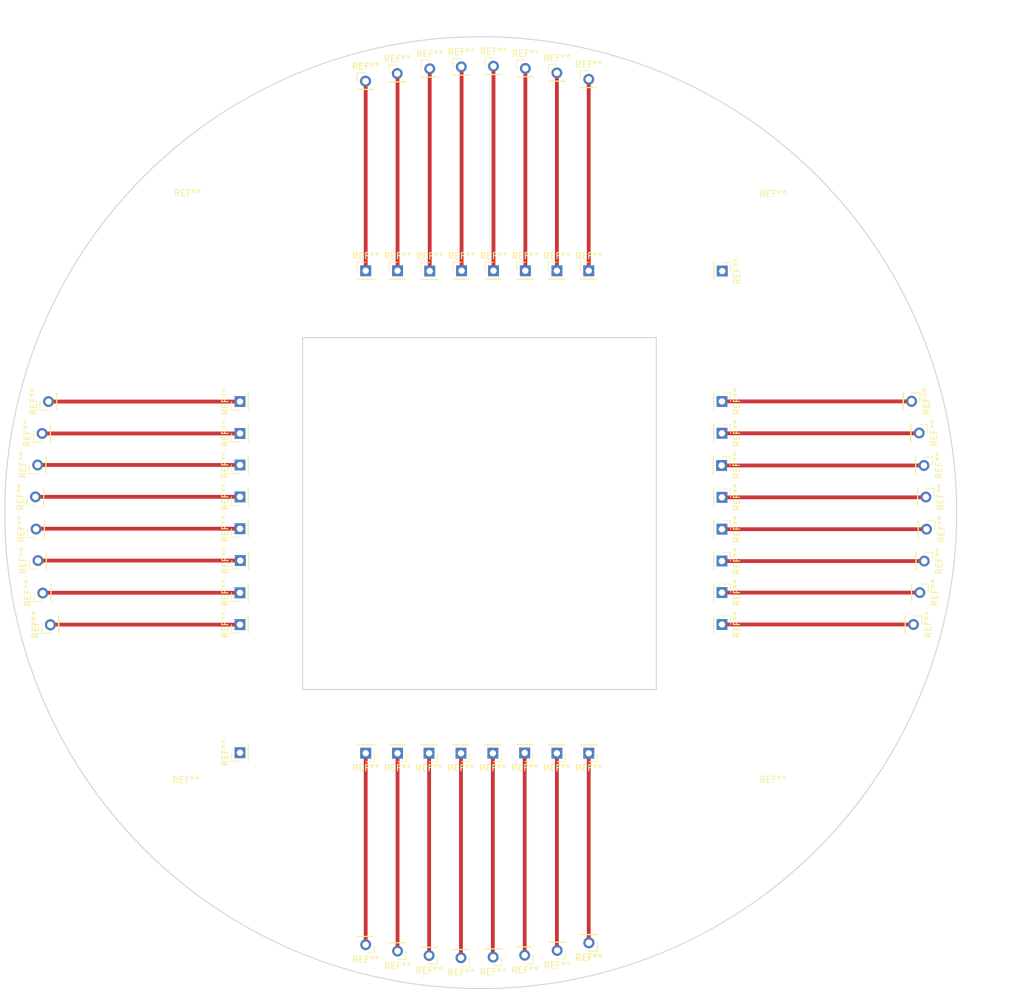
<source format=kicad_pcb>
(kicad_pcb (version 20170123) (host pcbnew "(2017-07-14 revision 22e95aa)-master")

  (general
    (thickness 1.6)
    (drawings 43)
    (tracks 48)
    (zones 0)
    (modules 74)
    (nets 1)
  )

  (page A4)
  (layers
    (0 F.Cu signal)
    (31 B.Cu signal)
    (32 B.Adhes user)
    (33 F.Adhes user)
    (34 B.Paste user)
    (35 F.Paste user)
    (36 B.SilkS user)
    (37 F.SilkS user)
    (38 B.Mask user)
    (39 F.Mask user)
    (40 Dwgs.User user)
    (41 Cmts.User user)
    (42 Eco1.User user)
    (43 Eco2.User user)
    (44 Edge.Cuts user)
    (45 Margin user)
    (46 B.CrtYd user)
    (47 F.CrtYd user)
    (48 B.Fab user)
    (49 F.Fab user)
  )

  (setup
    (last_trace_width 0.6)
    (trace_clearance 0.2)
    (zone_clearance 0.508)
    (zone_45_only no)
    (trace_min 0.2)
    (segment_width 0.2)
    (edge_width 0.15)
    (via_size 0.8)
    (via_drill 0.4)
    (via_min_size 0.4)
    (via_min_drill 0.3)
    (uvia_size 0.3)
    (uvia_drill 0.1)
    (uvias_allowed no)
    (uvia_min_size 0.2)
    (uvia_min_drill 0.1)
    (pcb_text_width 0.3)
    (pcb_text_size 1.5 1.5)
    (mod_edge_width 0.15)
    (mod_text_size 1 1)
    (mod_text_width 0.15)
    (pad_size 3.2 3.2)
    (pad_drill 3.2)
    (pad_to_mask_clearance 0.2)
    (aux_axis_origin 0 0)
    (visible_elements 7FFFF7FF)
    (pcbplotparams
      (layerselection 0x010c0_ffffffff)
      (usegerberextensions false)
      (usegerberattributes true)
      (usegerberadvancedattributes true)
      (excludeedgelayer true)
      (linewidth 0.100000)
      (plotframeref false)
      (viasonmask false)
      (mode 1)
      (useauxorigin false)
      (hpglpennumber 1)
      (hpglpenspeed 20)
      (hpglpendiameter 15)
      (psnegative false)
      (psa4output false)
      (plotreference true)
      (plotvalue true)
      (plotinvisibletext false)
      (padsonsilk false)
      (subtractmaskfromsilk false)
      (outputformat 1)
      (mirror false)
      (drillshape 0)
      (scaleselection 1)
      (outputdirectory ""))
  )

  (net 0 "")

  (net_class Default "This is the default net class."
    (clearance 0.2)
    (trace_width 0.6)
    (via_dia 0.8)
    (via_drill 0.4)
    (uvia_dia 0.3)
    (uvia_drill 0.1)
  )

  (module Pin_Headers:Pin_Header_Straight_1x01_Pitch2.54mm (layer F.Cu) (tedit 59650532) (tstamp 597929EF)
    (at 148.6 55.8 270)
    (descr "Through hole straight pin header, 1x01, 2.54mm pitch, single row")
    (tags "Through hole pin header THT 1x01 2.54mm single row")
    (fp_text reference REF** (at 0 -2.33 270) (layer F.SilkS)
      (effects (font (size 1 1) (thickness 0.15)))
    )
    (fp_text value Pin_Header_Straight_1x01_Pitch2.54mm (at 0 2.33 270) (layer F.Fab)
      (effects (font (size 1 1) (thickness 0.15)))
    )
    (fp_text user %R (at 0 0) (layer F.Fab)
      (effects (font (size 1 1) (thickness 0.15)))
    )
    (fp_line (start 1.8 -1.8) (end -1.8 -1.8) (layer F.CrtYd) (width 0.05))
    (fp_line (start 1.8 1.8) (end 1.8 -1.8) (layer F.CrtYd) (width 0.05))
    (fp_line (start -1.8 1.8) (end 1.8 1.8) (layer F.CrtYd) (width 0.05))
    (fp_line (start -1.8 -1.8) (end -1.8 1.8) (layer F.CrtYd) (width 0.05))
    (fp_line (start -1.33 -1.33) (end 0 -1.33) (layer F.SilkS) (width 0.12))
    (fp_line (start -1.33 0) (end -1.33 -1.33) (layer F.SilkS) (width 0.12))
    (fp_line (start -1.33 1.27) (end 1.33 1.27) (layer F.SilkS) (width 0.12))
    (fp_line (start 1.33 1.27) (end 1.33 1.33) (layer F.SilkS) (width 0.12))
    (fp_line (start -1.33 1.27) (end -1.33 1.33) (layer F.SilkS) (width 0.12))
    (fp_line (start -1.33 1.33) (end 1.33 1.33) (layer F.SilkS) (width 0.12))
    (fp_line (start -1.27 -0.635) (end -0.635 -1.27) (layer F.Fab) (width 0.1))
    (fp_line (start -1.27 1.27) (end -1.27 -0.635) (layer F.Fab) (width 0.1))
    (fp_line (start 1.27 1.27) (end -1.27 1.27) (layer F.Fab) (width 0.1))
    (fp_line (start 1.27 -1.27) (end 1.27 1.27) (layer F.Fab) (width 0.1))
    (fp_line (start -0.635 -1.27) (end 1.27 -1.27) (layer F.Fab) (width 0.1))
    (pad 1 thru_hole rect (at 0 0 270) (size 1.7 1.7) (drill 1) (layers *.Cu *.Mask))
    (model ${KISYS3DMOD}/Pin_Headers.3dshapes/Pin_Header_Straight_1x01_Pitch2.54mm.wrl
      (at (xyz 0 0 0))
      (scale (xyz 1 1 1))
      (rotate (xyz 0 0 0))
    )
  )

  (module Pin_Headers:Pin_Header_Straight_1x01_Pitch2.54mm (layer F.Cu) (tedit 59650532) (tstamp 597929DA)
    (at 72.925 131.375 90)
    (descr "Through hole straight pin header, 1x01, 2.54mm pitch, single row")
    (tags "Through hole pin header THT 1x01 2.54mm single row")
    (fp_text reference REF** (at 0 -2.33 90) (layer F.SilkS)
      (effects (font (size 1 1) (thickness 0.15)))
    )
    (fp_text value Pin_Header_Straight_1x01_Pitch2.54mm (at 0 2.33 90) (layer F.Fab)
      (effects (font (size 1 1) (thickness 0.15)))
    )
    (fp_text user %R (at 0 0 180) (layer F.Fab)
      (effects (font (size 1 1) (thickness 0.15)))
    )
    (fp_line (start 1.8 -1.8) (end -1.8 -1.8) (layer F.CrtYd) (width 0.05))
    (fp_line (start 1.8 1.8) (end 1.8 -1.8) (layer F.CrtYd) (width 0.05))
    (fp_line (start -1.8 1.8) (end 1.8 1.8) (layer F.CrtYd) (width 0.05))
    (fp_line (start -1.8 -1.8) (end -1.8 1.8) (layer F.CrtYd) (width 0.05))
    (fp_line (start -1.33 -1.33) (end 0 -1.33) (layer F.SilkS) (width 0.12))
    (fp_line (start -1.33 0) (end -1.33 -1.33) (layer F.SilkS) (width 0.12))
    (fp_line (start -1.33 1.27) (end 1.33 1.27) (layer F.SilkS) (width 0.12))
    (fp_line (start 1.33 1.27) (end 1.33 1.33) (layer F.SilkS) (width 0.12))
    (fp_line (start -1.33 1.27) (end -1.33 1.33) (layer F.SilkS) (width 0.12))
    (fp_line (start -1.33 1.33) (end 1.33 1.33) (layer F.SilkS) (width 0.12))
    (fp_line (start -1.27 -0.635) (end -0.635 -1.27) (layer F.Fab) (width 0.1))
    (fp_line (start -1.27 1.27) (end -1.27 -0.635) (layer F.Fab) (width 0.1))
    (fp_line (start 1.27 1.27) (end -1.27 1.27) (layer F.Fab) (width 0.1))
    (fp_line (start 1.27 -1.27) (end 1.27 1.27) (layer F.Fab) (width 0.1))
    (fp_line (start -0.635 -1.27) (end 1.27 -1.27) (layer F.Fab) (width 0.1))
    (pad 1 thru_hole rect (at 0 0 90) (size 1.7 1.7) (drill 1) (layers *.Cu *.Mask))
    (model ${KISYS3DMOD}/Pin_Headers.3dshapes/Pin_Header_Straight_1x01_Pitch2.54mm.wrl
      (at (xyz 0 0 0))
      (scale (xyz 1 1 1))
      (rotate (xyz 0 0 0))
    )
  )

  (module Pin_Headers:Pin_Header_Straight_1x01_Pitch2.54mm (layer F.Cu) (tedit 59650532) (tstamp 59791ACE)
    (at 148.55 76.25 270)
    (descr "Through hole straight pin header, 1x01, 2.54mm pitch, single row")
    (tags "Through hole pin header THT 1x01 2.54mm single row")
    (fp_text reference REF** (at 0 -2.33 270) (layer F.SilkS)
      (effects (font (size 1 1) (thickness 0.15)))
    )
    (fp_text value Pin_Header_Straight_1x01_Pitch2.54mm (at 0 2.33 270) (layer F.Fab)
      (effects (font (size 1 1) (thickness 0.15)))
    )
    (fp_line (start -0.635 -1.27) (end 1.27 -1.27) (layer F.Fab) (width 0.1))
    (fp_line (start 1.27 -1.27) (end 1.27 1.27) (layer F.Fab) (width 0.1))
    (fp_line (start 1.27 1.27) (end -1.27 1.27) (layer F.Fab) (width 0.1))
    (fp_line (start -1.27 1.27) (end -1.27 -0.635) (layer F.Fab) (width 0.1))
    (fp_line (start -1.27 -0.635) (end -0.635 -1.27) (layer F.Fab) (width 0.1))
    (fp_line (start -1.33 1.33) (end 1.33 1.33) (layer F.SilkS) (width 0.12))
    (fp_line (start -1.33 1.27) (end -1.33 1.33) (layer F.SilkS) (width 0.12))
    (fp_line (start 1.33 1.27) (end 1.33 1.33) (layer F.SilkS) (width 0.12))
    (fp_line (start -1.33 1.27) (end 1.33 1.27) (layer F.SilkS) (width 0.12))
    (fp_line (start -1.33 0) (end -1.33 -1.33) (layer F.SilkS) (width 0.12))
    (fp_line (start -1.33 -1.33) (end 0 -1.33) (layer F.SilkS) (width 0.12))
    (fp_line (start -1.8 -1.8) (end -1.8 1.8) (layer F.CrtYd) (width 0.05))
    (fp_line (start -1.8 1.8) (end 1.8 1.8) (layer F.CrtYd) (width 0.05))
    (fp_line (start 1.8 1.8) (end 1.8 -1.8) (layer F.CrtYd) (width 0.05))
    (fp_line (start 1.8 -1.8) (end -1.8 -1.8) (layer F.CrtYd) (width 0.05))
    (fp_text user %R (at 0 0) (layer F.Fab)
      (effects (font (size 1 1) (thickness 0.15)))
    )
    (pad 1 thru_hole rect (at 0 0 270) (size 1.7 1.7) (drill 1) (layers *.Cu *.Mask))
    (model ${KISYS3DMOD}/Pin_Headers.3dshapes/Pin_Header_Straight_1x01_Pitch2.54mm.wrl
      (at (xyz 0 0 0))
      (scale (xyz 1 1 1))
      (rotate (xyz 0 0 0))
    )
  )

  (module Pin_Headers:Pin_Header_Straight_1x01_Pitch2.54mm (layer F.Cu) (tedit 59650532) (tstamp 59791ABA)
    (at 148.55 81.25 270)
    (descr "Through hole straight pin header, 1x01, 2.54mm pitch, single row")
    (tags "Through hole pin header THT 1x01 2.54mm single row")
    (fp_text reference REF** (at 0 -2.33 270) (layer F.SilkS)
      (effects (font (size 1 1) (thickness 0.15)))
    )
    (fp_text value Pin_Header_Straight_1x01_Pitch2.54mm (at 0 2.33 270) (layer F.Fab)
      (effects (font (size 1 1) (thickness 0.15)))
    )
    (fp_text user %R (at 0 0) (layer F.Fab)
      (effects (font (size 1 1) (thickness 0.15)))
    )
    (fp_line (start 1.8 -1.8) (end -1.8 -1.8) (layer F.CrtYd) (width 0.05))
    (fp_line (start 1.8 1.8) (end 1.8 -1.8) (layer F.CrtYd) (width 0.05))
    (fp_line (start -1.8 1.8) (end 1.8 1.8) (layer F.CrtYd) (width 0.05))
    (fp_line (start -1.8 -1.8) (end -1.8 1.8) (layer F.CrtYd) (width 0.05))
    (fp_line (start -1.33 -1.33) (end 0 -1.33) (layer F.SilkS) (width 0.12))
    (fp_line (start -1.33 0) (end -1.33 -1.33) (layer F.SilkS) (width 0.12))
    (fp_line (start -1.33 1.27) (end 1.33 1.27) (layer F.SilkS) (width 0.12))
    (fp_line (start 1.33 1.27) (end 1.33 1.33) (layer F.SilkS) (width 0.12))
    (fp_line (start -1.33 1.27) (end -1.33 1.33) (layer F.SilkS) (width 0.12))
    (fp_line (start -1.33 1.33) (end 1.33 1.33) (layer F.SilkS) (width 0.12))
    (fp_line (start -1.27 -0.635) (end -0.635 -1.27) (layer F.Fab) (width 0.1))
    (fp_line (start -1.27 1.27) (end -1.27 -0.635) (layer F.Fab) (width 0.1))
    (fp_line (start 1.27 1.27) (end -1.27 1.27) (layer F.Fab) (width 0.1))
    (fp_line (start 1.27 -1.27) (end 1.27 1.27) (layer F.Fab) (width 0.1))
    (fp_line (start -0.635 -1.27) (end 1.27 -1.27) (layer F.Fab) (width 0.1))
    (pad 1 thru_hole rect (at 0 0 270) (size 1.7 1.7) (drill 1) (layers *.Cu *.Mask))
    (model ${KISYS3DMOD}/Pin_Headers.3dshapes/Pin_Header_Straight_1x01_Pitch2.54mm.wrl
      (at (xyz 0 0 0))
      (scale (xyz 1 1 1))
      (rotate (xyz 0 0 0))
    )
  )

  (module Pin_Headers:Pin_Header_Straight_1x01_Pitch2.54mm (layer F.Cu) (tedit 59650532) (tstamp 59791AA6)
    (at 148.5 86.3 270)
    (descr "Through hole straight pin header, 1x01, 2.54mm pitch, single row")
    (tags "Through hole pin header THT 1x01 2.54mm single row")
    (fp_text reference REF** (at 0 -2.33 270) (layer F.SilkS)
      (effects (font (size 1 1) (thickness 0.15)))
    )
    (fp_text value Pin_Header_Straight_1x01_Pitch2.54mm (at 0 2.33 270) (layer F.Fab)
      (effects (font (size 1 1) (thickness 0.15)))
    )
    (fp_line (start -0.635 -1.27) (end 1.27 -1.27) (layer F.Fab) (width 0.1))
    (fp_line (start 1.27 -1.27) (end 1.27 1.27) (layer F.Fab) (width 0.1))
    (fp_line (start 1.27 1.27) (end -1.27 1.27) (layer F.Fab) (width 0.1))
    (fp_line (start -1.27 1.27) (end -1.27 -0.635) (layer F.Fab) (width 0.1))
    (fp_line (start -1.27 -0.635) (end -0.635 -1.27) (layer F.Fab) (width 0.1))
    (fp_line (start -1.33 1.33) (end 1.33 1.33) (layer F.SilkS) (width 0.12))
    (fp_line (start -1.33 1.27) (end -1.33 1.33) (layer F.SilkS) (width 0.12))
    (fp_line (start 1.33 1.27) (end 1.33 1.33) (layer F.SilkS) (width 0.12))
    (fp_line (start -1.33 1.27) (end 1.33 1.27) (layer F.SilkS) (width 0.12))
    (fp_line (start -1.33 0) (end -1.33 -1.33) (layer F.SilkS) (width 0.12))
    (fp_line (start -1.33 -1.33) (end 0 -1.33) (layer F.SilkS) (width 0.12))
    (fp_line (start -1.8 -1.8) (end -1.8 1.8) (layer F.CrtYd) (width 0.05))
    (fp_line (start -1.8 1.8) (end 1.8 1.8) (layer F.CrtYd) (width 0.05))
    (fp_line (start 1.8 1.8) (end 1.8 -1.8) (layer F.CrtYd) (width 0.05))
    (fp_line (start 1.8 -1.8) (end -1.8 -1.8) (layer F.CrtYd) (width 0.05))
    (fp_text user %R (at 0 0) (layer F.Fab)
      (effects (font (size 1 1) (thickness 0.15)))
    )
    (pad 1 thru_hole rect (at 0 0 270) (size 1.7 1.7) (drill 1) (layers *.Cu *.Mask))
    (model ${KISYS3DMOD}/Pin_Headers.3dshapes/Pin_Header_Straight_1x01_Pitch2.54mm.wrl
      (at (xyz 0 0 0))
      (scale (xyz 1 1 1))
      (rotate (xyz 0 0 0))
    )
  )

  (module Pin_Headers:Pin_Header_Straight_1x01_Pitch2.54mm (layer F.Cu) (tedit 59650532) (tstamp 59791A92)
    (at 148.55 91.3 270)
    (descr "Through hole straight pin header, 1x01, 2.54mm pitch, single row")
    (tags "Through hole pin header THT 1x01 2.54mm single row")
    (fp_text reference REF** (at 0 -2.33 270) (layer F.SilkS)
      (effects (font (size 1 1) (thickness 0.15)))
    )
    (fp_text value Pin_Header_Straight_1x01_Pitch2.54mm (at 0 2.33 270) (layer F.Fab)
      (effects (font (size 1 1) (thickness 0.15)))
    )
    (fp_text user %R (at 0 0) (layer F.Fab)
      (effects (font (size 1 1) (thickness 0.15)))
    )
    (fp_line (start 1.8 -1.8) (end -1.8 -1.8) (layer F.CrtYd) (width 0.05))
    (fp_line (start 1.8 1.8) (end 1.8 -1.8) (layer F.CrtYd) (width 0.05))
    (fp_line (start -1.8 1.8) (end 1.8 1.8) (layer F.CrtYd) (width 0.05))
    (fp_line (start -1.8 -1.8) (end -1.8 1.8) (layer F.CrtYd) (width 0.05))
    (fp_line (start -1.33 -1.33) (end 0 -1.33) (layer F.SilkS) (width 0.12))
    (fp_line (start -1.33 0) (end -1.33 -1.33) (layer F.SilkS) (width 0.12))
    (fp_line (start -1.33 1.27) (end 1.33 1.27) (layer F.SilkS) (width 0.12))
    (fp_line (start 1.33 1.27) (end 1.33 1.33) (layer F.SilkS) (width 0.12))
    (fp_line (start -1.33 1.27) (end -1.33 1.33) (layer F.SilkS) (width 0.12))
    (fp_line (start -1.33 1.33) (end 1.33 1.33) (layer F.SilkS) (width 0.12))
    (fp_line (start -1.27 -0.635) (end -0.635 -1.27) (layer F.Fab) (width 0.1))
    (fp_line (start -1.27 1.27) (end -1.27 -0.635) (layer F.Fab) (width 0.1))
    (fp_line (start 1.27 1.27) (end -1.27 1.27) (layer F.Fab) (width 0.1))
    (fp_line (start 1.27 -1.27) (end 1.27 1.27) (layer F.Fab) (width 0.1))
    (fp_line (start -0.635 -1.27) (end 1.27 -1.27) (layer F.Fab) (width 0.1))
    (pad 1 thru_hole rect (at 0 0 270) (size 1.7 1.7) (drill 1) (layers *.Cu *.Mask))
    (model ${KISYS3DMOD}/Pin_Headers.3dshapes/Pin_Header_Straight_1x01_Pitch2.54mm.wrl
      (at (xyz 0 0 0))
      (scale (xyz 1 1 1))
      (rotate (xyz 0 0 0))
    )
  )

  (module Pin_Headers:Pin_Header_Straight_1x01_Pitch2.54mm (layer F.Cu) (tedit 59650532) (tstamp 59791A7E)
    (at 148.55 96.3 270)
    (descr "Through hole straight pin header, 1x01, 2.54mm pitch, single row")
    (tags "Through hole pin header THT 1x01 2.54mm single row")
    (fp_text reference REF** (at 0 -2.33 270) (layer F.SilkS)
      (effects (font (size 1 1) (thickness 0.15)))
    )
    (fp_text value Pin_Header_Straight_1x01_Pitch2.54mm (at 0 2.33 270) (layer F.Fab)
      (effects (font (size 1 1) (thickness 0.15)))
    )
    (fp_line (start -0.635 -1.27) (end 1.27 -1.27) (layer F.Fab) (width 0.1))
    (fp_line (start 1.27 -1.27) (end 1.27 1.27) (layer F.Fab) (width 0.1))
    (fp_line (start 1.27 1.27) (end -1.27 1.27) (layer F.Fab) (width 0.1))
    (fp_line (start -1.27 1.27) (end -1.27 -0.635) (layer F.Fab) (width 0.1))
    (fp_line (start -1.27 -0.635) (end -0.635 -1.27) (layer F.Fab) (width 0.1))
    (fp_line (start -1.33 1.33) (end 1.33 1.33) (layer F.SilkS) (width 0.12))
    (fp_line (start -1.33 1.27) (end -1.33 1.33) (layer F.SilkS) (width 0.12))
    (fp_line (start 1.33 1.27) (end 1.33 1.33) (layer F.SilkS) (width 0.12))
    (fp_line (start -1.33 1.27) (end 1.33 1.27) (layer F.SilkS) (width 0.12))
    (fp_line (start -1.33 0) (end -1.33 -1.33) (layer F.SilkS) (width 0.12))
    (fp_line (start -1.33 -1.33) (end 0 -1.33) (layer F.SilkS) (width 0.12))
    (fp_line (start -1.8 -1.8) (end -1.8 1.8) (layer F.CrtYd) (width 0.05))
    (fp_line (start -1.8 1.8) (end 1.8 1.8) (layer F.CrtYd) (width 0.05))
    (fp_line (start 1.8 1.8) (end 1.8 -1.8) (layer F.CrtYd) (width 0.05))
    (fp_line (start 1.8 -1.8) (end -1.8 -1.8) (layer F.CrtYd) (width 0.05))
    (fp_text user %R (at 0 0) (layer F.Fab)
      (effects (font (size 1 1) (thickness 0.15)))
    )
    (pad 1 thru_hole rect (at 0 0 270) (size 1.7 1.7) (drill 1) (layers *.Cu *.Mask))
    (model ${KISYS3DMOD}/Pin_Headers.3dshapes/Pin_Header_Straight_1x01_Pitch2.54mm.wrl
      (at (xyz 0 0 0))
      (scale (xyz 1 1 1))
      (rotate (xyz 0 0 0))
    )
  )

  (module Pin_Headers:Pin_Header_Straight_1x01_Pitch2.54mm (layer F.Cu) (tedit 59650532) (tstamp 59791A6A)
    (at 148.55 101.3 270)
    (descr "Through hole straight pin header, 1x01, 2.54mm pitch, single row")
    (tags "Through hole pin header THT 1x01 2.54mm single row")
    (fp_text reference REF** (at 0 -2.33 270) (layer F.SilkS)
      (effects (font (size 1 1) (thickness 0.15)))
    )
    (fp_text value Pin_Header_Straight_1x01_Pitch2.54mm (at 0 2.33 270) (layer F.Fab)
      (effects (font (size 1 1) (thickness 0.15)))
    )
    (fp_text user %R (at 0 0) (layer F.Fab)
      (effects (font (size 1 1) (thickness 0.15)))
    )
    (fp_line (start 1.8 -1.8) (end -1.8 -1.8) (layer F.CrtYd) (width 0.05))
    (fp_line (start 1.8 1.8) (end 1.8 -1.8) (layer F.CrtYd) (width 0.05))
    (fp_line (start -1.8 1.8) (end 1.8 1.8) (layer F.CrtYd) (width 0.05))
    (fp_line (start -1.8 -1.8) (end -1.8 1.8) (layer F.CrtYd) (width 0.05))
    (fp_line (start -1.33 -1.33) (end 0 -1.33) (layer F.SilkS) (width 0.12))
    (fp_line (start -1.33 0) (end -1.33 -1.33) (layer F.SilkS) (width 0.12))
    (fp_line (start -1.33 1.27) (end 1.33 1.27) (layer F.SilkS) (width 0.12))
    (fp_line (start 1.33 1.27) (end 1.33 1.33) (layer F.SilkS) (width 0.12))
    (fp_line (start -1.33 1.27) (end -1.33 1.33) (layer F.SilkS) (width 0.12))
    (fp_line (start -1.33 1.33) (end 1.33 1.33) (layer F.SilkS) (width 0.12))
    (fp_line (start -1.27 -0.635) (end -0.635 -1.27) (layer F.Fab) (width 0.1))
    (fp_line (start -1.27 1.27) (end -1.27 -0.635) (layer F.Fab) (width 0.1))
    (fp_line (start 1.27 1.27) (end -1.27 1.27) (layer F.Fab) (width 0.1))
    (fp_line (start 1.27 -1.27) (end 1.27 1.27) (layer F.Fab) (width 0.1))
    (fp_line (start -0.635 -1.27) (end 1.27 -1.27) (layer F.Fab) (width 0.1))
    (pad 1 thru_hole rect (at 0 0 270) (size 1.7 1.7) (drill 1) (layers *.Cu *.Mask))
    (model ${KISYS3DMOD}/Pin_Headers.3dshapes/Pin_Header_Straight_1x01_Pitch2.54mm.wrl
      (at (xyz 0 0 0))
      (scale (xyz 1 1 1))
      (rotate (xyz 0 0 0))
    )
  )

  (module Pin_Headers:Pin_Header_Straight_1x01_Pitch2.54mm (layer F.Cu) (tedit 59650532) (tstamp 59791A56)
    (at 148.55 106.25 270)
    (descr "Through hole straight pin header, 1x01, 2.54mm pitch, single row")
    (tags "Through hole pin header THT 1x01 2.54mm single row")
    (fp_text reference REF** (at 0 -2.33 270) (layer F.SilkS)
      (effects (font (size 1 1) (thickness 0.15)))
    )
    (fp_text value Pin_Header_Straight_1x01_Pitch2.54mm (at 0 2.33 270) (layer F.Fab)
      (effects (font (size 1 1) (thickness 0.15)))
    )
    (fp_line (start -0.635 -1.27) (end 1.27 -1.27) (layer F.Fab) (width 0.1))
    (fp_line (start 1.27 -1.27) (end 1.27 1.27) (layer F.Fab) (width 0.1))
    (fp_line (start 1.27 1.27) (end -1.27 1.27) (layer F.Fab) (width 0.1))
    (fp_line (start -1.27 1.27) (end -1.27 -0.635) (layer F.Fab) (width 0.1))
    (fp_line (start -1.27 -0.635) (end -0.635 -1.27) (layer F.Fab) (width 0.1))
    (fp_line (start -1.33 1.33) (end 1.33 1.33) (layer F.SilkS) (width 0.12))
    (fp_line (start -1.33 1.27) (end -1.33 1.33) (layer F.SilkS) (width 0.12))
    (fp_line (start 1.33 1.27) (end 1.33 1.33) (layer F.SilkS) (width 0.12))
    (fp_line (start -1.33 1.27) (end 1.33 1.27) (layer F.SilkS) (width 0.12))
    (fp_line (start -1.33 0) (end -1.33 -1.33) (layer F.SilkS) (width 0.12))
    (fp_line (start -1.33 -1.33) (end 0 -1.33) (layer F.SilkS) (width 0.12))
    (fp_line (start -1.8 -1.8) (end -1.8 1.8) (layer F.CrtYd) (width 0.05))
    (fp_line (start -1.8 1.8) (end 1.8 1.8) (layer F.CrtYd) (width 0.05))
    (fp_line (start 1.8 1.8) (end 1.8 -1.8) (layer F.CrtYd) (width 0.05))
    (fp_line (start 1.8 -1.8) (end -1.8 -1.8) (layer F.CrtYd) (width 0.05))
    (fp_text user %R (at 0 0) (layer F.Fab)
      (effects (font (size 1 1) (thickness 0.15)))
    )
    (pad 1 thru_hole rect (at 0 0 270) (size 1.7 1.7) (drill 1) (layers *.Cu *.Mask))
    (model ${KISYS3DMOD}/Pin_Headers.3dshapes/Pin_Header_Straight_1x01_Pitch2.54mm.wrl
      (at (xyz 0 0 0))
      (scale (xyz 1 1 1))
      (rotate (xyz 0 0 0))
    )
  )

  (module Pin_Headers:Pin_Header_Straight_1x01_Pitch2.54mm (layer F.Cu) (tedit 59650532) (tstamp 59791A42)
    (at 148.55 111.25 270)
    (descr "Through hole straight pin header, 1x01, 2.54mm pitch, single row")
    (tags "Through hole pin header THT 1x01 2.54mm single row")
    (fp_text reference REF** (at 0 -2.33 270) (layer F.SilkS)
      (effects (font (size 1 1) (thickness 0.15)))
    )
    (fp_text value Pin_Header_Straight_1x01_Pitch2.54mm (at 0 2.33 270) (layer F.Fab)
      (effects (font (size 1 1) (thickness 0.15)))
    )
    (fp_text user %R (at 0 0) (layer F.Fab)
      (effects (font (size 1 1) (thickness 0.15)))
    )
    (fp_line (start 1.8 -1.8) (end -1.8 -1.8) (layer F.CrtYd) (width 0.05))
    (fp_line (start 1.8 1.8) (end 1.8 -1.8) (layer F.CrtYd) (width 0.05))
    (fp_line (start -1.8 1.8) (end 1.8 1.8) (layer F.CrtYd) (width 0.05))
    (fp_line (start -1.8 -1.8) (end -1.8 1.8) (layer F.CrtYd) (width 0.05))
    (fp_line (start -1.33 -1.33) (end 0 -1.33) (layer F.SilkS) (width 0.12))
    (fp_line (start -1.33 0) (end -1.33 -1.33) (layer F.SilkS) (width 0.12))
    (fp_line (start -1.33 1.27) (end 1.33 1.27) (layer F.SilkS) (width 0.12))
    (fp_line (start 1.33 1.27) (end 1.33 1.33) (layer F.SilkS) (width 0.12))
    (fp_line (start -1.33 1.27) (end -1.33 1.33) (layer F.SilkS) (width 0.12))
    (fp_line (start -1.33 1.33) (end 1.33 1.33) (layer F.SilkS) (width 0.12))
    (fp_line (start -1.27 -0.635) (end -0.635 -1.27) (layer F.Fab) (width 0.1))
    (fp_line (start -1.27 1.27) (end -1.27 -0.635) (layer F.Fab) (width 0.1))
    (fp_line (start 1.27 1.27) (end -1.27 1.27) (layer F.Fab) (width 0.1))
    (fp_line (start 1.27 -1.27) (end 1.27 1.27) (layer F.Fab) (width 0.1))
    (fp_line (start -0.635 -1.27) (end 1.27 -1.27) (layer F.Fab) (width 0.1))
    (pad 1 thru_hole rect (at 0 0 270) (size 1.7 1.7) (drill 1) (layers *.Cu *.Mask))
    (model ${KISYS3DMOD}/Pin_Headers.3dshapes/Pin_Header_Straight_1x01_Pitch2.54mm.wrl
      (at (xyz 0 0 0))
      (scale (xyz 1 1 1))
      (rotate (xyz 0 0 0))
    )
  )

  (module Pin_Headers:Pin_Header_Straight_1x01_Pitch2.54mm (layer F.Cu) (tedit 5978AC43) (tstamp 59791A2E)
    (at 178.3 76.25 270)
    (descr "Through hole straight pin header, 1x01, 2.54mm pitch, single row")
    (tags "Through hole pin header THT 1x01 2.54mm single row")
    (fp_text reference REF** (at 0 -2.33 270) (layer F.SilkS)
      (effects (font (size 1 1) (thickness 0.15)))
    )
    (fp_text value Pin_Header_Straight_1x01_Pitch2.54mm (at 0 2.33 270) (layer F.Fab)
      (effects (font (size 1 1) (thickness 0.15)))
    )
    (fp_line (start -0.635 -1.27) (end 1.27 -1.27) (layer F.Fab) (width 0.1))
    (fp_line (start 1.27 -1.27) (end 1.27 1.27) (layer F.Fab) (width 0.1))
    (fp_line (start 1.27 1.27) (end -1.27 1.27) (layer F.Fab) (width 0.1))
    (fp_line (start -1.27 1.27) (end -1.27 -0.635) (layer F.Fab) (width 0.1))
    (fp_line (start -1.27 -0.635) (end -0.635 -1.27) (layer F.Fab) (width 0.1))
    (fp_line (start -1.33 1.33) (end 1.33 1.33) (layer F.SilkS) (width 0.12))
    (fp_line (start -1.33 1.27) (end -1.33 1.33) (layer F.SilkS) (width 0.12))
    (fp_line (start 1.33 1.27) (end 1.33 1.33) (layer F.SilkS) (width 0.12))
    (fp_line (start -1.33 1.27) (end 1.33 1.27) (layer F.SilkS) (width 0.12))
    (fp_line (start -1.33 0) (end -1.33 -1.33) (layer F.SilkS) (width 0.12))
    (fp_line (start -1.33 -1.33) (end 0 -1.33) (layer F.SilkS) (width 0.12))
    (fp_line (start -1.8 -1.8) (end -1.8 1.8) (layer F.CrtYd) (width 0.05))
    (fp_line (start -1.8 1.8) (end 1.8 1.8) (layer F.CrtYd) (width 0.05))
    (fp_line (start 1.8 1.8) (end 1.8 -1.8) (layer F.CrtYd) (width 0.05))
    (fp_line (start 1.8 -1.8) (end -1.8 -1.8) (layer F.CrtYd) (width 0.05))
    (fp_text user %R (at 0 0) (layer F.Fab)
      (effects (font (size 1 1) (thickness 0.15)))
    )
    (pad 1 thru_hole circle (at 0 0 270) (size 1.7 1.7) (drill 1) (layers *.Cu *.Mask))
    (model ${KISYS3DMOD}/Pin_Headers.3dshapes/Pin_Header_Straight_1x01_Pitch2.54mm.wrl
      (at (xyz 0 0 0))
      (scale (xyz 1 1 1))
      (rotate (xyz 0 0 0))
    )
  )

  (module Pin_Headers:Pin_Header_Straight_1x01_Pitch2.54mm (layer F.Cu) (tedit 5978AC43) (tstamp 59791A1A)
    (at 179.5 81.2 270)
    (descr "Through hole straight pin header, 1x01, 2.54mm pitch, single row")
    (tags "Through hole pin header THT 1x01 2.54mm single row")
    (fp_text reference REF** (at 0 -2.33 270) (layer F.SilkS)
      (effects (font (size 1 1) (thickness 0.15)))
    )
    (fp_text value Pin_Header_Straight_1x01_Pitch2.54mm (at 0 2.33 270) (layer F.Fab)
      (effects (font (size 1 1) (thickness 0.15)))
    )
    (fp_text user %R (at 0 0) (layer F.Fab)
      (effects (font (size 1 1) (thickness 0.15)))
    )
    (fp_line (start 1.8 -1.8) (end -1.8 -1.8) (layer F.CrtYd) (width 0.05))
    (fp_line (start 1.8 1.8) (end 1.8 -1.8) (layer F.CrtYd) (width 0.05))
    (fp_line (start -1.8 1.8) (end 1.8 1.8) (layer F.CrtYd) (width 0.05))
    (fp_line (start -1.8 -1.8) (end -1.8 1.8) (layer F.CrtYd) (width 0.05))
    (fp_line (start -1.33 -1.33) (end 0 -1.33) (layer F.SilkS) (width 0.12))
    (fp_line (start -1.33 0) (end -1.33 -1.33) (layer F.SilkS) (width 0.12))
    (fp_line (start -1.33 1.27) (end 1.33 1.27) (layer F.SilkS) (width 0.12))
    (fp_line (start 1.33 1.27) (end 1.33 1.33) (layer F.SilkS) (width 0.12))
    (fp_line (start -1.33 1.27) (end -1.33 1.33) (layer F.SilkS) (width 0.12))
    (fp_line (start -1.33 1.33) (end 1.33 1.33) (layer F.SilkS) (width 0.12))
    (fp_line (start -1.27 -0.635) (end -0.635 -1.27) (layer F.Fab) (width 0.1))
    (fp_line (start -1.27 1.27) (end -1.27 -0.635) (layer F.Fab) (width 0.1))
    (fp_line (start 1.27 1.27) (end -1.27 1.27) (layer F.Fab) (width 0.1))
    (fp_line (start 1.27 -1.27) (end 1.27 1.27) (layer F.Fab) (width 0.1))
    (fp_line (start -0.635 -1.27) (end 1.27 -1.27) (layer F.Fab) (width 0.1))
    (pad 1 thru_hole circle (at 0 0 270) (size 1.7 1.7) (drill 1) (layers *.Cu *.Mask))
    (model ${KISYS3DMOD}/Pin_Headers.3dshapes/Pin_Header_Straight_1x01_Pitch2.54mm.wrl
      (at (xyz 0 0 0))
      (scale (xyz 1 1 1))
      (rotate (xyz 0 0 0))
    )
  )

  (module Pin_Headers:Pin_Header_Straight_1x01_Pitch2.54mm (layer F.Cu) (tedit 5978AC43) (tstamp 59791A06)
    (at 178.3 76.2 270)
    (descr "Through hole straight pin header, 1x01, 2.54mm pitch, single row")
    (tags "Through hole pin header THT 1x01 2.54mm single row")
    (fp_text reference REF** (at 0 -2.33 270) (layer F.SilkS)
      (effects (font (size 1 1) (thickness 0.15)))
    )
    (fp_text value Pin_Header_Straight_1x01_Pitch2.54mm (at 0 2.33 270) (layer F.Fab)
      (effects (font (size 1 1) (thickness 0.15)))
    )
    (fp_line (start -0.635 -1.27) (end 1.27 -1.27) (layer F.Fab) (width 0.1))
    (fp_line (start 1.27 -1.27) (end 1.27 1.27) (layer F.Fab) (width 0.1))
    (fp_line (start 1.27 1.27) (end -1.27 1.27) (layer F.Fab) (width 0.1))
    (fp_line (start -1.27 1.27) (end -1.27 -0.635) (layer F.Fab) (width 0.1))
    (fp_line (start -1.27 -0.635) (end -0.635 -1.27) (layer F.Fab) (width 0.1))
    (fp_line (start -1.33 1.33) (end 1.33 1.33) (layer F.SilkS) (width 0.12))
    (fp_line (start -1.33 1.27) (end -1.33 1.33) (layer F.SilkS) (width 0.12))
    (fp_line (start 1.33 1.27) (end 1.33 1.33) (layer F.SilkS) (width 0.12))
    (fp_line (start -1.33 1.27) (end 1.33 1.27) (layer F.SilkS) (width 0.12))
    (fp_line (start -1.33 0) (end -1.33 -1.33) (layer F.SilkS) (width 0.12))
    (fp_line (start -1.33 -1.33) (end 0 -1.33) (layer F.SilkS) (width 0.12))
    (fp_line (start -1.8 -1.8) (end -1.8 1.8) (layer F.CrtYd) (width 0.05))
    (fp_line (start -1.8 1.8) (end 1.8 1.8) (layer F.CrtYd) (width 0.05))
    (fp_line (start 1.8 1.8) (end 1.8 -1.8) (layer F.CrtYd) (width 0.05))
    (fp_line (start 1.8 -1.8) (end -1.8 -1.8) (layer F.CrtYd) (width 0.05))
    (fp_text user %R (at 0 0) (layer F.Fab)
      (effects (font (size 1 1) (thickness 0.15)))
    )
    (pad 1 thru_hole circle (at 0 0 270) (size 1.7 1.7) (drill 1) (layers *.Cu *.Mask))
    (model ${KISYS3DMOD}/Pin_Headers.3dshapes/Pin_Header_Straight_1x01_Pitch2.54mm.wrl
      (at (xyz 0 0 0))
      (scale (xyz 1 1 1))
      (rotate (xyz 0 0 0))
    )
  )

  (module Pin_Headers:Pin_Header_Straight_1x01_Pitch2.54mm (layer F.Cu) (tedit 5978AC43) (tstamp 597919F2)
    (at 180.25 86.3 270)
    (descr "Through hole straight pin header, 1x01, 2.54mm pitch, single row")
    (tags "Through hole pin header THT 1x01 2.54mm single row")
    (fp_text reference REF** (at 0 -2.33 270) (layer F.SilkS)
      (effects (font (size 1 1) (thickness 0.15)))
    )
    (fp_text value Pin_Header_Straight_1x01_Pitch2.54mm (at 0 2.33 270) (layer F.Fab)
      (effects (font (size 1 1) (thickness 0.15)))
    )
    (fp_text user %R (at 0 0) (layer F.Fab)
      (effects (font (size 1 1) (thickness 0.15)))
    )
    (fp_line (start 1.8 -1.8) (end -1.8 -1.8) (layer F.CrtYd) (width 0.05))
    (fp_line (start 1.8 1.8) (end 1.8 -1.8) (layer F.CrtYd) (width 0.05))
    (fp_line (start -1.8 1.8) (end 1.8 1.8) (layer F.CrtYd) (width 0.05))
    (fp_line (start -1.8 -1.8) (end -1.8 1.8) (layer F.CrtYd) (width 0.05))
    (fp_line (start -1.33 -1.33) (end 0 -1.33) (layer F.SilkS) (width 0.12))
    (fp_line (start -1.33 0) (end -1.33 -1.33) (layer F.SilkS) (width 0.12))
    (fp_line (start -1.33 1.27) (end 1.33 1.27) (layer F.SilkS) (width 0.12))
    (fp_line (start 1.33 1.27) (end 1.33 1.33) (layer F.SilkS) (width 0.12))
    (fp_line (start -1.33 1.27) (end -1.33 1.33) (layer F.SilkS) (width 0.12))
    (fp_line (start -1.33 1.33) (end 1.33 1.33) (layer F.SilkS) (width 0.12))
    (fp_line (start -1.27 -0.635) (end -0.635 -1.27) (layer F.Fab) (width 0.1))
    (fp_line (start -1.27 1.27) (end -1.27 -0.635) (layer F.Fab) (width 0.1))
    (fp_line (start 1.27 1.27) (end -1.27 1.27) (layer F.Fab) (width 0.1))
    (fp_line (start 1.27 -1.27) (end 1.27 1.27) (layer F.Fab) (width 0.1))
    (fp_line (start -0.635 -1.27) (end 1.27 -1.27) (layer F.Fab) (width 0.1))
    (pad 1 thru_hole circle (at 0 0 270) (size 1.7 1.7) (drill 1) (layers *.Cu *.Mask))
    (model ${KISYS3DMOD}/Pin_Headers.3dshapes/Pin_Header_Straight_1x01_Pitch2.54mm.wrl
      (at (xyz 0 0 0))
      (scale (xyz 1 1 1))
      (rotate (xyz 0 0 0))
    )
  )

  (module Pin_Headers:Pin_Header_Straight_1x01_Pitch2.54mm (layer F.Cu) (tedit 5978AC43) (tstamp 597919DE)
    (at 180.55 91.25 270)
    (descr "Through hole straight pin header, 1x01, 2.54mm pitch, single row")
    (tags "Through hole pin header THT 1x01 2.54mm single row")
    (fp_text reference REF** (at 0 -2.33 270) (layer F.SilkS)
      (effects (font (size 1 1) (thickness 0.15)))
    )
    (fp_text value Pin_Header_Straight_1x01_Pitch2.54mm (at 0 2.33 270) (layer F.Fab)
      (effects (font (size 1 1) (thickness 0.15)))
    )
    (fp_text user %R (at 0 0) (layer F.Fab)
      (effects (font (size 1 1) (thickness 0.15)))
    )
    (fp_line (start 1.8 -1.8) (end -1.8 -1.8) (layer F.CrtYd) (width 0.05))
    (fp_line (start 1.8 1.8) (end 1.8 -1.8) (layer F.CrtYd) (width 0.05))
    (fp_line (start -1.8 1.8) (end 1.8 1.8) (layer F.CrtYd) (width 0.05))
    (fp_line (start -1.8 -1.8) (end -1.8 1.8) (layer F.CrtYd) (width 0.05))
    (fp_line (start -1.33 -1.33) (end 0 -1.33) (layer F.SilkS) (width 0.12))
    (fp_line (start -1.33 0) (end -1.33 -1.33) (layer F.SilkS) (width 0.12))
    (fp_line (start -1.33 1.27) (end 1.33 1.27) (layer F.SilkS) (width 0.12))
    (fp_line (start 1.33 1.27) (end 1.33 1.33) (layer F.SilkS) (width 0.12))
    (fp_line (start -1.33 1.27) (end -1.33 1.33) (layer F.SilkS) (width 0.12))
    (fp_line (start -1.33 1.33) (end 1.33 1.33) (layer F.SilkS) (width 0.12))
    (fp_line (start -1.27 -0.635) (end -0.635 -1.27) (layer F.Fab) (width 0.1))
    (fp_line (start -1.27 1.27) (end -1.27 -0.635) (layer F.Fab) (width 0.1))
    (fp_line (start 1.27 1.27) (end -1.27 1.27) (layer F.Fab) (width 0.1))
    (fp_line (start 1.27 -1.27) (end 1.27 1.27) (layer F.Fab) (width 0.1))
    (fp_line (start -0.635 -1.27) (end 1.27 -1.27) (layer F.Fab) (width 0.1))
    (pad 1 thru_hole circle (at 0 0 270) (size 1.7 1.7) (drill 1) (layers *.Cu *.Mask))
    (model ${KISYS3DMOD}/Pin_Headers.3dshapes/Pin_Header_Straight_1x01_Pitch2.54mm.wrl
      (at (xyz 0 0 0))
      (scale (xyz 1 1 1))
      (rotate (xyz 0 0 0))
    )
  )

  (module Pin_Headers:Pin_Header_Straight_1x01_Pitch2.54mm (layer F.Cu) (tedit 5978AC43) (tstamp 597919CA)
    (at 180.65 96.3 270)
    (descr "Through hole straight pin header, 1x01, 2.54mm pitch, single row")
    (tags "Through hole pin header THT 1x01 2.54mm single row")
    (fp_text reference REF** (at 0 -2.33 270) (layer F.SilkS)
      (effects (font (size 1 1) (thickness 0.15)))
    )
    (fp_text value Pin_Header_Straight_1x01_Pitch2.54mm (at 0 2.33 270) (layer F.Fab)
      (effects (font (size 1 1) (thickness 0.15)))
    )
    (fp_line (start -0.635 -1.27) (end 1.27 -1.27) (layer F.Fab) (width 0.1))
    (fp_line (start 1.27 -1.27) (end 1.27 1.27) (layer F.Fab) (width 0.1))
    (fp_line (start 1.27 1.27) (end -1.27 1.27) (layer F.Fab) (width 0.1))
    (fp_line (start -1.27 1.27) (end -1.27 -0.635) (layer F.Fab) (width 0.1))
    (fp_line (start -1.27 -0.635) (end -0.635 -1.27) (layer F.Fab) (width 0.1))
    (fp_line (start -1.33 1.33) (end 1.33 1.33) (layer F.SilkS) (width 0.12))
    (fp_line (start -1.33 1.27) (end -1.33 1.33) (layer F.SilkS) (width 0.12))
    (fp_line (start 1.33 1.27) (end 1.33 1.33) (layer F.SilkS) (width 0.12))
    (fp_line (start -1.33 1.27) (end 1.33 1.27) (layer F.SilkS) (width 0.12))
    (fp_line (start -1.33 0) (end -1.33 -1.33) (layer F.SilkS) (width 0.12))
    (fp_line (start -1.33 -1.33) (end 0 -1.33) (layer F.SilkS) (width 0.12))
    (fp_line (start -1.8 -1.8) (end -1.8 1.8) (layer F.CrtYd) (width 0.05))
    (fp_line (start -1.8 1.8) (end 1.8 1.8) (layer F.CrtYd) (width 0.05))
    (fp_line (start 1.8 1.8) (end 1.8 -1.8) (layer F.CrtYd) (width 0.05))
    (fp_line (start 1.8 -1.8) (end -1.8 -1.8) (layer F.CrtYd) (width 0.05))
    (fp_text user %R (at 0 0) (layer F.Fab)
      (effects (font (size 1 1) (thickness 0.15)))
    )
    (pad 1 thru_hole circle (at 0 0 270) (size 1.7 1.7) (drill 1) (layers *.Cu *.Mask))
    (model ${KISYS3DMOD}/Pin_Headers.3dshapes/Pin_Header_Straight_1x01_Pitch2.54mm.wrl
      (at (xyz 0 0 0))
      (scale (xyz 1 1 1))
      (rotate (xyz 0 0 0))
    )
  )

  (module Pin_Headers:Pin_Header_Straight_1x01_Pitch2.54mm (layer F.Cu) (tedit 5978AC43) (tstamp 597919B6)
    (at 180.3 101.3 270)
    (descr "Through hole straight pin header, 1x01, 2.54mm pitch, single row")
    (tags "Through hole pin header THT 1x01 2.54mm single row")
    (fp_text reference REF** (at 0 -2.33 270) (layer F.SilkS)
      (effects (font (size 1 1) (thickness 0.15)))
    )
    (fp_text value Pin_Header_Straight_1x01_Pitch2.54mm (at 0 2.33 270) (layer F.Fab)
      (effects (font (size 1 1) (thickness 0.15)))
    )
    (fp_text user %R (at 0 0) (layer F.Fab)
      (effects (font (size 1 1) (thickness 0.15)))
    )
    (fp_line (start 1.8 -1.8) (end -1.8 -1.8) (layer F.CrtYd) (width 0.05))
    (fp_line (start 1.8 1.8) (end 1.8 -1.8) (layer F.CrtYd) (width 0.05))
    (fp_line (start -1.8 1.8) (end 1.8 1.8) (layer F.CrtYd) (width 0.05))
    (fp_line (start -1.8 -1.8) (end -1.8 1.8) (layer F.CrtYd) (width 0.05))
    (fp_line (start -1.33 -1.33) (end 0 -1.33) (layer F.SilkS) (width 0.12))
    (fp_line (start -1.33 0) (end -1.33 -1.33) (layer F.SilkS) (width 0.12))
    (fp_line (start -1.33 1.27) (end 1.33 1.27) (layer F.SilkS) (width 0.12))
    (fp_line (start 1.33 1.27) (end 1.33 1.33) (layer F.SilkS) (width 0.12))
    (fp_line (start -1.33 1.27) (end -1.33 1.33) (layer F.SilkS) (width 0.12))
    (fp_line (start -1.33 1.33) (end 1.33 1.33) (layer F.SilkS) (width 0.12))
    (fp_line (start -1.27 -0.635) (end -0.635 -1.27) (layer F.Fab) (width 0.1))
    (fp_line (start -1.27 1.27) (end -1.27 -0.635) (layer F.Fab) (width 0.1))
    (fp_line (start 1.27 1.27) (end -1.27 1.27) (layer F.Fab) (width 0.1))
    (fp_line (start 1.27 -1.27) (end 1.27 1.27) (layer F.Fab) (width 0.1))
    (fp_line (start -0.635 -1.27) (end 1.27 -1.27) (layer F.Fab) (width 0.1))
    (pad 1 thru_hole circle (at 0 0 270) (size 1.7 1.7) (drill 1) (layers *.Cu *.Mask))
    (model ${KISYS3DMOD}/Pin_Headers.3dshapes/Pin_Header_Straight_1x01_Pitch2.54mm.wrl
      (at (xyz 0 0 0))
      (scale (xyz 1 1 1))
      (rotate (xyz 0 0 0))
    )
  )

  (module Pin_Headers:Pin_Header_Straight_1x01_Pitch2.54mm (layer F.Cu) (tedit 5978AC43) (tstamp 597919A2)
    (at 179.6 106.25 270)
    (descr "Through hole straight pin header, 1x01, 2.54mm pitch, single row")
    (tags "Through hole pin header THT 1x01 2.54mm single row")
    (fp_text reference REF** (at 0 -2.33 270) (layer F.SilkS)
      (effects (font (size 1 1) (thickness 0.15)))
    )
    (fp_text value Pin_Header_Straight_1x01_Pitch2.54mm (at 0 2.33 270) (layer F.Fab)
      (effects (font (size 1 1) (thickness 0.15)))
    )
    (fp_line (start -0.635 -1.27) (end 1.27 -1.27) (layer F.Fab) (width 0.1))
    (fp_line (start 1.27 -1.27) (end 1.27 1.27) (layer F.Fab) (width 0.1))
    (fp_line (start 1.27 1.27) (end -1.27 1.27) (layer F.Fab) (width 0.1))
    (fp_line (start -1.27 1.27) (end -1.27 -0.635) (layer F.Fab) (width 0.1))
    (fp_line (start -1.27 -0.635) (end -0.635 -1.27) (layer F.Fab) (width 0.1))
    (fp_line (start -1.33 1.33) (end 1.33 1.33) (layer F.SilkS) (width 0.12))
    (fp_line (start -1.33 1.27) (end -1.33 1.33) (layer F.SilkS) (width 0.12))
    (fp_line (start 1.33 1.27) (end 1.33 1.33) (layer F.SilkS) (width 0.12))
    (fp_line (start -1.33 1.27) (end 1.33 1.27) (layer F.SilkS) (width 0.12))
    (fp_line (start -1.33 0) (end -1.33 -1.33) (layer F.SilkS) (width 0.12))
    (fp_line (start -1.33 -1.33) (end 0 -1.33) (layer F.SilkS) (width 0.12))
    (fp_line (start -1.8 -1.8) (end -1.8 1.8) (layer F.CrtYd) (width 0.05))
    (fp_line (start -1.8 1.8) (end 1.8 1.8) (layer F.CrtYd) (width 0.05))
    (fp_line (start 1.8 1.8) (end 1.8 -1.8) (layer F.CrtYd) (width 0.05))
    (fp_line (start 1.8 -1.8) (end -1.8 -1.8) (layer F.CrtYd) (width 0.05))
    (fp_text user %R (at 0 0) (layer F.Fab)
      (effects (font (size 1 1) (thickness 0.15)))
    )
    (pad 1 thru_hole circle (at 0 0 270) (size 1.7 1.7) (drill 1) (layers *.Cu *.Mask))
    (model ${KISYS3DMOD}/Pin_Headers.3dshapes/Pin_Header_Straight_1x01_Pitch2.54mm.wrl
      (at (xyz 0 0 0))
      (scale (xyz 1 1 1))
      (rotate (xyz 0 0 0))
    )
  )

  (module Pin_Headers:Pin_Header_Straight_1x01_Pitch2.54mm (layer F.Cu) (tedit 5978AC43) (tstamp 5979198E)
    (at 178.6 111.25 270)
    (descr "Through hole straight pin header, 1x01, 2.54mm pitch, single row")
    (tags "Through hole pin header THT 1x01 2.54mm single row")
    (fp_text reference REF** (at 0 -2.33 270) (layer F.SilkS)
      (effects (font (size 1 1) (thickness 0.15)))
    )
    (fp_text value Pin_Header_Straight_1x01_Pitch2.54mm (at 0 2.33 270) (layer F.Fab)
      (effects (font (size 1 1) (thickness 0.15)))
    )
    (fp_text user %R (at 0 0) (layer F.Fab)
      (effects (font (size 1 1) (thickness 0.15)))
    )
    (fp_line (start 1.8 -1.8) (end -1.8 -1.8) (layer F.CrtYd) (width 0.05))
    (fp_line (start 1.8 1.8) (end 1.8 -1.8) (layer F.CrtYd) (width 0.05))
    (fp_line (start -1.8 1.8) (end 1.8 1.8) (layer F.CrtYd) (width 0.05))
    (fp_line (start -1.8 -1.8) (end -1.8 1.8) (layer F.CrtYd) (width 0.05))
    (fp_line (start -1.33 -1.33) (end 0 -1.33) (layer F.SilkS) (width 0.12))
    (fp_line (start -1.33 0) (end -1.33 -1.33) (layer F.SilkS) (width 0.12))
    (fp_line (start -1.33 1.27) (end 1.33 1.27) (layer F.SilkS) (width 0.12))
    (fp_line (start 1.33 1.27) (end 1.33 1.33) (layer F.SilkS) (width 0.12))
    (fp_line (start -1.33 1.27) (end -1.33 1.33) (layer F.SilkS) (width 0.12))
    (fp_line (start -1.33 1.33) (end 1.33 1.33) (layer F.SilkS) (width 0.12))
    (fp_line (start -1.27 -0.635) (end -0.635 -1.27) (layer F.Fab) (width 0.1))
    (fp_line (start -1.27 1.27) (end -1.27 -0.635) (layer F.Fab) (width 0.1))
    (fp_line (start 1.27 1.27) (end -1.27 1.27) (layer F.Fab) (width 0.1))
    (fp_line (start 1.27 -1.27) (end 1.27 1.27) (layer F.Fab) (width 0.1))
    (fp_line (start -0.635 -1.27) (end 1.27 -1.27) (layer F.Fab) (width 0.1))
    (pad 1 thru_hole circle (at 0 0 270) (size 1.7 1.7) (drill 1) (layers *.Cu *.Mask))
    (model ${KISYS3DMOD}/Pin_Headers.3dshapes/Pin_Header_Straight_1x01_Pitch2.54mm.wrl
      (at (xyz 0 0 0))
      (scale (xyz 1 1 1))
      (rotate (xyz 0 0 0))
    )
  )

  (module Pin_Headers:Pin_Header_Straight_1x01_Pitch2.54mm (layer F.Cu) (tedit 5978AC43) (tstamp 5979152D)
    (at 92.65 161.5 180)
    (descr "Through hole straight pin header, 1x01, 2.54mm pitch, single row")
    (tags "Through hole pin header THT 1x01 2.54mm single row")
    (fp_text reference REF** (at 0 -2.33 180) (layer F.SilkS)
      (effects (font (size 1 1) (thickness 0.15)))
    )
    (fp_text value Pin_Header_Straight_1x01_Pitch2.54mm (at 0 2.33 180) (layer F.Fab)
      (effects (font (size 1 1) (thickness 0.15)))
    )
    (fp_line (start -0.635 -1.27) (end 1.27 -1.27) (layer F.Fab) (width 0.1))
    (fp_line (start 1.27 -1.27) (end 1.27 1.27) (layer F.Fab) (width 0.1))
    (fp_line (start 1.27 1.27) (end -1.27 1.27) (layer F.Fab) (width 0.1))
    (fp_line (start -1.27 1.27) (end -1.27 -0.635) (layer F.Fab) (width 0.1))
    (fp_line (start -1.27 -0.635) (end -0.635 -1.27) (layer F.Fab) (width 0.1))
    (fp_line (start -1.33 1.33) (end 1.33 1.33) (layer F.SilkS) (width 0.12))
    (fp_line (start -1.33 1.27) (end -1.33 1.33) (layer F.SilkS) (width 0.12))
    (fp_line (start 1.33 1.27) (end 1.33 1.33) (layer F.SilkS) (width 0.12))
    (fp_line (start -1.33 1.27) (end 1.33 1.27) (layer F.SilkS) (width 0.12))
    (fp_line (start -1.33 0) (end -1.33 -1.33) (layer F.SilkS) (width 0.12))
    (fp_line (start -1.33 -1.33) (end 0 -1.33) (layer F.SilkS) (width 0.12))
    (fp_line (start -1.8 -1.8) (end -1.8 1.8) (layer F.CrtYd) (width 0.05))
    (fp_line (start -1.8 1.8) (end 1.8 1.8) (layer F.CrtYd) (width 0.05))
    (fp_line (start 1.8 1.8) (end 1.8 -1.8) (layer F.CrtYd) (width 0.05))
    (fp_line (start 1.8 -1.8) (end -1.8 -1.8) (layer F.CrtYd) (width 0.05))
    (fp_text user %R (at 0 0 270) (layer F.Fab)
      (effects (font (size 1 1) (thickness 0.15)))
    )
    (pad 1 thru_hole circle (at 0 0 180) (size 1.7 1.7) (drill 1) (layers *.Cu *.Mask))
    (model ${KISYS3DMOD}/Pin_Headers.3dshapes/Pin_Header_Straight_1x01_Pitch2.54mm.wrl
      (at (xyz 0 0 0))
      (scale (xyz 1 1 1))
      (rotate (xyz 0 0 0))
    )
  )

  (module Pin_Headers:Pin_Header_Straight_1x01_Pitch2.54mm (layer F.Cu) (tedit 5978AC43) (tstamp 59791519)
    (at 97.65 162.5 180)
    (descr "Through hole straight pin header, 1x01, 2.54mm pitch, single row")
    (tags "Through hole pin header THT 1x01 2.54mm single row")
    (fp_text reference REF** (at 0 -2.33 180) (layer F.SilkS)
      (effects (font (size 1 1) (thickness 0.15)))
    )
    (fp_text value Pin_Header_Straight_1x01_Pitch2.54mm (at 0 2.33 180) (layer F.Fab)
      (effects (font (size 1 1) (thickness 0.15)))
    )
    (fp_text user %R (at 0 0 270) (layer F.Fab)
      (effects (font (size 1 1) (thickness 0.15)))
    )
    (fp_line (start 1.8 -1.8) (end -1.8 -1.8) (layer F.CrtYd) (width 0.05))
    (fp_line (start 1.8 1.8) (end 1.8 -1.8) (layer F.CrtYd) (width 0.05))
    (fp_line (start -1.8 1.8) (end 1.8 1.8) (layer F.CrtYd) (width 0.05))
    (fp_line (start -1.8 -1.8) (end -1.8 1.8) (layer F.CrtYd) (width 0.05))
    (fp_line (start -1.33 -1.33) (end 0 -1.33) (layer F.SilkS) (width 0.12))
    (fp_line (start -1.33 0) (end -1.33 -1.33) (layer F.SilkS) (width 0.12))
    (fp_line (start -1.33 1.27) (end 1.33 1.27) (layer F.SilkS) (width 0.12))
    (fp_line (start 1.33 1.27) (end 1.33 1.33) (layer F.SilkS) (width 0.12))
    (fp_line (start -1.33 1.27) (end -1.33 1.33) (layer F.SilkS) (width 0.12))
    (fp_line (start -1.33 1.33) (end 1.33 1.33) (layer F.SilkS) (width 0.12))
    (fp_line (start -1.27 -0.635) (end -0.635 -1.27) (layer F.Fab) (width 0.1))
    (fp_line (start -1.27 1.27) (end -1.27 -0.635) (layer F.Fab) (width 0.1))
    (fp_line (start 1.27 1.27) (end -1.27 1.27) (layer F.Fab) (width 0.1))
    (fp_line (start 1.27 -1.27) (end 1.27 1.27) (layer F.Fab) (width 0.1))
    (fp_line (start -0.635 -1.27) (end 1.27 -1.27) (layer F.Fab) (width 0.1))
    (pad 1 thru_hole circle (at 0 0 180) (size 1.7 1.7) (drill 1) (layers *.Cu *.Mask))
    (model ${KISYS3DMOD}/Pin_Headers.3dshapes/Pin_Header_Straight_1x01_Pitch2.54mm.wrl
      (at (xyz 0 0 0))
      (scale (xyz 1 1 1))
      (rotate (xyz 0 0 0))
    )
  )

  (module Pin_Headers:Pin_Header_Straight_1x01_Pitch2.54mm (layer F.Cu) (tedit 5978AC43) (tstamp 59791505)
    (at 102.6 163.2 180)
    (descr "Through hole straight pin header, 1x01, 2.54mm pitch, single row")
    (tags "Through hole pin header THT 1x01 2.54mm single row")
    (fp_text reference REF** (at 0 -2.33 180) (layer F.SilkS)
      (effects (font (size 1 1) (thickness 0.15)))
    )
    (fp_text value Pin_Header_Straight_1x01_Pitch2.54mm (at 0 2.33 180) (layer F.Fab)
      (effects (font (size 1 1) (thickness 0.15)))
    )
    (fp_line (start -0.635 -1.27) (end 1.27 -1.27) (layer F.Fab) (width 0.1))
    (fp_line (start 1.27 -1.27) (end 1.27 1.27) (layer F.Fab) (width 0.1))
    (fp_line (start 1.27 1.27) (end -1.27 1.27) (layer F.Fab) (width 0.1))
    (fp_line (start -1.27 1.27) (end -1.27 -0.635) (layer F.Fab) (width 0.1))
    (fp_line (start -1.27 -0.635) (end -0.635 -1.27) (layer F.Fab) (width 0.1))
    (fp_line (start -1.33 1.33) (end 1.33 1.33) (layer F.SilkS) (width 0.12))
    (fp_line (start -1.33 1.27) (end -1.33 1.33) (layer F.SilkS) (width 0.12))
    (fp_line (start 1.33 1.27) (end 1.33 1.33) (layer F.SilkS) (width 0.12))
    (fp_line (start -1.33 1.27) (end 1.33 1.27) (layer F.SilkS) (width 0.12))
    (fp_line (start -1.33 0) (end -1.33 -1.33) (layer F.SilkS) (width 0.12))
    (fp_line (start -1.33 -1.33) (end 0 -1.33) (layer F.SilkS) (width 0.12))
    (fp_line (start -1.8 -1.8) (end -1.8 1.8) (layer F.CrtYd) (width 0.05))
    (fp_line (start -1.8 1.8) (end 1.8 1.8) (layer F.CrtYd) (width 0.05))
    (fp_line (start 1.8 1.8) (end 1.8 -1.8) (layer F.CrtYd) (width 0.05))
    (fp_line (start 1.8 -1.8) (end -1.8 -1.8) (layer F.CrtYd) (width 0.05))
    (fp_text user %R (at 0 0 270) (layer F.Fab)
      (effects (font (size 1 1) (thickness 0.15)))
    )
    (pad 1 thru_hole circle (at 0 0 180) (size 1.7 1.7) (drill 1) (layers *.Cu *.Mask))
    (model ${KISYS3DMOD}/Pin_Headers.3dshapes/Pin_Header_Straight_1x01_Pitch2.54mm.wrl
      (at (xyz 0 0 0))
      (scale (xyz 1 1 1))
      (rotate (xyz 0 0 0))
    )
  )

  (module Pin_Headers:Pin_Header_Straight_1x01_Pitch2.54mm (layer F.Cu) (tedit 5978AC43) (tstamp 597914F1)
    (at 107.6 163.55 180)
    (descr "Through hole straight pin header, 1x01, 2.54mm pitch, single row")
    (tags "Through hole pin header THT 1x01 2.54mm single row")
    (fp_text reference REF** (at 0 -2.33 180) (layer F.SilkS)
      (effects (font (size 1 1) (thickness 0.15)))
    )
    (fp_text value Pin_Header_Straight_1x01_Pitch2.54mm (at 0 2.33 180) (layer F.Fab)
      (effects (font (size 1 1) (thickness 0.15)))
    )
    (fp_text user %R (at 0 0 270) (layer F.Fab)
      (effects (font (size 1 1) (thickness 0.15)))
    )
    (fp_line (start 1.8 -1.8) (end -1.8 -1.8) (layer F.CrtYd) (width 0.05))
    (fp_line (start 1.8 1.8) (end 1.8 -1.8) (layer F.CrtYd) (width 0.05))
    (fp_line (start -1.8 1.8) (end 1.8 1.8) (layer F.CrtYd) (width 0.05))
    (fp_line (start -1.8 -1.8) (end -1.8 1.8) (layer F.CrtYd) (width 0.05))
    (fp_line (start -1.33 -1.33) (end 0 -1.33) (layer F.SilkS) (width 0.12))
    (fp_line (start -1.33 0) (end -1.33 -1.33) (layer F.SilkS) (width 0.12))
    (fp_line (start -1.33 1.27) (end 1.33 1.27) (layer F.SilkS) (width 0.12))
    (fp_line (start 1.33 1.27) (end 1.33 1.33) (layer F.SilkS) (width 0.12))
    (fp_line (start -1.33 1.27) (end -1.33 1.33) (layer F.SilkS) (width 0.12))
    (fp_line (start -1.33 1.33) (end 1.33 1.33) (layer F.SilkS) (width 0.12))
    (fp_line (start -1.27 -0.635) (end -0.635 -1.27) (layer F.Fab) (width 0.1))
    (fp_line (start -1.27 1.27) (end -1.27 -0.635) (layer F.Fab) (width 0.1))
    (fp_line (start 1.27 1.27) (end -1.27 1.27) (layer F.Fab) (width 0.1))
    (fp_line (start 1.27 -1.27) (end 1.27 1.27) (layer F.Fab) (width 0.1))
    (fp_line (start -0.635 -1.27) (end 1.27 -1.27) (layer F.Fab) (width 0.1))
    (pad 1 thru_hole circle (at 0 0 180) (size 1.7 1.7) (drill 1) (layers *.Cu *.Mask))
    (model ${KISYS3DMOD}/Pin_Headers.3dshapes/Pin_Header_Straight_1x01_Pitch2.54mm.wrl
      (at (xyz 0 0 0))
      (scale (xyz 1 1 1))
      (rotate (xyz 0 0 0))
    )
  )

  (module Pin_Headers:Pin_Header_Straight_1x01_Pitch2.54mm (layer F.Cu) (tedit 5978AC43) (tstamp 597914DD)
    (at 112.65 163.45 180)
    (descr "Through hole straight pin header, 1x01, 2.54mm pitch, single row")
    (tags "Through hole pin header THT 1x01 2.54mm single row")
    (fp_text reference REF** (at 0 -2.33 180) (layer F.SilkS)
      (effects (font (size 1 1) (thickness 0.15)))
    )
    (fp_text value Pin_Header_Straight_1x01_Pitch2.54mm (at 0 2.33 180) (layer F.Fab)
      (effects (font (size 1 1) (thickness 0.15)))
    )
    (fp_line (start -0.635 -1.27) (end 1.27 -1.27) (layer F.Fab) (width 0.1))
    (fp_line (start 1.27 -1.27) (end 1.27 1.27) (layer F.Fab) (width 0.1))
    (fp_line (start 1.27 1.27) (end -1.27 1.27) (layer F.Fab) (width 0.1))
    (fp_line (start -1.27 1.27) (end -1.27 -0.635) (layer F.Fab) (width 0.1))
    (fp_line (start -1.27 -0.635) (end -0.635 -1.27) (layer F.Fab) (width 0.1))
    (fp_line (start -1.33 1.33) (end 1.33 1.33) (layer F.SilkS) (width 0.12))
    (fp_line (start -1.33 1.27) (end -1.33 1.33) (layer F.SilkS) (width 0.12))
    (fp_line (start 1.33 1.27) (end 1.33 1.33) (layer F.SilkS) (width 0.12))
    (fp_line (start -1.33 1.27) (end 1.33 1.27) (layer F.SilkS) (width 0.12))
    (fp_line (start -1.33 0) (end -1.33 -1.33) (layer F.SilkS) (width 0.12))
    (fp_line (start -1.33 -1.33) (end 0 -1.33) (layer F.SilkS) (width 0.12))
    (fp_line (start -1.8 -1.8) (end -1.8 1.8) (layer F.CrtYd) (width 0.05))
    (fp_line (start -1.8 1.8) (end 1.8 1.8) (layer F.CrtYd) (width 0.05))
    (fp_line (start 1.8 1.8) (end 1.8 -1.8) (layer F.CrtYd) (width 0.05))
    (fp_line (start 1.8 -1.8) (end -1.8 -1.8) (layer F.CrtYd) (width 0.05))
    (fp_text user %R (at 0 0 270) (layer F.Fab)
      (effects (font (size 1 1) (thickness 0.15)))
    )
    (pad 1 thru_hole circle (at 0 0 180) (size 1.7 1.7) (drill 1) (layers *.Cu *.Mask))
    (model ${KISYS3DMOD}/Pin_Headers.3dshapes/Pin_Header_Straight_1x01_Pitch2.54mm.wrl
      (at (xyz 0 0 0))
      (scale (xyz 1 1 1))
      (rotate (xyz 0 0 0))
    )
  )

  (module Pin_Headers:Pin_Header_Straight_1x01_Pitch2.54mm (layer F.Cu) (tedit 5978AC43) (tstamp 597914C9)
    (at 117.6 163.15 180)
    (descr "Through hole straight pin header, 1x01, 2.54mm pitch, single row")
    (tags "Through hole pin header THT 1x01 2.54mm single row")
    (fp_text reference REF** (at 0 -2.33 180) (layer F.SilkS)
      (effects (font (size 1 1) (thickness 0.15)))
    )
    (fp_text value Pin_Header_Straight_1x01_Pitch2.54mm (at 0 2.33 180) (layer F.Fab)
      (effects (font (size 1 1) (thickness 0.15)))
    )
    (fp_line (start -0.635 -1.27) (end 1.27 -1.27) (layer F.Fab) (width 0.1))
    (fp_line (start 1.27 -1.27) (end 1.27 1.27) (layer F.Fab) (width 0.1))
    (fp_line (start 1.27 1.27) (end -1.27 1.27) (layer F.Fab) (width 0.1))
    (fp_line (start -1.27 1.27) (end -1.27 -0.635) (layer F.Fab) (width 0.1))
    (fp_line (start -1.27 -0.635) (end -0.635 -1.27) (layer F.Fab) (width 0.1))
    (fp_line (start -1.33 1.33) (end 1.33 1.33) (layer F.SilkS) (width 0.12))
    (fp_line (start -1.33 1.27) (end -1.33 1.33) (layer F.SilkS) (width 0.12))
    (fp_line (start 1.33 1.27) (end 1.33 1.33) (layer F.SilkS) (width 0.12))
    (fp_line (start -1.33 1.27) (end 1.33 1.27) (layer F.SilkS) (width 0.12))
    (fp_line (start -1.33 0) (end -1.33 -1.33) (layer F.SilkS) (width 0.12))
    (fp_line (start -1.33 -1.33) (end 0 -1.33) (layer F.SilkS) (width 0.12))
    (fp_line (start -1.8 -1.8) (end -1.8 1.8) (layer F.CrtYd) (width 0.05))
    (fp_line (start -1.8 1.8) (end 1.8 1.8) (layer F.CrtYd) (width 0.05))
    (fp_line (start 1.8 1.8) (end 1.8 -1.8) (layer F.CrtYd) (width 0.05))
    (fp_line (start 1.8 -1.8) (end -1.8 -1.8) (layer F.CrtYd) (width 0.05))
    (fp_text user %R (at 0 0 270) (layer F.Fab)
      (effects (font (size 1 1) (thickness 0.15)))
    )
    (pad 1 thru_hole circle (at 0 0 180) (size 1.7 1.7) (drill 1) (layers *.Cu *.Mask))
    (model ${KISYS3DMOD}/Pin_Headers.3dshapes/Pin_Header_Straight_1x01_Pitch2.54mm.wrl
      (at (xyz 0 0 0))
      (scale (xyz 1 1 1))
      (rotate (xyz 0 0 0))
    )
  )

  (module Pin_Headers:Pin_Header_Straight_1x01_Pitch2.54mm (layer F.Cu) (tedit 5978AC43) (tstamp 597914B5)
    (at 127.7 161.2 180)
    (descr "Through hole straight pin header, 1x01, 2.54mm pitch, single row")
    (tags "Through hole pin header THT 1x01 2.54mm single row")
    (fp_text reference REF** (at 0 -2.33 180) (layer F.SilkS)
      (effects (font (size 1 1) (thickness 0.15)))
    )
    (fp_text value Pin_Header_Straight_1x01_Pitch2.54mm (at 0 2.33 180) (layer F.Fab)
      (effects (font (size 1 1) (thickness 0.15)))
    )
    (fp_text user %R (at 0 0 270) (layer F.Fab)
      (effects (font (size 1 1) (thickness 0.15)))
    )
    (fp_line (start 1.8 -1.8) (end -1.8 -1.8) (layer F.CrtYd) (width 0.05))
    (fp_line (start 1.8 1.8) (end 1.8 -1.8) (layer F.CrtYd) (width 0.05))
    (fp_line (start -1.8 1.8) (end 1.8 1.8) (layer F.CrtYd) (width 0.05))
    (fp_line (start -1.8 -1.8) (end -1.8 1.8) (layer F.CrtYd) (width 0.05))
    (fp_line (start -1.33 -1.33) (end 0 -1.33) (layer F.SilkS) (width 0.12))
    (fp_line (start -1.33 0) (end -1.33 -1.33) (layer F.SilkS) (width 0.12))
    (fp_line (start -1.33 1.27) (end 1.33 1.27) (layer F.SilkS) (width 0.12))
    (fp_line (start 1.33 1.27) (end 1.33 1.33) (layer F.SilkS) (width 0.12))
    (fp_line (start -1.33 1.27) (end -1.33 1.33) (layer F.SilkS) (width 0.12))
    (fp_line (start -1.33 1.33) (end 1.33 1.33) (layer F.SilkS) (width 0.12))
    (fp_line (start -1.27 -0.635) (end -0.635 -1.27) (layer F.Fab) (width 0.1))
    (fp_line (start -1.27 1.27) (end -1.27 -0.635) (layer F.Fab) (width 0.1))
    (fp_line (start 1.27 1.27) (end -1.27 1.27) (layer F.Fab) (width 0.1))
    (fp_line (start 1.27 -1.27) (end 1.27 1.27) (layer F.Fab) (width 0.1))
    (fp_line (start -0.635 -1.27) (end 1.27 -1.27) (layer F.Fab) (width 0.1))
    (pad 1 thru_hole circle (at 0 0 180) (size 1.7 1.7) (drill 1) (layers *.Cu *.Mask))
    (model ${KISYS3DMOD}/Pin_Headers.3dshapes/Pin_Header_Straight_1x01_Pitch2.54mm.wrl
      (at (xyz 0 0 0))
      (scale (xyz 1 1 1))
      (rotate (xyz 0 0 0))
    )
  )

  (module Pin_Headers:Pin_Header_Straight_1x01_Pitch2.54mm (layer F.Cu) (tedit 5978AC43) (tstamp 597914A1)
    (at 122.7 162.4 180)
    (descr "Through hole straight pin header, 1x01, 2.54mm pitch, single row")
    (tags "Through hole pin header THT 1x01 2.54mm single row")
    (fp_text reference REF** (at 0 -2.33 180) (layer F.SilkS)
      (effects (font (size 1 1) (thickness 0.15)))
    )
    (fp_text value Pin_Header_Straight_1x01_Pitch2.54mm (at 0 2.33 180) (layer F.Fab)
      (effects (font (size 1 1) (thickness 0.15)))
    )
    (fp_line (start -0.635 -1.27) (end 1.27 -1.27) (layer F.Fab) (width 0.1))
    (fp_line (start 1.27 -1.27) (end 1.27 1.27) (layer F.Fab) (width 0.1))
    (fp_line (start 1.27 1.27) (end -1.27 1.27) (layer F.Fab) (width 0.1))
    (fp_line (start -1.27 1.27) (end -1.27 -0.635) (layer F.Fab) (width 0.1))
    (fp_line (start -1.27 -0.635) (end -0.635 -1.27) (layer F.Fab) (width 0.1))
    (fp_line (start -1.33 1.33) (end 1.33 1.33) (layer F.SilkS) (width 0.12))
    (fp_line (start -1.33 1.27) (end -1.33 1.33) (layer F.SilkS) (width 0.12))
    (fp_line (start 1.33 1.27) (end 1.33 1.33) (layer F.SilkS) (width 0.12))
    (fp_line (start -1.33 1.27) (end 1.33 1.27) (layer F.SilkS) (width 0.12))
    (fp_line (start -1.33 0) (end -1.33 -1.33) (layer F.SilkS) (width 0.12))
    (fp_line (start -1.33 -1.33) (end 0 -1.33) (layer F.SilkS) (width 0.12))
    (fp_line (start -1.8 -1.8) (end -1.8 1.8) (layer F.CrtYd) (width 0.05))
    (fp_line (start -1.8 1.8) (end 1.8 1.8) (layer F.CrtYd) (width 0.05))
    (fp_line (start 1.8 1.8) (end 1.8 -1.8) (layer F.CrtYd) (width 0.05))
    (fp_line (start 1.8 -1.8) (end -1.8 -1.8) (layer F.CrtYd) (width 0.05))
    (fp_text user %R (at 0 0 270) (layer F.Fab)
      (effects (font (size 1 1) (thickness 0.15)))
    )
    (pad 1 thru_hole circle (at 0 0 180) (size 1.7 1.7) (drill 1) (layers *.Cu *.Mask))
    (model ${KISYS3DMOD}/Pin_Headers.3dshapes/Pin_Header_Straight_1x01_Pitch2.54mm.wrl
      (at (xyz 0 0 0))
      (scale (xyz 1 1 1))
      (rotate (xyz 0 0 0))
    )
  )

  (module Pin_Headers:Pin_Header_Straight_1x01_Pitch2.54mm (layer F.Cu) (tedit 5978AC43) (tstamp 5979148D)
    (at 127.65 161.2 180)
    (descr "Through hole straight pin header, 1x01, 2.54mm pitch, single row")
    (tags "Through hole pin header THT 1x01 2.54mm single row")
    (fp_text reference REF** (at 0 -2.33 180) (layer F.SilkS)
      (effects (font (size 1 1) (thickness 0.15)))
    )
    (fp_text value Pin_Header_Straight_1x01_Pitch2.54mm (at 0 2.33 180) (layer F.Fab)
      (effects (font (size 1 1) (thickness 0.15)))
    )
    (fp_text user %R (at 0 0 270) (layer F.Fab)
      (effects (font (size 1 1) (thickness 0.15)))
    )
    (fp_line (start 1.8 -1.8) (end -1.8 -1.8) (layer F.CrtYd) (width 0.05))
    (fp_line (start 1.8 1.8) (end 1.8 -1.8) (layer F.CrtYd) (width 0.05))
    (fp_line (start -1.8 1.8) (end 1.8 1.8) (layer F.CrtYd) (width 0.05))
    (fp_line (start -1.8 -1.8) (end -1.8 1.8) (layer F.CrtYd) (width 0.05))
    (fp_line (start -1.33 -1.33) (end 0 -1.33) (layer F.SilkS) (width 0.12))
    (fp_line (start -1.33 0) (end -1.33 -1.33) (layer F.SilkS) (width 0.12))
    (fp_line (start -1.33 1.27) (end 1.33 1.27) (layer F.SilkS) (width 0.12))
    (fp_line (start 1.33 1.27) (end 1.33 1.33) (layer F.SilkS) (width 0.12))
    (fp_line (start -1.33 1.27) (end -1.33 1.33) (layer F.SilkS) (width 0.12))
    (fp_line (start -1.33 1.33) (end 1.33 1.33) (layer F.SilkS) (width 0.12))
    (fp_line (start -1.27 -0.635) (end -0.635 -1.27) (layer F.Fab) (width 0.1))
    (fp_line (start -1.27 1.27) (end -1.27 -0.635) (layer F.Fab) (width 0.1))
    (fp_line (start 1.27 1.27) (end -1.27 1.27) (layer F.Fab) (width 0.1))
    (fp_line (start 1.27 -1.27) (end 1.27 1.27) (layer F.Fab) (width 0.1))
    (fp_line (start -0.635 -1.27) (end 1.27 -1.27) (layer F.Fab) (width 0.1))
    (pad 1 thru_hole circle (at 0 0 180) (size 1.7 1.7) (drill 1) (layers *.Cu *.Mask))
    (model ${KISYS3DMOD}/Pin_Headers.3dshapes/Pin_Header_Straight_1x01_Pitch2.54mm.wrl
      (at (xyz 0 0 0))
      (scale (xyz 1 1 1))
      (rotate (xyz 0 0 0))
    )
  )

  (module Pin_Headers:Pin_Header_Straight_1x01_Pitch2.54mm (layer F.Cu) (tedit 59650532) (tstamp 59791479)
    (at 92.65 131.45 180)
    (descr "Through hole straight pin header, 1x01, 2.54mm pitch, single row")
    (tags "Through hole pin header THT 1x01 2.54mm single row")
    (fp_text reference REF** (at 0 -2.33 180) (layer F.SilkS)
      (effects (font (size 1 1) (thickness 0.15)))
    )
    (fp_text value Pin_Header_Straight_1x01_Pitch2.54mm (at 0 2.33 180) (layer F.Fab)
      (effects (font (size 1 1) (thickness 0.15)))
    )
    (fp_line (start -0.635 -1.27) (end 1.27 -1.27) (layer F.Fab) (width 0.1))
    (fp_line (start 1.27 -1.27) (end 1.27 1.27) (layer F.Fab) (width 0.1))
    (fp_line (start 1.27 1.27) (end -1.27 1.27) (layer F.Fab) (width 0.1))
    (fp_line (start -1.27 1.27) (end -1.27 -0.635) (layer F.Fab) (width 0.1))
    (fp_line (start -1.27 -0.635) (end -0.635 -1.27) (layer F.Fab) (width 0.1))
    (fp_line (start -1.33 1.33) (end 1.33 1.33) (layer F.SilkS) (width 0.12))
    (fp_line (start -1.33 1.27) (end -1.33 1.33) (layer F.SilkS) (width 0.12))
    (fp_line (start 1.33 1.27) (end 1.33 1.33) (layer F.SilkS) (width 0.12))
    (fp_line (start -1.33 1.27) (end 1.33 1.27) (layer F.SilkS) (width 0.12))
    (fp_line (start -1.33 0) (end -1.33 -1.33) (layer F.SilkS) (width 0.12))
    (fp_line (start -1.33 -1.33) (end 0 -1.33) (layer F.SilkS) (width 0.12))
    (fp_line (start -1.8 -1.8) (end -1.8 1.8) (layer F.CrtYd) (width 0.05))
    (fp_line (start -1.8 1.8) (end 1.8 1.8) (layer F.CrtYd) (width 0.05))
    (fp_line (start 1.8 1.8) (end 1.8 -1.8) (layer F.CrtYd) (width 0.05))
    (fp_line (start 1.8 -1.8) (end -1.8 -1.8) (layer F.CrtYd) (width 0.05))
    (fp_text user %R (at 0 0 270) (layer F.Fab)
      (effects (font (size 1 1) (thickness 0.15)))
    )
    (pad 1 thru_hole rect (at 0 0 180) (size 1.7 1.7) (drill 1) (layers *.Cu *.Mask))
    (model ${KISYS3DMOD}/Pin_Headers.3dshapes/Pin_Header_Straight_1x01_Pitch2.54mm.wrl
      (at (xyz 0 0 0))
      (scale (xyz 1 1 1))
      (rotate (xyz 0 0 0))
    )
  )

  (module Pin_Headers:Pin_Header_Straight_1x01_Pitch2.54mm (layer F.Cu) (tedit 59650532) (tstamp 59791465)
    (at 97.65 131.45 180)
    (descr "Through hole straight pin header, 1x01, 2.54mm pitch, single row")
    (tags "Through hole pin header THT 1x01 2.54mm single row")
    (fp_text reference REF** (at 0 -2.33 180) (layer F.SilkS)
      (effects (font (size 1 1) (thickness 0.15)))
    )
    (fp_text value Pin_Header_Straight_1x01_Pitch2.54mm (at 0 2.33 180) (layer F.Fab)
      (effects (font (size 1 1) (thickness 0.15)))
    )
    (fp_text user %R (at 0 0 270) (layer F.Fab)
      (effects (font (size 1 1) (thickness 0.15)))
    )
    (fp_line (start 1.8 -1.8) (end -1.8 -1.8) (layer F.CrtYd) (width 0.05))
    (fp_line (start 1.8 1.8) (end 1.8 -1.8) (layer F.CrtYd) (width 0.05))
    (fp_line (start -1.8 1.8) (end 1.8 1.8) (layer F.CrtYd) (width 0.05))
    (fp_line (start -1.8 -1.8) (end -1.8 1.8) (layer F.CrtYd) (width 0.05))
    (fp_line (start -1.33 -1.33) (end 0 -1.33) (layer F.SilkS) (width 0.12))
    (fp_line (start -1.33 0) (end -1.33 -1.33) (layer F.SilkS) (width 0.12))
    (fp_line (start -1.33 1.27) (end 1.33 1.27) (layer F.SilkS) (width 0.12))
    (fp_line (start 1.33 1.27) (end 1.33 1.33) (layer F.SilkS) (width 0.12))
    (fp_line (start -1.33 1.27) (end -1.33 1.33) (layer F.SilkS) (width 0.12))
    (fp_line (start -1.33 1.33) (end 1.33 1.33) (layer F.SilkS) (width 0.12))
    (fp_line (start -1.27 -0.635) (end -0.635 -1.27) (layer F.Fab) (width 0.1))
    (fp_line (start -1.27 1.27) (end -1.27 -0.635) (layer F.Fab) (width 0.1))
    (fp_line (start 1.27 1.27) (end -1.27 1.27) (layer F.Fab) (width 0.1))
    (fp_line (start 1.27 -1.27) (end 1.27 1.27) (layer F.Fab) (width 0.1))
    (fp_line (start -0.635 -1.27) (end 1.27 -1.27) (layer F.Fab) (width 0.1))
    (pad 1 thru_hole rect (at 0 0 180) (size 1.7 1.7) (drill 1) (layers *.Cu *.Mask))
    (model ${KISYS3DMOD}/Pin_Headers.3dshapes/Pin_Header_Straight_1x01_Pitch2.54mm.wrl
      (at (xyz 0 0 0))
      (scale (xyz 1 1 1))
      (rotate (xyz 0 0 0))
    )
  )

  (module Pin_Headers:Pin_Header_Straight_1x01_Pitch2.54mm (layer F.Cu) (tedit 59650532) (tstamp 59791451)
    (at 102.6 131.45 180)
    (descr "Through hole straight pin header, 1x01, 2.54mm pitch, single row")
    (tags "Through hole pin header THT 1x01 2.54mm single row")
    (fp_text reference REF** (at 0 -2.33 180) (layer F.SilkS)
      (effects (font (size 1 1) (thickness 0.15)))
    )
    (fp_text value Pin_Header_Straight_1x01_Pitch2.54mm (at 0 2.33 180) (layer F.Fab)
      (effects (font (size 1 1) (thickness 0.15)))
    )
    (fp_line (start -0.635 -1.27) (end 1.27 -1.27) (layer F.Fab) (width 0.1))
    (fp_line (start 1.27 -1.27) (end 1.27 1.27) (layer F.Fab) (width 0.1))
    (fp_line (start 1.27 1.27) (end -1.27 1.27) (layer F.Fab) (width 0.1))
    (fp_line (start -1.27 1.27) (end -1.27 -0.635) (layer F.Fab) (width 0.1))
    (fp_line (start -1.27 -0.635) (end -0.635 -1.27) (layer F.Fab) (width 0.1))
    (fp_line (start -1.33 1.33) (end 1.33 1.33) (layer F.SilkS) (width 0.12))
    (fp_line (start -1.33 1.27) (end -1.33 1.33) (layer F.SilkS) (width 0.12))
    (fp_line (start 1.33 1.27) (end 1.33 1.33) (layer F.SilkS) (width 0.12))
    (fp_line (start -1.33 1.27) (end 1.33 1.27) (layer F.SilkS) (width 0.12))
    (fp_line (start -1.33 0) (end -1.33 -1.33) (layer F.SilkS) (width 0.12))
    (fp_line (start -1.33 -1.33) (end 0 -1.33) (layer F.SilkS) (width 0.12))
    (fp_line (start -1.8 -1.8) (end -1.8 1.8) (layer F.CrtYd) (width 0.05))
    (fp_line (start -1.8 1.8) (end 1.8 1.8) (layer F.CrtYd) (width 0.05))
    (fp_line (start 1.8 1.8) (end 1.8 -1.8) (layer F.CrtYd) (width 0.05))
    (fp_line (start 1.8 -1.8) (end -1.8 -1.8) (layer F.CrtYd) (width 0.05))
    (fp_text user %R (at 0 0 270) (layer F.Fab)
      (effects (font (size 1 1) (thickness 0.15)))
    )
    (pad 1 thru_hole rect (at 0 0 180) (size 1.7 1.7) (drill 1) (layers *.Cu *.Mask))
    (model ${KISYS3DMOD}/Pin_Headers.3dshapes/Pin_Header_Straight_1x01_Pitch2.54mm.wrl
      (at (xyz 0 0 0))
      (scale (xyz 1 1 1))
      (rotate (xyz 0 0 0))
    )
  )

  (module Pin_Headers:Pin_Header_Straight_1x01_Pitch2.54mm (layer F.Cu) (tedit 59650532) (tstamp 5979143D)
    (at 107.6 131.45 180)
    (descr "Through hole straight pin header, 1x01, 2.54mm pitch, single row")
    (tags "Through hole pin header THT 1x01 2.54mm single row")
    (fp_text reference REF** (at 0 -2.33 180) (layer F.SilkS)
      (effects (font (size 1 1) (thickness 0.15)))
    )
    (fp_text value Pin_Header_Straight_1x01_Pitch2.54mm (at 0 2.33 180) (layer F.Fab)
      (effects (font (size 1 1) (thickness 0.15)))
    )
    (fp_text user %R (at 0 0 270) (layer F.Fab)
      (effects (font (size 1 1) (thickness 0.15)))
    )
    (fp_line (start 1.8 -1.8) (end -1.8 -1.8) (layer F.CrtYd) (width 0.05))
    (fp_line (start 1.8 1.8) (end 1.8 -1.8) (layer F.CrtYd) (width 0.05))
    (fp_line (start -1.8 1.8) (end 1.8 1.8) (layer F.CrtYd) (width 0.05))
    (fp_line (start -1.8 -1.8) (end -1.8 1.8) (layer F.CrtYd) (width 0.05))
    (fp_line (start -1.33 -1.33) (end 0 -1.33) (layer F.SilkS) (width 0.12))
    (fp_line (start -1.33 0) (end -1.33 -1.33) (layer F.SilkS) (width 0.12))
    (fp_line (start -1.33 1.27) (end 1.33 1.27) (layer F.SilkS) (width 0.12))
    (fp_line (start 1.33 1.27) (end 1.33 1.33) (layer F.SilkS) (width 0.12))
    (fp_line (start -1.33 1.27) (end -1.33 1.33) (layer F.SilkS) (width 0.12))
    (fp_line (start -1.33 1.33) (end 1.33 1.33) (layer F.SilkS) (width 0.12))
    (fp_line (start -1.27 -0.635) (end -0.635 -1.27) (layer F.Fab) (width 0.1))
    (fp_line (start -1.27 1.27) (end -1.27 -0.635) (layer F.Fab) (width 0.1))
    (fp_line (start 1.27 1.27) (end -1.27 1.27) (layer F.Fab) (width 0.1))
    (fp_line (start 1.27 -1.27) (end 1.27 1.27) (layer F.Fab) (width 0.1))
    (fp_line (start -0.635 -1.27) (end 1.27 -1.27) (layer F.Fab) (width 0.1))
    (pad 1 thru_hole rect (at 0 0 180) (size 1.7 1.7) (drill 1) (layers *.Cu *.Mask))
    (model ${KISYS3DMOD}/Pin_Headers.3dshapes/Pin_Header_Straight_1x01_Pitch2.54mm.wrl
      (at (xyz 0 0 0))
      (scale (xyz 1 1 1))
      (rotate (xyz 0 0 0))
    )
  )

  (module Pin_Headers:Pin_Header_Straight_1x01_Pitch2.54mm (layer F.Cu) (tedit 59650532) (tstamp 59791429)
    (at 112.6 131.45 180)
    (descr "Through hole straight pin header, 1x01, 2.54mm pitch, single row")
    (tags "Through hole pin header THT 1x01 2.54mm single row")
    (fp_text reference REF** (at 0 -2.33 180) (layer F.SilkS)
      (effects (font (size 1 1) (thickness 0.15)))
    )
    (fp_text value Pin_Header_Straight_1x01_Pitch2.54mm (at 0 2.33 180) (layer F.Fab)
      (effects (font (size 1 1) (thickness 0.15)))
    )
    (fp_line (start -0.635 -1.27) (end 1.27 -1.27) (layer F.Fab) (width 0.1))
    (fp_line (start 1.27 -1.27) (end 1.27 1.27) (layer F.Fab) (width 0.1))
    (fp_line (start 1.27 1.27) (end -1.27 1.27) (layer F.Fab) (width 0.1))
    (fp_line (start -1.27 1.27) (end -1.27 -0.635) (layer F.Fab) (width 0.1))
    (fp_line (start -1.27 -0.635) (end -0.635 -1.27) (layer F.Fab) (width 0.1))
    (fp_line (start -1.33 1.33) (end 1.33 1.33) (layer F.SilkS) (width 0.12))
    (fp_line (start -1.33 1.27) (end -1.33 1.33) (layer F.SilkS) (width 0.12))
    (fp_line (start 1.33 1.27) (end 1.33 1.33) (layer F.SilkS) (width 0.12))
    (fp_line (start -1.33 1.27) (end 1.33 1.27) (layer F.SilkS) (width 0.12))
    (fp_line (start -1.33 0) (end -1.33 -1.33) (layer F.SilkS) (width 0.12))
    (fp_line (start -1.33 -1.33) (end 0 -1.33) (layer F.SilkS) (width 0.12))
    (fp_line (start -1.8 -1.8) (end -1.8 1.8) (layer F.CrtYd) (width 0.05))
    (fp_line (start -1.8 1.8) (end 1.8 1.8) (layer F.CrtYd) (width 0.05))
    (fp_line (start 1.8 1.8) (end 1.8 -1.8) (layer F.CrtYd) (width 0.05))
    (fp_line (start 1.8 -1.8) (end -1.8 -1.8) (layer F.CrtYd) (width 0.05))
    (fp_text user %R (at 0 0 270) (layer F.Fab)
      (effects (font (size 1 1) (thickness 0.15)))
    )
    (pad 1 thru_hole rect (at 0 0 180) (size 1.7 1.7) (drill 1) (layers *.Cu *.Mask))
    (model ${KISYS3DMOD}/Pin_Headers.3dshapes/Pin_Header_Straight_1x01_Pitch2.54mm.wrl
      (at (xyz 0 0 0))
      (scale (xyz 1 1 1))
      (rotate (xyz 0 0 0))
    )
  )

  (module Pin_Headers:Pin_Header_Straight_1x01_Pitch2.54mm (layer F.Cu) (tedit 59650532) (tstamp 59791415)
    (at 117.6 131.4 180)
    (descr "Through hole straight pin header, 1x01, 2.54mm pitch, single row")
    (tags "Through hole pin header THT 1x01 2.54mm single row")
    (fp_text reference REF** (at 0 -2.33 180) (layer F.SilkS)
      (effects (font (size 1 1) (thickness 0.15)))
    )
    (fp_text value Pin_Header_Straight_1x01_Pitch2.54mm (at 0 2.33 180) (layer F.Fab)
      (effects (font (size 1 1) (thickness 0.15)))
    )
    (fp_text user %R (at 0 0 270) (layer F.Fab)
      (effects (font (size 1 1) (thickness 0.15)))
    )
    (fp_line (start 1.8 -1.8) (end -1.8 -1.8) (layer F.CrtYd) (width 0.05))
    (fp_line (start 1.8 1.8) (end 1.8 -1.8) (layer F.CrtYd) (width 0.05))
    (fp_line (start -1.8 1.8) (end 1.8 1.8) (layer F.CrtYd) (width 0.05))
    (fp_line (start -1.8 -1.8) (end -1.8 1.8) (layer F.CrtYd) (width 0.05))
    (fp_line (start -1.33 -1.33) (end 0 -1.33) (layer F.SilkS) (width 0.12))
    (fp_line (start -1.33 0) (end -1.33 -1.33) (layer F.SilkS) (width 0.12))
    (fp_line (start -1.33 1.27) (end 1.33 1.27) (layer F.SilkS) (width 0.12))
    (fp_line (start 1.33 1.27) (end 1.33 1.33) (layer F.SilkS) (width 0.12))
    (fp_line (start -1.33 1.27) (end -1.33 1.33) (layer F.SilkS) (width 0.12))
    (fp_line (start -1.33 1.33) (end 1.33 1.33) (layer F.SilkS) (width 0.12))
    (fp_line (start -1.27 -0.635) (end -0.635 -1.27) (layer F.Fab) (width 0.1))
    (fp_line (start -1.27 1.27) (end -1.27 -0.635) (layer F.Fab) (width 0.1))
    (fp_line (start 1.27 1.27) (end -1.27 1.27) (layer F.Fab) (width 0.1))
    (fp_line (start 1.27 -1.27) (end 1.27 1.27) (layer F.Fab) (width 0.1))
    (fp_line (start -0.635 -1.27) (end 1.27 -1.27) (layer F.Fab) (width 0.1))
    (pad 1 thru_hole rect (at 0 0 180) (size 1.7 1.7) (drill 1) (layers *.Cu *.Mask))
    (model ${KISYS3DMOD}/Pin_Headers.3dshapes/Pin_Header_Straight_1x01_Pitch2.54mm.wrl
      (at (xyz 0 0 0))
      (scale (xyz 1 1 1))
      (rotate (xyz 0 0 0))
    )
  )

  (module Pin_Headers:Pin_Header_Straight_1x01_Pitch2.54mm (layer F.Cu) (tedit 59650532) (tstamp 59791401)
    (at 122.65 131.45 180)
    (descr "Through hole straight pin header, 1x01, 2.54mm pitch, single row")
    (tags "Through hole pin header THT 1x01 2.54mm single row")
    (fp_text reference REF** (at 0 -2.33 180) (layer F.SilkS)
      (effects (font (size 1 1) (thickness 0.15)))
    )
    (fp_text value Pin_Header_Straight_1x01_Pitch2.54mm (at 0 2.33 180) (layer F.Fab)
      (effects (font (size 1 1) (thickness 0.15)))
    )
    (fp_line (start -0.635 -1.27) (end 1.27 -1.27) (layer F.Fab) (width 0.1))
    (fp_line (start 1.27 -1.27) (end 1.27 1.27) (layer F.Fab) (width 0.1))
    (fp_line (start 1.27 1.27) (end -1.27 1.27) (layer F.Fab) (width 0.1))
    (fp_line (start -1.27 1.27) (end -1.27 -0.635) (layer F.Fab) (width 0.1))
    (fp_line (start -1.27 -0.635) (end -0.635 -1.27) (layer F.Fab) (width 0.1))
    (fp_line (start -1.33 1.33) (end 1.33 1.33) (layer F.SilkS) (width 0.12))
    (fp_line (start -1.33 1.27) (end -1.33 1.33) (layer F.SilkS) (width 0.12))
    (fp_line (start 1.33 1.27) (end 1.33 1.33) (layer F.SilkS) (width 0.12))
    (fp_line (start -1.33 1.27) (end 1.33 1.27) (layer F.SilkS) (width 0.12))
    (fp_line (start -1.33 0) (end -1.33 -1.33) (layer F.SilkS) (width 0.12))
    (fp_line (start -1.33 -1.33) (end 0 -1.33) (layer F.SilkS) (width 0.12))
    (fp_line (start -1.8 -1.8) (end -1.8 1.8) (layer F.CrtYd) (width 0.05))
    (fp_line (start -1.8 1.8) (end 1.8 1.8) (layer F.CrtYd) (width 0.05))
    (fp_line (start 1.8 1.8) (end 1.8 -1.8) (layer F.CrtYd) (width 0.05))
    (fp_line (start 1.8 -1.8) (end -1.8 -1.8) (layer F.CrtYd) (width 0.05))
    (fp_text user %R (at 0 0 270) (layer F.Fab)
      (effects (font (size 1 1) (thickness 0.15)))
    )
    (pad 1 thru_hole rect (at 0 0 180) (size 1.7 1.7) (drill 1) (layers *.Cu *.Mask))
    (model ${KISYS3DMOD}/Pin_Headers.3dshapes/Pin_Header_Straight_1x01_Pitch2.54mm.wrl
      (at (xyz 0 0 0))
      (scale (xyz 1 1 1))
      (rotate (xyz 0 0 0))
    )
  )

  (module Pin_Headers:Pin_Header_Straight_1x01_Pitch2.54mm (layer F.Cu) (tedit 59650532) (tstamp 597913ED)
    (at 127.65 131.45 180)
    (descr "Through hole straight pin header, 1x01, 2.54mm pitch, single row")
    (tags "Through hole pin header THT 1x01 2.54mm single row")
    (fp_text reference REF** (at 0 -2.33 180) (layer F.SilkS)
      (effects (font (size 1 1) (thickness 0.15)))
    )
    (fp_text value Pin_Header_Straight_1x01_Pitch2.54mm (at 0 2.33 180) (layer F.Fab)
      (effects (font (size 1 1) (thickness 0.15)))
    )
    (fp_text user %R (at 0 0 270) (layer F.Fab)
      (effects (font (size 1 1) (thickness 0.15)))
    )
    (fp_line (start 1.8 -1.8) (end -1.8 -1.8) (layer F.CrtYd) (width 0.05))
    (fp_line (start 1.8 1.8) (end 1.8 -1.8) (layer F.CrtYd) (width 0.05))
    (fp_line (start -1.8 1.8) (end 1.8 1.8) (layer F.CrtYd) (width 0.05))
    (fp_line (start -1.8 -1.8) (end -1.8 1.8) (layer F.CrtYd) (width 0.05))
    (fp_line (start -1.33 -1.33) (end 0 -1.33) (layer F.SilkS) (width 0.12))
    (fp_line (start -1.33 0) (end -1.33 -1.33) (layer F.SilkS) (width 0.12))
    (fp_line (start -1.33 1.27) (end 1.33 1.27) (layer F.SilkS) (width 0.12))
    (fp_line (start 1.33 1.27) (end 1.33 1.33) (layer F.SilkS) (width 0.12))
    (fp_line (start -1.33 1.27) (end -1.33 1.33) (layer F.SilkS) (width 0.12))
    (fp_line (start -1.33 1.33) (end 1.33 1.33) (layer F.SilkS) (width 0.12))
    (fp_line (start -1.27 -0.635) (end -0.635 -1.27) (layer F.Fab) (width 0.1))
    (fp_line (start -1.27 1.27) (end -1.27 -0.635) (layer F.Fab) (width 0.1))
    (fp_line (start 1.27 1.27) (end -1.27 1.27) (layer F.Fab) (width 0.1))
    (fp_line (start 1.27 -1.27) (end 1.27 1.27) (layer F.Fab) (width 0.1))
    (fp_line (start -0.635 -1.27) (end 1.27 -1.27) (layer F.Fab) (width 0.1))
    (pad 1 thru_hole rect (at 0 0 180) (size 1.7 1.7) (drill 1) (layers *.Cu *.Mask))
    (model ${KISYS3DMOD}/Pin_Headers.3dshapes/Pin_Header_Straight_1x01_Pitch2.54mm.wrl
      (at (xyz 0 0 0))
      (scale (xyz 1 1 1))
      (rotate (xyz 0 0 0))
    )
  )

  (module Pin_Headers:Pin_Header_Straight_1x01_Pitch2.54mm (layer F.Cu) (tedit 59650532) (tstamp 597913C5)
    (at 72.925 111.275 90)
    (descr "Through hole straight pin header, 1x01, 2.54mm pitch, single row")
    (tags "Through hole pin header THT 1x01 2.54mm single row")
    (fp_text reference REF** (at 0 -2.33 90) (layer F.SilkS)
      (effects (font (size 1 1) (thickness 0.15)))
    )
    (fp_text value Pin_Header_Straight_1x01_Pitch2.54mm (at 0 2.33 90) (layer F.Fab)
      (effects (font (size 1 1) (thickness 0.15)))
    )
    (fp_line (start -0.635 -1.27) (end 1.27 -1.27) (layer F.Fab) (width 0.1))
    (fp_line (start 1.27 -1.27) (end 1.27 1.27) (layer F.Fab) (width 0.1))
    (fp_line (start 1.27 1.27) (end -1.27 1.27) (layer F.Fab) (width 0.1))
    (fp_line (start -1.27 1.27) (end -1.27 -0.635) (layer F.Fab) (width 0.1))
    (fp_line (start -1.27 -0.635) (end -0.635 -1.27) (layer F.Fab) (width 0.1))
    (fp_line (start -1.33 1.33) (end 1.33 1.33) (layer F.SilkS) (width 0.12))
    (fp_line (start -1.33 1.27) (end -1.33 1.33) (layer F.SilkS) (width 0.12))
    (fp_line (start 1.33 1.27) (end 1.33 1.33) (layer F.SilkS) (width 0.12))
    (fp_line (start -1.33 1.27) (end 1.33 1.27) (layer F.SilkS) (width 0.12))
    (fp_line (start -1.33 0) (end -1.33 -1.33) (layer F.SilkS) (width 0.12))
    (fp_line (start -1.33 -1.33) (end 0 -1.33) (layer F.SilkS) (width 0.12))
    (fp_line (start -1.8 -1.8) (end -1.8 1.8) (layer F.CrtYd) (width 0.05))
    (fp_line (start -1.8 1.8) (end 1.8 1.8) (layer F.CrtYd) (width 0.05))
    (fp_line (start 1.8 1.8) (end 1.8 -1.8) (layer F.CrtYd) (width 0.05))
    (fp_line (start 1.8 -1.8) (end -1.8 -1.8) (layer F.CrtYd) (width 0.05))
    (fp_text user %R (at 0 0 180) (layer F.Fab)
      (effects (font (size 1 1) (thickness 0.15)))
    )
    (pad 1 thru_hole rect (at 0 0 90) (size 1.7 1.7) (drill 1) (layers *.Cu *.Mask))
    (model ${KISYS3DMOD}/Pin_Headers.3dshapes/Pin_Header_Straight_1x01_Pitch2.54mm.wrl
      (at (xyz 0 0 0))
      (scale (xyz 1 1 1))
      (rotate (xyz 0 0 0))
    )
  )

  (module Pin_Headers:Pin_Header_Straight_1x01_Pitch2.54mm (layer F.Cu) (tedit 59650532) (tstamp 597913B1)
    (at 72.925 106.275 90)
    (descr "Through hole straight pin header, 1x01, 2.54mm pitch, single row")
    (tags "Through hole pin header THT 1x01 2.54mm single row")
    (fp_text reference REF** (at 0 -2.33 90) (layer F.SilkS)
      (effects (font (size 1 1) (thickness 0.15)))
    )
    (fp_text value Pin_Header_Straight_1x01_Pitch2.54mm (at 0 2.33 90) (layer F.Fab)
      (effects (font (size 1 1) (thickness 0.15)))
    )
    (fp_text user %R (at 0 0 180) (layer F.Fab)
      (effects (font (size 1 1) (thickness 0.15)))
    )
    (fp_line (start 1.8 -1.8) (end -1.8 -1.8) (layer F.CrtYd) (width 0.05))
    (fp_line (start 1.8 1.8) (end 1.8 -1.8) (layer F.CrtYd) (width 0.05))
    (fp_line (start -1.8 1.8) (end 1.8 1.8) (layer F.CrtYd) (width 0.05))
    (fp_line (start -1.8 -1.8) (end -1.8 1.8) (layer F.CrtYd) (width 0.05))
    (fp_line (start -1.33 -1.33) (end 0 -1.33) (layer F.SilkS) (width 0.12))
    (fp_line (start -1.33 0) (end -1.33 -1.33) (layer F.SilkS) (width 0.12))
    (fp_line (start -1.33 1.27) (end 1.33 1.27) (layer F.SilkS) (width 0.12))
    (fp_line (start 1.33 1.27) (end 1.33 1.33) (layer F.SilkS) (width 0.12))
    (fp_line (start -1.33 1.27) (end -1.33 1.33) (layer F.SilkS) (width 0.12))
    (fp_line (start -1.33 1.33) (end 1.33 1.33) (layer F.SilkS) (width 0.12))
    (fp_line (start -1.27 -0.635) (end -0.635 -1.27) (layer F.Fab) (width 0.1))
    (fp_line (start -1.27 1.27) (end -1.27 -0.635) (layer F.Fab) (width 0.1))
    (fp_line (start 1.27 1.27) (end -1.27 1.27) (layer F.Fab) (width 0.1))
    (fp_line (start 1.27 -1.27) (end 1.27 1.27) (layer F.Fab) (width 0.1))
    (fp_line (start -0.635 -1.27) (end 1.27 -1.27) (layer F.Fab) (width 0.1))
    (pad 1 thru_hole rect (at 0 0 90) (size 1.7 1.7) (drill 1) (layers *.Cu *.Mask))
    (model ${KISYS3DMOD}/Pin_Headers.3dshapes/Pin_Header_Straight_1x01_Pitch2.54mm.wrl
      (at (xyz 0 0 0))
      (scale (xyz 1 1 1))
      (rotate (xyz 0 0 0))
    )
  )

  (module Pin_Headers:Pin_Header_Straight_1x01_Pitch2.54mm (layer F.Cu) (tedit 59650532) (tstamp 5979139D)
    (at 72.975 101.225 90)
    (descr "Through hole straight pin header, 1x01, 2.54mm pitch, single row")
    (tags "Through hole pin header THT 1x01 2.54mm single row")
    (fp_text reference REF** (at 0 -2.33 90) (layer F.SilkS)
      (effects (font (size 1 1) (thickness 0.15)))
    )
    (fp_text value Pin_Header_Straight_1x01_Pitch2.54mm (at 0 2.33 90) (layer F.Fab)
      (effects (font (size 1 1) (thickness 0.15)))
    )
    (fp_line (start -0.635 -1.27) (end 1.27 -1.27) (layer F.Fab) (width 0.1))
    (fp_line (start 1.27 -1.27) (end 1.27 1.27) (layer F.Fab) (width 0.1))
    (fp_line (start 1.27 1.27) (end -1.27 1.27) (layer F.Fab) (width 0.1))
    (fp_line (start -1.27 1.27) (end -1.27 -0.635) (layer F.Fab) (width 0.1))
    (fp_line (start -1.27 -0.635) (end -0.635 -1.27) (layer F.Fab) (width 0.1))
    (fp_line (start -1.33 1.33) (end 1.33 1.33) (layer F.SilkS) (width 0.12))
    (fp_line (start -1.33 1.27) (end -1.33 1.33) (layer F.SilkS) (width 0.12))
    (fp_line (start 1.33 1.27) (end 1.33 1.33) (layer F.SilkS) (width 0.12))
    (fp_line (start -1.33 1.27) (end 1.33 1.27) (layer F.SilkS) (width 0.12))
    (fp_line (start -1.33 0) (end -1.33 -1.33) (layer F.SilkS) (width 0.12))
    (fp_line (start -1.33 -1.33) (end 0 -1.33) (layer F.SilkS) (width 0.12))
    (fp_line (start -1.8 -1.8) (end -1.8 1.8) (layer F.CrtYd) (width 0.05))
    (fp_line (start -1.8 1.8) (end 1.8 1.8) (layer F.CrtYd) (width 0.05))
    (fp_line (start 1.8 1.8) (end 1.8 -1.8) (layer F.CrtYd) (width 0.05))
    (fp_line (start 1.8 -1.8) (end -1.8 -1.8) (layer F.CrtYd) (width 0.05))
    (fp_text user %R (at 0 0 180) (layer F.Fab)
      (effects (font (size 1 1) (thickness 0.15)))
    )
    (pad 1 thru_hole rect (at 0 0 90) (size 1.7 1.7) (drill 1) (layers *.Cu *.Mask))
    (model ${KISYS3DMOD}/Pin_Headers.3dshapes/Pin_Header_Straight_1x01_Pitch2.54mm.wrl
      (at (xyz 0 0 0))
      (scale (xyz 1 1 1))
      (rotate (xyz 0 0 0))
    )
  )

  (module Pin_Headers:Pin_Header_Straight_1x01_Pitch2.54mm (layer F.Cu) (tedit 59650532) (tstamp 59791389)
    (at 72.925 96.225 90)
    (descr "Through hole straight pin header, 1x01, 2.54mm pitch, single row")
    (tags "Through hole pin header THT 1x01 2.54mm single row")
    (fp_text reference REF** (at 0 -2.33 90) (layer F.SilkS)
      (effects (font (size 1 1) (thickness 0.15)))
    )
    (fp_text value Pin_Header_Straight_1x01_Pitch2.54mm (at 0 2.33 90) (layer F.Fab)
      (effects (font (size 1 1) (thickness 0.15)))
    )
    (fp_text user %R (at 0 0 180) (layer F.Fab)
      (effects (font (size 1 1) (thickness 0.15)))
    )
    (fp_line (start 1.8 -1.8) (end -1.8 -1.8) (layer F.CrtYd) (width 0.05))
    (fp_line (start 1.8 1.8) (end 1.8 -1.8) (layer F.CrtYd) (width 0.05))
    (fp_line (start -1.8 1.8) (end 1.8 1.8) (layer F.CrtYd) (width 0.05))
    (fp_line (start -1.8 -1.8) (end -1.8 1.8) (layer F.CrtYd) (width 0.05))
    (fp_line (start -1.33 -1.33) (end 0 -1.33) (layer F.SilkS) (width 0.12))
    (fp_line (start -1.33 0) (end -1.33 -1.33) (layer F.SilkS) (width 0.12))
    (fp_line (start -1.33 1.27) (end 1.33 1.27) (layer F.SilkS) (width 0.12))
    (fp_line (start 1.33 1.27) (end 1.33 1.33) (layer F.SilkS) (width 0.12))
    (fp_line (start -1.33 1.27) (end -1.33 1.33) (layer F.SilkS) (width 0.12))
    (fp_line (start -1.33 1.33) (end 1.33 1.33) (layer F.SilkS) (width 0.12))
    (fp_line (start -1.27 -0.635) (end -0.635 -1.27) (layer F.Fab) (width 0.1))
    (fp_line (start -1.27 1.27) (end -1.27 -0.635) (layer F.Fab) (width 0.1))
    (fp_line (start 1.27 1.27) (end -1.27 1.27) (layer F.Fab) (width 0.1))
    (fp_line (start 1.27 -1.27) (end 1.27 1.27) (layer F.Fab) (width 0.1))
    (fp_line (start -0.635 -1.27) (end 1.27 -1.27) (layer F.Fab) (width 0.1))
    (pad 1 thru_hole rect (at 0 0 90) (size 1.7 1.7) (drill 1) (layers *.Cu *.Mask))
    (model ${KISYS3DMOD}/Pin_Headers.3dshapes/Pin_Header_Straight_1x01_Pitch2.54mm.wrl
      (at (xyz 0 0 0))
      (scale (xyz 1 1 1))
      (rotate (xyz 0 0 0))
    )
  )

  (module Pin_Headers:Pin_Header_Straight_1x01_Pitch2.54mm (layer F.Cu) (tedit 59650532) (tstamp 59791375)
    (at 72.925 91.225 90)
    (descr "Through hole straight pin header, 1x01, 2.54mm pitch, single row")
    (tags "Through hole pin header THT 1x01 2.54mm single row")
    (fp_text reference REF** (at 0 -2.33 90) (layer F.SilkS)
      (effects (font (size 1 1) (thickness 0.15)))
    )
    (fp_text value Pin_Header_Straight_1x01_Pitch2.54mm (at 0 2.33 90) (layer F.Fab)
      (effects (font (size 1 1) (thickness 0.15)))
    )
    (fp_line (start -0.635 -1.27) (end 1.27 -1.27) (layer F.Fab) (width 0.1))
    (fp_line (start 1.27 -1.27) (end 1.27 1.27) (layer F.Fab) (width 0.1))
    (fp_line (start 1.27 1.27) (end -1.27 1.27) (layer F.Fab) (width 0.1))
    (fp_line (start -1.27 1.27) (end -1.27 -0.635) (layer F.Fab) (width 0.1))
    (fp_line (start -1.27 -0.635) (end -0.635 -1.27) (layer F.Fab) (width 0.1))
    (fp_line (start -1.33 1.33) (end 1.33 1.33) (layer F.SilkS) (width 0.12))
    (fp_line (start -1.33 1.27) (end -1.33 1.33) (layer F.SilkS) (width 0.12))
    (fp_line (start 1.33 1.27) (end 1.33 1.33) (layer F.SilkS) (width 0.12))
    (fp_line (start -1.33 1.27) (end 1.33 1.27) (layer F.SilkS) (width 0.12))
    (fp_line (start -1.33 0) (end -1.33 -1.33) (layer F.SilkS) (width 0.12))
    (fp_line (start -1.33 -1.33) (end 0 -1.33) (layer F.SilkS) (width 0.12))
    (fp_line (start -1.8 -1.8) (end -1.8 1.8) (layer F.CrtYd) (width 0.05))
    (fp_line (start -1.8 1.8) (end 1.8 1.8) (layer F.CrtYd) (width 0.05))
    (fp_line (start 1.8 1.8) (end 1.8 -1.8) (layer F.CrtYd) (width 0.05))
    (fp_line (start 1.8 -1.8) (end -1.8 -1.8) (layer F.CrtYd) (width 0.05))
    (fp_text user %R (at 0 0 180) (layer F.Fab)
      (effects (font (size 1 1) (thickness 0.15)))
    )
    (pad 1 thru_hole rect (at 0 0 90) (size 1.7 1.7) (drill 1) (layers *.Cu *.Mask))
    (model ${KISYS3DMOD}/Pin_Headers.3dshapes/Pin_Header_Straight_1x01_Pitch2.54mm.wrl
      (at (xyz 0 0 0))
      (scale (xyz 1 1 1))
      (rotate (xyz 0 0 0))
    )
  )

  (module Pin_Headers:Pin_Header_Straight_1x01_Pitch2.54mm (layer F.Cu) (tedit 59650532) (tstamp 59791361)
    (at 72.925 86.225 90)
    (descr "Through hole straight pin header, 1x01, 2.54mm pitch, single row")
    (tags "Through hole pin header THT 1x01 2.54mm single row")
    (fp_text reference REF** (at 0 -2.33 90) (layer F.SilkS)
      (effects (font (size 1 1) (thickness 0.15)))
    )
    (fp_text value Pin_Header_Straight_1x01_Pitch2.54mm (at 0 2.33 90) (layer F.Fab)
      (effects (font (size 1 1) (thickness 0.15)))
    )
    (fp_text user %R (at 0 0 180) (layer F.Fab)
      (effects (font (size 1 1) (thickness 0.15)))
    )
    (fp_line (start 1.8 -1.8) (end -1.8 -1.8) (layer F.CrtYd) (width 0.05))
    (fp_line (start 1.8 1.8) (end 1.8 -1.8) (layer F.CrtYd) (width 0.05))
    (fp_line (start -1.8 1.8) (end 1.8 1.8) (layer F.CrtYd) (width 0.05))
    (fp_line (start -1.8 -1.8) (end -1.8 1.8) (layer F.CrtYd) (width 0.05))
    (fp_line (start -1.33 -1.33) (end 0 -1.33) (layer F.SilkS) (width 0.12))
    (fp_line (start -1.33 0) (end -1.33 -1.33) (layer F.SilkS) (width 0.12))
    (fp_line (start -1.33 1.27) (end 1.33 1.27) (layer F.SilkS) (width 0.12))
    (fp_line (start 1.33 1.27) (end 1.33 1.33) (layer F.SilkS) (width 0.12))
    (fp_line (start -1.33 1.27) (end -1.33 1.33) (layer F.SilkS) (width 0.12))
    (fp_line (start -1.33 1.33) (end 1.33 1.33) (layer F.SilkS) (width 0.12))
    (fp_line (start -1.27 -0.635) (end -0.635 -1.27) (layer F.Fab) (width 0.1))
    (fp_line (start -1.27 1.27) (end -1.27 -0.635) (layer F.Fab) (width 0.1))
    (fp_line (start 1.27 1.27) (end -1.27 1.27) (layer F.Fab) (width 0.1))
    (fp_line (start 1.27 -1.27) (end 1.27 1.27) (layer F.Fab) (width 0.1))
    (fp_line (start -0.635 -1.27) (end 1.27 -1.27) (layer F.Fab) (width 0.1))
    (pad 1 thru_hole rect (at 0 0 90) (size 1.7 1.7) (drill 1) (layers *.Cu *.Mask))
    (model ${KISYS3DMOD}/Pin_Headers.3dshapes/Pin_Header_Straight_1x01_Pitch2.54mm.wrl
      (at (xyz 0 0 0))
      (scale (xyz 1 1 1))
      (rotate (xyz 0 0 0))
    )
  )

  (module Pin_Headers:Pin_Header_Straight_1x01_Pitch2.54mm (layer F.Cu) (tedit 59650532) (tstamp 5979134D)
    (at 72.925 81.275 90)
    (descr "Through hole straight pin header, 1x01, 2.54mm pitch, single row")
    (tags "Through hole pin header THT 1x01 2.54mm single row")
    (fp_text reference REF** (at 0 -2.33 90) (layer F.SilkS)
      (effects (font (size 1 1) (thickness 0.15)))
    )
    (fp_text value Pin_Header_Straight_1x01_Pitch2.54mm (at 0 2.33 90) (layer F.Fab)
      (effects (font (size 1 1) (thickness 0.15)))
    )
    (fp_line (start -0.635 -1.27) (end 1.27 -1.27) (layer F.Fab) (width 0.1))
    (fp_line (start 1.27 -1.27) (end 1.27 1.27) (layer F.Fab) (width 0.1))
    (fp_line (start 1.27 1.27) (end -1.27 1.27) (layer F.Fab) (width 0.1))
    (fp_line (start -1.27 1.27) (end -1.27 -0.635) (layer F.Fab) (width 0.1))
    (fp_line (start -1.27 -0.635) (end -0.635 -1.27) (layer F.Fab) (width 0.1))
    (fp_line (start -1.33 1.33) (end 1.33 1.33) (layer F.SilkS) (width 0.12))
    (fp_line (start -1.33 1.27) (end -1.33 1.33) (layer F.SilkS) (width 0.12))
    (fp_line (start 1.33 1.27) (end 1.33 1.33) (layer F.SilkS) (width 0.12))
    (fp_line (start -1.33 1.27) (end 1.33 1.27) (layer F.SilkS) (width 0.12))
    (fp_line (start -1.33 0) (end -1.33 -1.33) (layer F.SilkS) (width 0.12))
    (fp_line (start -1.33 -1.33) (end 0 -1.33) (layer F.SilkS) (width 0.12))
    (fp_line (start -1.8 -1.8) (end -1.8 1.8) (layer F.CrtYd) (width 0.05))
    (fp_line (start -1.8 1.8) (end 1.8 1.8) (layer F.CrtYd) (width 0.05))
    (fp_line (start 1.8 1.8) (end 1.8 -1.8) (layer F.CrtYd) (width 0.05))
    (fp_line (start 1.8 -1.8) (end -1.8 -1.8) (layer F.CrtYd) (width 0.05))
    (fp_text user %R (at 0 0 180) (layer F.Fab)
      (effects (font (size 1 1) (thickness 0.15)))
    )
    (pad 1 thru_hole rect (at 0 0 90) (size 1.7 1.7) (drill 1) (layers *.Cu *.Mask))
    (model ${KISYS3DMOD}/Pin_Headers.3dshapes/Pin_Header_Straight_1x01_Pitch2.54mm.wrl
      (at (xyz 0 0 0))
      (scale (xyz 1 1 1))
      (rotate (xyz 0 0 0))
    )
  )

  (module Pin_Headers:Pin_Header_Straight_1x01_Pitch2.54mm (layer F.Cu) (tedit 59650532) (tstamp 59791339)
    (at 72.925 76.275 90)
    (descr "Through hole straight pin header, 1x01, 2.54mm pitch, single row")
    (tags "Through hole pin header THT 1x01 2.54mm single row")
    (fp_text reference REF** (at 0 -2.33 90) (layer F.SilkS)
      (effects (font (size 1 1) (thickness 0.15)))
    )
    (fp_text value Pin_Header_Straight_1x01_Pitch2.54mm (at 0 2.33 90) (layer F.Fab)
      (effects (font (size 1 1) (thickness 0.15)))
    )
    (fp_text user %R (at 0 0 180) (layer F.Fab)
      (effects (font (size 1 1) (thickness 0.15)))
    )
    (fp_line (start 1.8 -1.8) (end -1.8 -1.8) (layer F.CrtYd) (width 0.05))
    (fp_line (start 1.8 1.8) (end 1.8 -1.8) (layer F.CrtYd) (width 0.05))
    (fp_line (start -1.8 1.8) (end 1.8 1.8) (layer F.CrtYd) (width 0.05))
    (fp_line (start -1.8 -1.8) (end -1.8 1.8) (layer F.CrtYd) (width 0.05))
    (fp_line (start -1.33 -1.33) (end 0 -1.33) (layer F.SilkS) (width 0.12))
    (fp_line (start -1.33 0) (end -1.33 -1.33) (layer F.SilkS) (width 0.12))
    (fp_line (start -1.33 1.27) (end 1.33 1.27) (layer F.SilkS) (width 0.12))
    (fp_line (start 1.33 1.27) (end 1.33 1.33) (layer F.SilkS) (width 0.12))
    (fp_line (start -1.33 1.27) (end -1.33 1.33) (layer F.SilkS) (width 0.12))
    (fp_line (start -1.33 1.33) (end 1.33 1.33) (layer F.SilkS) (width 0.12))
    (fp_line (start -1.27 -0.635) (end -0.635 -1.27) (layer F.Fab) (width 0.1))
    (fp_line (start -1.27 1.27) (end -1.27 -0.635) (layer F.Fab) (width 0.1))
    (fp_line (start 1.27 1.27) (end -1.27 1.27) (layer F.Fab) (width 0.1))
    (fp_line (start 1.27 -1.27) (end 1.27 1.27) (layer F.Fab) (width 0.1))
    (fp_line (start -0.635 -1.27) (end 1.27 -1.27) (layer F.Fab) (width 0.1))
    (pad 1 thru_hole rect (at 0 0 90) (size 1.7 1.7) (drill 1) (layers *.Cu *.Mask))
    (model ${KISYS3DMOD}/Pin_Headers.3dshapes/Pin_Header_Straight_1x01_Pitch2.54mm.wrl
      (at (xyz 0 0 0))
      (scale (xyz 1 1 1))
      (rotate (xyz 0 0 0))
    )
  )

  (module Pin_Headers:Pin_Header_Straight_1x01_Pitch2.54mm (layer F.Cu) (tedit 5978AC43) (tstamp 59791325)
    (at 43.175 111.275 90)
    (descr "Through hole straight pin header, 1x01, 2.54mm pitch, single row")
    (tags "Through hole pin header THT 1x01 2.54mm single row")
    (fp_text reference REF** (at 0 -2.33 90) (layer F.SilkS)
      (effects (font (size 1 1) (thickness 0.15)))
    )
    (fp_text value Pin_Header_Straight_1x01_Pitch2.54mm (at 0 2.33 90) (layer F.Fab)
      (effects (font (size 1 1) (thickness 0.15)))
    )
    (fp_line (start -0.635 -1.27) (end 1.27 -1.27) (layer F.Fab) (width 0.1))
    (fp_line (start 1.27 -1.27) (end 1.27 1.27) (layer F.Fab) (width 0.1))
    (fp_line (start 1.27 1.27) (end -1.27 1.27) (layer F.Fab) (width 0.1))
    (fp_line (start -1.27 1.27) (end -1.27 -0.635) (layer F.Fab) (width 0.1))
    (fp_line (start -1.27 -0.635) (end -0.635 -1.27) (layer F.Fab) (width 0.1))
    (fp_line (start -1.33 1.33) (end 1.33 1.33) (layer F.SilkS) (width 0.12))
    (fp_line (start -1.33 1.27) (end -1.33 1.33) (layer F.SilkS) (width 0.12))
    (fp_line (start 1.33 1.27) (end 1.33 1.33) (layer F.SilkS) (width 0.12))
    (fp_line (start -1.33 1.27) (end 1.33 1.27) (layer F.SilkS) (width 0.12))
    (fp_line (start -1.33 0) (end -1.33 -1.33) (layer F.SilkS) (width 0.12))
    (fp_line (start -1.33 -1.33) (end 0 -1.33) (layer F.SilkS) (width 0.12))
    (fp_line (start -1.8 -1.8) (end -1.8 1.8) (layer F.CrtYd) (width 0.05))
    (fp_line (start -1.8 1.8) (end 1.8 1.8) (layer F.CrtYd) (width 0.05))
    (fp_line (start 1.8 1.8) (end 1.8 -1.8) (layer F.CrtYd) (width 0.05))
    (fp_line (start 1.8 -1.8) (end -1.8 -1.8) (layer F.CrtYd) (width 0.05))
    (fp_text user %R (at 0 0 180) (layer F.Fab)
      (effects (font (size 1 1) (thickness 0.15)))
    )
    (pad 1 thru_hole circle (at 0 0 90) (size 1.7 1.7) (drill 1) (layers *.Cu *.Mask))
    (model ${KISYS3DMOD}/Pin_Headers.3dshapes/Pin_Header_Straight_1x01_Pitch2.54mm.wrl
      (at (xyz 0 0 0))
      (scale (xyz 1 1 1))
      (rotate (xyz 0 0 0))
    )
  )

  (module Pin_Headers:Pin_Header_Straight_1x01_Pitch2.54mm (layer F.Cu) (tedit 5978AC43) (tstamp 59791311)
    (at 41.975 106.325 90)
    (descr "Through hole straight pin header, 1x01, 2.54mm pitch, single row")
    (tags "Through hole pin header THT 1x01 2.54mm single row")
    (fp_text reference REF** (at 0 -2.33 90) (layer F.SilkS)
      (effects (font (size 1 1) (thickness 0.15)))
    )
    (fp_text value Pin_Header_Straight_1x01_Pitch2.54mm (at 0 2.33 90) (layer F.Fab)
      (effects (font (size 1 1) (thickness 0.15)))
    )
    (fp_text user %R (at 0 0 180) (layer F.Fab)
      (effects (font (size 1 1) (thickness 0.15)))
    )
    (fp_line (start 1.8 -1.8) (end -1.8 -1.8) (layer F.CrtYd) (width 0.05))
    (fp_line (start 1.8 1.8) (end 1.8 -1.8) (layer F.CrtYd) (width 0.05))
    (fp_line (start -1.8 1.8) (end 1.8 1.8) (layer F.CrtYd) (width 0.05))
    (fp_line (start -1.8 -1.8) (end -1.8 1.8) (layer F.CrtYd) (width 0.05))
    (fp_line (start -1.33 -1.33) (end 0 -1.33) (layer F.SilkS) (width 0.12))
    (fp_line (start -1.33 0) (end -1.33 -1.33) (layer F.SilkS) (width 0.12))
    (fp_line (start -1.33 1.27) (end 1.33 1.27) (layer F.SilkS) (width 0.12))
    (fp_line (start 1.33 1.27) (end 1.33 1.33) (layer F.SilkS) (width 0.12))
    (fp_line (start -1.33 1.27) (end -1.33 1.33) (layer F.SilkS) (width 0.12))
    (fp_line (start -1.33 1.33) (end 1.33 1.33) (layer F.SilkS) (width 0.12))
    (fp_line (start -1.27 -0.635) (end -0.635 -1.27) (layer F.Fab) (width 0.1))
    (fp_line (start -1.27 1.27) (end -1.27 -0.635) (layer F.Fab) (width 0.1))
    (fp_line (start 1.27 1.27) (end -1.27 1.27) (layer F.Fab) (width 0.1))
    (fp_line (start 1.27 -1.27) (end 1.27 1.27) (layer F.Fab) (width 0.1))
    (fp_line (start -0.635 -1.27) (end 1.27 -1.27) (layer F.Fab) (width 0.1))
    (pad 1 thru_hole circle (at 0 0 90) (size 1.7 1.7) (drill 1) (layers *.Cu *.Mask))
    (model ${KISYS3DMOD}/Pin_Headers.3dshapes/Pin_Header_Straight_1x01_Pitch2.54mm.wrl
      (at (xyz 0 0 0))
      (scale (xyz 1 1 1))
      (rotate (xyz 0 0 0))
    )
  )

  (module Pin_Headers:Pin_Header_Straight_1x01_Pitch2.54mm (layer F.Cu) (tedit 5978AC43) (tstamp 597912FD)
    (at 43.175 111.325 90)
    (descr "Through hole straight pin header, 1x01, 2.54mm pitch, single row")
    (tags "Through hole pin header THT 1x01 2.54mm single row")
    (fp_text reference REF** (at 0 -2.33 90) (layer F.SilkS)
      (effects (font (size 1 1) (thickness 0.15)))
    )
    (fp_text value Pin_Header_Straight_1x01_Pitch2.54mm (at 0 2.33 90) (layer F.Fab)
      (effects (font (size 1 1) (thickness 0.15)))
    )
    (fp_line (start -0.635 -1.27) (end 1.27 -1.27) (layer F.Fab) (width 0.1))
    (fp_line (start 1.27 -1.27) (end 1.27 1.27) (layer F.Fab) (width 0.1))
    (fp_line (start 1.27 1.27) (end -1.27 1.27) (layer F.Fab) (width 0.1))
    (fp_line (start -1.27 1.27) (end -1.27 -0.635) (layer F.Fab) (width 0.1))
    (fp_line (start -1.27 -0.635) (end -0.635 -1.27) (layer F.Fab) (width 0.1))
    (fp_line (start -1.33 1.33) (end 1.33 1.33) (layer F.SilkS) (width 0.12))
    (fp_line (start -1.33 1.27) (end -1.33 1.33) (layer F.SilkS) (width 0.12))
    (fp_line (start 1.33 1.27) (end 1.33 1.33) (layer F.SilkS) (width 0.12))
    (fp_line (start -1.33 1.27) (end 1.33 1.27) (layer F.SilkS) (width 0.12))
    (fp_line (start -1.33 0) (end -1.33 -1.33) (layer F.SilkS) (width 0.12))
    (fp_line (start -1.33 -1.33) (end 0 -1.33) (layer F.SilkS) (width 0.12))
    (fp_line (start -1.8 -1.8) (end -1.8 1.8) (layer F.CrtYd) (width 0.05))
    (fp_line (start -1.8 1.8) (end 1.8 1.8) (layer F.CrtYd) (width 0.05))
    (fp_line (start 1.8 1.8) (end 1.8 -1.8) (layer F.CrtYd) (width 0.05))
    (fp_line (start 1.8 -1.8) (end -1.8 -1.8) (layer F.CrtYd) (width 0.05))
    (fp_text user %R (at 0 0 180) (layer F.Fab)
      (effects (font (size 1 1) (thickness 0.15)))
    )
    (pad 1 thru_hole circle (at 0 0 90) (size 1.7 1.7) (drill 1) (layers *.Cu *.Mask))
    (model ${KISYS3DMOD}/Pin_Headers.3dshapes/Pin_Header_Straight_1x01_Pitch2.54mm.wrl
      (at (xyz 0 0 0))
      (scale (xyz 1 1 1))
      (rotate (xyz 0 0 0))
    )
  )

  (module Pin_Headers:Pin_Header_Straight_1x01_Pitch2.54mm (layer F.Cu) (tedit 5978AC43) (tstamp 597912E9)
    (at 41.225 101.225 90)
    (descr "Through hole straight pin header, 1x01, 2.54mm pitch, single row")
    (tags "Through hole pin header THT 1x01 2.54mm single row")
    (fp_text reference REF** (at 0 -2.33 90) (layer F.SilkS)
      (effects (font (size 1 1) (thickness 0.15)))
    )
    (fp_text value Pin_Header_Straight_1x01_Pitch2.54mm (at 0 2.33 90) (layer F.Fab)
      (effects (font (size 1 1) (thickness 0.15)))
    )
    (fp_text user %R (at 0 0 180) (layer F.Fab)
      (effects (font (size 1 1) (thickness 0.15)))
    )
    (fp_line (start 1.8 -1.8) (end -1.8 -1.8) (layer F.CrtYd) (width 0.05))
    (fp_line (start 1.8 1.8) (end 1.8 -1.8) (layer F.CrtYd) (width 0.05))
    (fp_line (start -1.8 1.8) (end 1.8 1.8) (layer F.CrtYd) (width 0.05))
    (fp_line (start -1.8 -1.8) (end -1.8 1.8) (layer F.CrtYd) (width 0.05))
    (fp_line (start -1.33 -1.33) (end 0 -1.33) (layer F.SilkS) (width 0.12))
    (fp_line (start -1.33 0) (end -1.33 -1.33) (layer F.SilkS) (width 0.12))
    (fp_line (start -1.33 1.27) (end 1.33 1.27) (layer F.SilkS) (width 0.12))
    (fp_line (start 1.33 1.27) (end 1.33 1.33) (layer F.SilkS) (width 0.12))
    (fp_line (start -1.33 1.27) (end -1.33 1.33) (layer F.SilkS) (width 0.12))
    (fp_line (start -1.33 1.33) (end 1.33 1.33) (layer F.SilkS) (width 0.12))
    (fp_line (start -1.27 -0.635) (end -0.635 -1.27) (layer F.Fab) (width 0.1))
    (fp_line (start -1.27 1.27) (end -1.27 -0.635) (layer F.Fab) (width 0.1))
    (fp_line (start 1.27 1.27) (end -1.27 1.27) (layer F.Fab) (width 0.1))
    (fp_line (start 1.27 -1.27) (end 1.27 1.27) (layer F.Fab) (width 0.1))
    (fp_line (start -0.635 -1.27) (end 1.27 -1.27) (layer F.Fab) (width 0.1))
    (pad 1 thru_hole circle (at 0 0 90) (size 1.7 1.7) (drill 1) (layers *.Cu *.Mask))
    (model ${KISYS3DMOD}/Pin_Headers.3dshapes/Pin_Header_Straight_1x01_Pitch2.54mm.wrl
      (at (xyz 0 0 0))
      (scale (xyz 1 1 1))
      (rotate (xyz 0 0 0))
    )
  )

  (module Pin_Headers:Pin_Header_Straight_1x01_Pitch2.54mm (layer F.Cu) (tedit 5978AC43) (tstamp 597912D5)
    (at 40.925 96.275 90)
    (descr "Through hole straight pin header, 1x01, 2.54mm pitch, single row")
    (tags "Through hole pin header THT 1x01 2.54mm single row")
    (fp_text reference REF** (at 0 -2.33 90) (layer F.SilkS)
      (effects (font (size 1 1) (thickness 0.15)))
    )
    (fp_text value Pin_Header_Straight_1x01_Pitch2.54mm (at 0 2.33 90) (layer F.Fab)
      (effects (font (size 1 1) (thickness 0.15)))
    )
    (fp_text user %R (at 0 0 180) (layer F.Fab)
      (effects (font (size 1 1) (thickness 0.15)))
    )
    (fp_line (start 1.8 -1.8) (end -1.8 -1.8) (layer F.CrtYd) (width 0.05))
    (fp_line (start 1.8 1.8) (end 1.8 -1.8) (layer F.CrtYd) (width 0.05))
    (fp_line (start -1.8 1.8) (end 1.8 1.8) (layer F.CrtYd) (width 0.05))
    (fp_line (start -1.8 -1.8) (end -1.8 1.8) (layer F.CrtYd) (width 0.05))
    (fp_line (start -1.33 -1.33) (end 0 -1.33) (layer F.SilkS) (width 0.12))
    (fp_line (start -1.33 0) (end -1.33 -1.33) (layer F.SilkS) (width 0.12))
    (fp_line (start -1.33 1.27) (end 1.33 1.27) (layer F.SilkS) (width 0.12))
    (fp_line (start 1.33 1.27) (end 1.33 1.33) (layer F.SilkS) (width 0.12))
    (fp_line (start -1.33 1.27) (end -1.33 1.33) (layer F.SilkS) (width 0.12))
    (fp_line (start -1.33 1.33) (end 1.33 1.33) (layer F.SilkS) (width 0.12))
    (fp_line (start -1.27 -0.635) (end -0.635 -1.27) (layer F.Fab) (width 0.1))
    (fp_line (start -1.27 1.27) (end -1.27 -0.635) (layer F.Fab) (width 0.1))
    (fp_line (start 1.27 1.27) (end -1.27 1.27) (layer F.Fab) (width 0.1))
    (fp_line (start 1.27 -1.27) (end 1.27 1.27) (layer F.Fab) (width 0.1))
    (fp_line (start -0.635 -1.27) (end 1.27 -1.27) (layer F.Fab) (width 0.1))
    (pad 1 thru_hole circle (at 0 0 90) (size 1.7 1.7) (drill 1) (layers *.Cu *.Mask))
    (model ${KISYS3DMOD}/Pin_Headers.3dshapes/Pin_Header_Straight_1x01_Pitch2.54mm.wrl
      (at (xyz 0 0 0))
      (scale (xyz 1 1 1))
      (rotate (xyz 0 0 0))
    )
  )

  (module Pin_Headers:Pin_Header_Straight_1x01_Pitch2.54mm (layer F.Cu) (tedit 5978AC43) (tstamp 597912C1)
    (at 40.825 91.225 90)
    (descr "Through hole straight pin header, 1x01, 2.54mm pitch, single row")
    (tags "Through hole pin header THT 1x01 2.54mm single row")
    (fp_text reference REF** (at 0 -2.33 90) (layer F.SilkS)
      (effects (font (size 1 1) (thickness 0.15)))
    )
    (fp_text value Pin_Header_Straight_1x01_Pitch2.54mm (at 0 2.33 90) (layer F.Fab)
      (effects (font (size 1 1) (thickness 0.15)))
    )
    (fp_line (start -0.635 -1.27) (end 1.27 -1.27) (layer F.Fab) (width 0.1))
    (fp_line (start 1.27 -1.27) (end 1.27 1.27) (layer F.Fab) (width 0.1))
    (fp_line (start 1.27 1.27) (end -1.27 1.27) (layer F.Fab) (width 0.1))
    (fp_line (start -1.27 1.27) (end -1.27 -0.635) (layer F.Fab) (width 0.1))
    (fp_line (start -1.27 -0.635) (end -0.635 -1.27) (layer F.Fab) (width 0.1))
    (fp_line (start -1.33 1.33) (end 1.33 1.33) (layer F.SilkS) (width 0.12))
    (fp_line (start -1.33 1.27) (end -1.33 1.33) (layer F.SilkS) (width 0.12))
    (fp_line (start 1.33 1.27) (end 1.33 1.33) (layer F.SilkS) (width 0.12))
    (fp_line (start -1.33 1.27) (end 1.33 1.27) (layer F.SilkS) (width 0.12))
    (fp_line (start -1.33 0) (end -1.33 -1.33) (layer F.SilkS) (width 0.12))
    (fp_line (start -1.33 -1.33) (end 0 -1.33) (layer F.SilkS) (width 0.12))
    (fp_line (start -1.8 -1.8) (end -1.8 1.8) (layer F.CrtYd) (width 0.05))
    (fp_line (start -1.8 1.8) (end 1.8 1.8) (layer F.CrtYd) (width 0.05))
    (fp_line (start 1.8 1.8) (end 1.8 -1.8) (layer F.CrtYd) (width 0.05))
    (fp_line (start 1.8 -1.8) (end -1.8 -1.8) (layer F.CrtYd) (width 0.05))
    (fp_text user %R (at 0 0 180) (layer F.Fab)
      (effects (font (size 1 1) (thickness 0.15)))
    )
    (pad 1 thru_hole circle (at 0 0 90) (size 1.7 1.7) (drill 1) (layers *.Cu *.Mask))
    (model ${KISYS3DMOD}/Pin_Headers.3dshapes/Pin_Header_Straight_1x01_Pitch2.54mm.wrl
      (at (xyz 0 0 0))
      (scale (xyz 1 1 1))
      (rotate (xyz 0 0 0))
    )
  )

  (module Pin_Headers:Pin_Header_Straight_1x01_Pitch2.54mm (layer F.Cu) (tedit 5978AC43) (tstamp 597912AD)
    (at 41.175 86.225 90)
    (descr "Through hole straight pin header, 1x01, 2.54mm pitch, single row")
    (tags "Through hole pin header THT 1x01 2.54mm single row")
    (fp_text reference REF** (at 0 -2.33 90) (layer F.SilkS)
      (effects (font (size 1 1) (thickness 0.15)))
    )
    (fp_text value Pin_Header_Straight_1x01_Pitch2.54mm (at 0 2.33 90) (layer F.Fab)
      (effects (font (size 1 1) (thickness 0.15)))
    )
    (fp_text user %R (at 0 0 180) (layer F.Fab)
      (effects (font (size 1 1) (thickness 0.15)))
    )
    (fp_line (start 1.8 -1.8) (end -1.8 -1.8) (layer F.CrtYd) (width 0.05))
    (fp_line (start 1.8 1.8) (end 1.8 -1.8) (layer F.CrtYd) (width 0.05))
    (fp_line (start -1.8 1.8) (end 1.8 1.8) (layer F.CrtYd) (width 0.05))
    (fp_line (start -1.8 -1.8) (end -1.8 1.8) (layer F.CrtYd) (width 0.05))
    (fp_line (start -1.33 -1.33) (end 0 -1.33) (layer F.SilkS) (width 0.12))
    (fp_line (start -1.33 0) (end -1.33 -1.33) (layer F.SilkS) (width 0.12))
    (fp_line (start -1.33 1.27) (end 1.33 1.27) (layer F.SilkS) (width 0.12))
    (fp_line (start 1.33 1.27) (end 1.33 1.33) (layer F.SilkS) (width 0.12))
    (fp_line (start -1.33 1.27) (end -1.33 1.33) (layer F.SilkS) (width 0.12))
    (fp_line (start -1.33 1.33) (end 1.33 1.33) (layer F.SilkS) (width 0.12))
    (fp_line (start -1.27 -0.635) (end -0.635 -1.27) (layer F.Fab) (width 0.1))
    (fp_line (start -1.27 1.27) (end -1.27 -0.635) (layer F.Fab) (width 0.1))
    (fp_line (start 1.27 1.27) (end -1.27 1.27) (layer F.Fab) (width 0.1))
    (fp_line (start 1.27 -1.27) (end 1.27 1.27) (layer F.Fab) (width 0.1))
    (fp_line (start -0.635 -1.27) (end 1.27 -1.27) (layer F.Fab) (width 0.1))
    (pad 1 thru_hole circle (at 0 0 90) (size 1.7 1.7) (drill 1) (layers *.Cu *.Mask))
    (model ${KISYS3DMOD}/Pin_Headers.3dshapes/Pin_Header_Straight_1x01_Pitch2.54mm.wrl
      (at (xyz 0 0 0))
      (scale (xyz 1 1 1))
      (rotate (xyz 0 0 0))
    )
  )

  (module Pin_Headers:Pin_Header_Straight_1x01_Pitch2.54mm (layer F.Cu) (tedit 5978AC43) (tstamp 59791299)
    (at 41.875 81.275 90)
    (descr "Through hole straight pin header, 1x01, 2.54mm pitch, single row")
    (tags "Through hole pin header THT 1x01 2.54mm single row")
    (fp_text reference REF** (at 0 -2.33 90) (layer F.SilkS)
      (effects (font (size 1 1) (thickness 0.15)))
    )
    (fp_text value Pin_Header_Straight_1x01_Pitch2.54mm (at 0 2.33 90) (layer F.Fab)
      (effects (font (size 1 1) (thickness 0.15)))
    )
    (fp_line (start -0.635 -1.27) (end 1.27 -1.27) (layer F.Fab) (width 0.1))
    (fp_line (start 1.27 -1.27) (end 1.27 1.27) (layer F.Fab) (width 0.1))
    (fp_line (start 1.27 1.27) (end -1.27 1.27) (layer F.Fab) (width 0.1))
    (fp_line (start -1.27 1.27) (end -1.27 -0.635) (layer F.Fab) (width 0.1))
    (fp_line (start -1.27 -0.635) (end -0.635 -1.27) (layer F.Fab) (width 0.1))
    (fp_line (start -1.33 1.33) (end 1.33 1.33) (layer F.SilkS) (width 0.12))
    (fp_line (start -1.33 1.27) (end -1.33 1.33) (layer F.SilkS) (width 0.12))
    (fp_line (start 1.33 1.27) (end 1.33 1.33) (layer F.SilkS) (width 0.12))
    (fp_line (start -1.33 1.27) (end 1.33 1.27) (layer F.SilkS) (width 0.12))
    (fp_line (start -1.33 0) (end -1.33 -1.33) (layer F.SilkS) (width 0.12))
    (fp_line (start -1.33 -1.33) (end 0 -1.33) (layer F.SilkS) (width 0.12))
    (fp_line (start -1.8 -1.8) (end -1.8 1.8) (layer F.CrtYd) (width 0.05))
    (fp_line (start -1.8 1.8) (end 1.8 1.8) (layer F.CrtYd) (width 0.05))
    (fp_line (start 1.8 1.8) (end 1.8 -1.8) (layer F.CrtYd) (width 0.05))
    (fp_line (start 1.8 -1.8) (end -1.8 -1.8) (layer F.CrtYd) (width 0.05))
    (fp_text user %R (at 0 0 180) (layer F.Fab)
      (effects (font (size 1 1) (thickness 0.15)))
    )
    (pad 1 thru_hole circle (at 0 0 90) (size 1.7 1.7) (drill 1) (layers *.Cu *.Mask))
    (model ${KISYS3DMOD}/Pin_Headers.3dshapes/Pin_Header_Straight_1x01_Pitch2.54mm.wrl
      (at (xyz 0 0 0))
      (scale (xyz 1 1 1))
      (rotate (xyz 0 0 0))
    )
  )

  (module Pin_Headers:Pin_Header_Straight_1x01_Pitch2.54mm (layer F.Cu) (tedit 5978AC43) (tstamp 59791285)
    (at 42.875 76.275 90)
    (descr "Through hole straight pin header, 1x01, 2.54mm pitch, single row")
    (tags "Through hole pin header THT 1x01 2.54mm single row")
    (fp_text reference REF** (at 0 -2.33 90) (layer F.SilkS)
      (effects (font (size 1 1) (thickness 0.15)))
    )
    (fp_text value Pin_Header_Straight_1x01_Pitch2.54mm (at 0 2.33 90) (layer F.Fab)
      (effects (font (size 1 1) (thickness 0.15)))
    )
    (fp_text user %R (at 0 0 180) (layer F.Fab)
      (effects (font (size 1 1) (thickness 0.15)))
    )
    (fp_line (start 1.8 -1.8) (end -1.8 -1.8) (layer F.CrtYd) (width 0.05))
    (fp_line (start 1.8 1.8) (end 1.8 -1.8) (layer F.CrtYd) (width 0.05))
    (fp_line (start -1.8 1.8) (end 1.8 1.8) (layer F.CrtYd) (width 0.05))
    (fp_line (start -1.8 -1.8) (end -1.8 1.8) (layer F.CrtYd) (width 0.05))
    (fp_line (start -1.33 -1.33) (end 0 -1.33) (layer F.SilkS) (width 0.12))
    (fp_line (start -1.33 0) (end -1.33 -1.33) (layer F.SilkS) (width 0.12))
    (fp_line (start -1.33 1.27) (end 1.33 1.27) (layer F.SilkS) (width 0.12))
    (fp_line (start 1.33 1.27) (end 1.33 1.33) (layer F.SilkS) (width 0.12))
    (fp_line (start -1.33 1.27) (end -1.33 1.33) (layer F.SilkS) (width 0.12))
    (fp_line (start -1.33 1.33) (end 1.33 1.33) (layer F.SilkS) (width 0.12))
    (fp_line (start -1.27 -0.635) (end -0.635 -1.27) (layer F.Fab) (width 0.1))
    (fp_line (start -1.27 1.27) (end -1.27 -0.635) (layer F.Fab) (width 0.1))
    (fp_line (start 1.27 1.27) (end -1.27 1.27) (layer F.Fab) (width 0.1))
    (fp_line (start 1.27 -1.27) (end 1.27 1.27) (layer F.Fab) (width 0.1))
    (fp_line (start -0.635 -1.27) (end 1.27 -1.27) (layer F.Fab) (width 0.1))
    (pad 1 thru_hole circle (at 0 0 90) (size 1.7 1.7) (drill 1) (layers *.Cu *.Mask))
    (model ${KISYS3DMOD}/Pin_Headers.3dshapes/Pin_Header_Straight_1x01_Pitch2.54mm.wrl
      (at (xyz 0 0 0))
      (scale (xyz 1 1 1))
      (rotate (xyz 0 0 0))
    )
  )

  (module Pin_Headers:Pin_Header_Straight_1x01_Pitch2.54mm (layer F.Cu) (tedit 5978AC43) (tstamp 59790025)
    (at 127.65 25.7)
    (descr "Through hole straight pin header, 1x01, 2.54mm pitch, single row")
    (tags "Through hole pin header THT 1x01 2.54mm single row")
    (fp_text reference REF** (at 0 -2.33) (layer F.SilkS)
      (effects (font (size 1 1) (thickness 0.15)))
    )
    (fp_text value Pin_Header_Straight_1x01_Pitch2.54mm (at 0 2.33) (layer F.Fab)
      (effects (font (size 1 1) (thickness 0.15)))
    )
    (fp_line (start -0.635 -1.27) (end 1.27 -1.27) (layer F.Fab) (width 0.1))
    (fp_line (start 1.27 -1.27) (end 1.27 1.27) (layer F.Fab) (width 0.1))
    (fp_line (start 1.27 1.27) (end -1.27 1.27) (layer F.Fab) (width 0.1))
    (fp_line (start -1.27 1.27) (end -1.27 -0.635) (layer F.Fab) (width 0.1))
    (fp_line (start -1.27 -0.635) (end -0.635 -1.27) (layer F.Fab) (width 0.1))
    (fp_line (start -1.33 1.33) (end 1.33 1.33) (layer F.SilkS) (width 0.12))
    (fp_line (start -1.33 1.27) (end -1.33 1.33) (layer F.SilkS) (width 0.12))
    (fp_line (start 1.33 1.27) (end 1.33 1.33) (layer F.SilkS) (width 0.12))
    (fp_line (start -1.33 1.27) (end 1.33 1.27) (layer F.SilkS) (width 0.12))
    (fp_line (start -1.33 0) (end -1.33 -1.33) (layer F.SilkS) (width 0.12))
    (fp_line (start -1.33 -1.33) (end 0 -1.33) (layer F.SilkS) (width 0.12))
    (fp_line (start -1.8 -1.8) (end -1.8 1.8) (layer F.CrtYd) (width 0.05))
    (fp_line (start -1.8 1.8) (end 1.8 1.8) (layer F.CrtYd) (width 0.05))
    (fp_line (start 1.8 1.8) (end 1.8 -1.8) (layer F.CrtYd) (width 0.05))
    (fp_line (start 1.8 -1.8) (end -1.8 -1.8) (layer F.CrtYd) (width 0.05))
    (fp_text user %R (at 0 0 90) (layer F.Fab)
      (effects (font (size 1 1) (thickness 0.15)))
    )
    (pad 1 thru_hole circle (at 0 0) (size 1.7 1.7) (drill 1) (layers *.Cu *.Mask))
    (model ${KISYS3DMOD}/Pin_Headers.3dshapes/Pin_Header_Straight_1x01_Pitch2.54mm.wrl
      (at (xyz 0 0 0))
      (scale (xyz 1 1 1))
      (rotate (xyz 0 0 0))
    )
  )

  (module Pin_Headers:Pin_Header_Straight_1x01_Pitch2.54mm (layer F.Cu) (tedit 5978AC43) (tstamp 5978FB5F)
    (at 122.65 24.7)
    (descr "Through hole straight pin header, 1x01, 2.54mm pitch, single row")
    (tags "Through hole pin header THT 1x01 2.54mm single row")
    (fp_text reference REF** (at 0 -2.33) (layer F.SilkS)
      (effects (font (size 1 1) (thickness 0.15)))
    )
    (fp_text value Pin_Header_Straight_1x01_Pitch2.54mm (at 0 2.33) (layer F.Fab)
      (effects (font (size 1 1) (thickness 0.15)))
    )
    (fp_text user %R (at 0 0 90) (layer F.Fab)
      (effects (font (size 1 1) (thickness 0.15)))
    )
    (fp_line (start 1.8 -1.8) (end -1.8 -1.8) (layer F.CrtYd) (width 0.05))
    (fp_line (start 1.8 1.8) (end 1.8 -1.8) (layer F.CrtYd) (width 0.05))
    (fp_line (start -1.8 1.8) (end 1.8 1.8) (layer F.CrtYd) (width 0.05))
    (fp_line (start -1.8 -1.8) (end -1.8 1.8) (layer F.CrtYd) (width 0.05))
    (fp_line (start -1.33 -1.33) (end 0 -1.33) (layer F.SilkS) (width 0.12))
    (fp_line (start -1.33 0) (end -1.33 -1.33) (layer F.SilkS) (width 0.12))
    (fp_line (start -1.33 1.27) (end 1.33 1.27) (layer F.SilkS) (width 0.12))
    (fp_line (start 1.33 1.27) (end 1.33 1.33) (layer F.SilkS) (width 0.12))
    (fp_line (start -1.33 1.27) (end -1.33 1.33) (layer F.SilkS) (width 0.12))
    (fp_line (start -1.33 1.33) (end 1.33 1.33) (layer F.SilkS) (width 0.12))
    (fp_line (start -1.27 -0.635) (end -0.635 -1.27) (layer F.Fab) (width 0.1))
    (fp_line (start -1.27 1.27) (end -1.27 -0.635) (layer F.Fab) (width 0.1))
    (fp_line (start 1.27 1.27) (end -1.27 1.27) (layer F.Fab) (width 0.1))
    (fp_line (start 1.27 -1.27) (end 1.27 1.27) (layer F.Fab) (width 0.1))
    (fp_line (start -0.635 -1.27) (end 1.27 -1.27) (layer F.Fab) (width 0.1))
    (pad 1 thru_hole circle (at 0 0) (size 1.7 1.7) (drill 1) (layers *.Cu *.Mask))
    (model ${KISYS3DMOD}/Pin_Headers.3dshapes/Pin_Header_Straight_1x01_Pitch2.54mm.wrl
      (at (xyz 0 0 0))
      (scale (xyz 1 1 1))
      (rotate (xyz 0 0 0))
    )
  )

  (module Pin_Headers:Pin_Header_Straight_1x01_Pitch2.54mm (layer F.Cu) (tedit 5978AC43) (tstamp 5978F685)
    (at 117.7 24)
    (descr "Through hole straight pin header, 1x01, 2.54mm pitch, single row")
    (tags "Through hole pin header THT 1x01 2.54mm single row")
    (fp_text reference REF** (at 0 -2.33) (layer F.SilkS)
      (effects (font (size 1 1) (thickness 0.15)))
    )
    (fp_text value Pin_Header_Straight_1x01_Pitch2.54mm (at 0 2.33) (layer F.Fab)
      (effects (font (size 1 1) (thickness 0.15)))
    )
    (fp_line (start -0.635 -1.27) (end 1.27 -1.27) (layer F.Fab) (width 0.1))
    (fp_line (start 1.27 -1.27) (end 1.27 1.27) (layer F.Fab) (width 0.1))
    (fp_line (start 1.27 1.27) (end -1.27 1.27) (layer F.Fab) (width 0.1))
    (fp_line (start -1.27 1.27) (end -1.27 -0.635) (layer F.Fab) (width 0.1))
    (fp_line (start -1.27 -0.635) (end -0.635 -1.27) (layer F.Fab) (width 0.1))
    (fp_line (start -1.33 1.33) (end 1.33 1.33) (layer F.SilkS) (width 0.12))
    (fp_line (start -1.33 1.27) (end -1.33 1.33) (layer F.SilkS) (width 0.12))
    (fp_line (start 1.33 1.27) (end 1.33 1.33) (layer F.SilkS) (width 0.12))
    (fp_line (start -1.33 1.27) (end 1.33 1.27) (layer F.SilkS) (width 0.12))
    (fp_line (start -1.33 0) (end -1.33 -1.33) (layer F.SilkS) (width 0.12))
    (fp_line (start -1.33 -1.33) (end 0 -1.33) (layer F.SilkS) (width 0.12))
    (fp_line (start -1.8 -1.8) (end -1.8 1.8) (layer F.CrtYd) (width 0.05))
    (fp_line (start -1.8 1.8) (end 1.8 1.8) (layer F.CrtYd) (width 0.05))
    (fp_line (start 1.8 1.8) (end 1.8 -1.8) (layer F.CrtYd) (width 0.05))
    (fp_line (start 1.8 -1.8) (end -1.8 -1.8) (layer F.CrtYd) (width 0.05))
    (fp_text user %R (at 0 0 90) (layer F.Fab)
      (effects (font (size 1 1) (thickness 0.15)))
    )
    (pad 1 thru_hole circle (at 0 0) (size 1.7 1.7) (drill 1) (layers *.Cu *.Mask))
    (model ${KISYS3DMOD}/Pin_Headers.3dshapes/Pin_Header_Straight_1x01_Pitch2.54mm.wrl
      (at (xyz 0 0 0))
      (scale (xyz 1 1 1))
      (rotate (xyz 0 0 0))
    )
  )

  (module Pin_Headers:Pin_Header_Straight_1x01_Pitch2.54mm (layer F.Cu) (tedit 5978AC43) (tstamp 5978F183)
    (at 112.7 23.65)
    (descr "Through hole straight pin header, 1x01, 2.54mm pitch, single row")
    (tags "Through hole pin header THT 1x01 2.54mm single row")
    (fp_text reference REF** (at 0 -2.33) (layer F.SilkS)
      (effects (font (size 1 1) (thickness 0.15)))
    )
    (fp_text value Pin_Header_Straight_1x01_Pitch2.54mm (at 0 2.33) (layer F.Fab)
      (effects (font (size 1 1) (thickness 0.15)))
    )
    (fp_text user %R (at 0 0 90) (layer F.Fab)
      (effects (font (size 1 1) (thickness 0.15)))
    )
    (fp_line (start 1.8 -1.8) (end -1.8 -1.8) (layer F.CrtYd) (width 0.05))
    (fp_line (start 1.8 1.8) (end 1.8 -1.8) (layer F.CrtYd) (width 0.05))
    (fp_line (start -1.8 1.8) (end 1.8 1.8) (layer F.CrtYd) (width 0.05))
    (fp_line (start -1.8 -1.8) (end -1.8 1.8) (layer F.CrtYd) (width 0.05))
    (fp_line (start -1.33 -1.33) (end 0 -1.33) (layer F.SilkS) (width 0.12))
    (fp_line (start -1.33 0) (end -1.33 -1.33) (layer F.SilkS) (width 0.12))
    (fp_line (start -1.33 1.27) (end 1.33 1.27) (layer F.SilkS) (width 0.12))
    (fp_line (start 1.33 1.27) (end 1.33 1.33) (layer F.SilkS) (width 0.12))
    (fp_line (start -1.33 1.27) (end -1.33 1.33) (layer F.SilkS) (width 0.12))
    (fp_line (start -1.33 1.33) (end 1.33 1.33) (layer F.SilkS) (width 0.12))
    (fp_line (start -1.27 -0.635) (end -0.635 -1.27) (layer F.Fab) (width 0.1))
    (fp_line (start -1.27 1.27) (end -1.27 -0.635) (layer F.Fab) (width 0.1))
    (fp_line (start 1.27 1.27) (end -1.27 1.27) (layer F.Fab) (width 0.1))
    (fp_line (start 1.27 -1.27) (end 1.27 1.27) (layer F.Fab) (width 0.1))
    (fp_line (start -0.635 -1.27) (end 1.27 -1.27) (layer F.Fab) (width 0.1))
    (pad 1 thru_hole circle (at 0 0) (size 1.7 1.7) (drill 1) (layers *.Cu *.Mask))
    (model ${KISYS3DMOD}/Pin_Headers.3dshapes/Pin_Header_Straight_1x01_Pitch2.54mm.wrl
      (at (xyz 0 0 0))
      (scale (xyz 1 1 1))
      (rotate (xyz 0 0 0))
    )
  )

  (module Pin_Headers:Pin_Header_Straight_1x01_Pitch2.54mm (layer F.Cu) (tedit 5978AC43) (tstamp 5978D9E7)
    (at 107.65 23.75)
    (descr "Through hole straight pin header, 1x01, 2.54mm pitch, single row")
    (tags "Through hole pin header THT 1x01 2.54mm single row")
    (fp_text reference REF** (at 0 -2.33) (layer F.SilkS)
      (effects (font (size 1 1) (thickness 0.15)))
    )
    (fp_text value Pin_Header_Straight_1x01_Pitch2.54mm (at 0 2.33) (layer F.Fab)
      (effects (font (size 1 1) (thickness 0.15)))
    )
    (fp_line (start -0.635 -1.27) (end 1.27 -1.27) (layer F.Fab) (width 0.1))
    (fp_line (start 1.27 -1.27) (end 1.27 1.27) (layer F.Fab) (width 0.1))
    (fp_line (start 1.27 1.27) (end -1.27 1.27) (layer F.Fab) (width 0.1))
    (fp_line (start -1.27 1.27) (end -1.27 -0.635) (layer F.Fab) (width 0.1))
    (fp_line (start -1.27 -0.635) (end -0.635 -1.27) (layer F.Fab) (width 0.1))
    (fp_line (start -1.33 1.33) (end 1.33 1.33) (layer F.SilkS) (width 0.12))
    (fp_line (start -1.33 1.27) (end -1.33 1.33) (layer F.SilkS) (width 0.12))
    (fp_line (start 1.33 1.27) (end 1.33 1.33) (layer F.SilkS) (width 0.12))
    (fp_line (start -1.33 1.27) (end 1.33 1.27) (layer F.SilkS) (width 0.12))
    (fp_line (start -1.33 0) (end -1.33 -1.33) (layer F.SilkS) (width 0.12))
    (fp_line (start -1.33 -1.33) (end 0 -1.33) (layer F.SilkS) (width 0.12))
    (fp_line (start -1.8 -1.8) (end -1.8 1.8) (layer F.CrtYd) (width 0.05))
    (fp_line (start -1.8 1.8) (end 1.8 1.8) (layer F.CrtYd) (width 0.05))
    (fp_line (start 1.8 1.8) (end 1.8 -1.8) (layer F.CrtYd) (width 0.05))
    (fp_line (start 1.8 -1.8) (end -1.8 -1.8) (layer F.CrtYd) (width 0.05))
    (fp_text user %R (at 0 0 90) (layer F.Fab)
      (effects (font (size 1 1) (thickness 0.15)))
    )
    (pad 1 thru_hole circle (at 0 0) (size 1.7 1.7) (drill 1) (layers *.Cu *.Mask))
    (model ${KISYS3DMOD}/Pin_Headers.3dshapes/Pin_Header_Straight_1x01_Pitch2.54mm.wrl
      (at (xyz 0 0 0))
      (scale (xyz 1 1 1))
      (rotate (xyz 0 0 0))
    )
  )

  (module Pin_Headers:Pin_Header_Straight_1x01_Pitch2.54mm (layer F.Cu) (tedit 5978AC43) (tstamp 5978D9D2)
    (at 102.7 24.05)
    (descr "Through hole straight pin header, 1x01, 2.54mm pitch, single row")
    (tags "Through hole pin header THT 1x01 2.54mm single row")
    (fp_text reference REF** (at 0 -2.33) (layer F.SilkS)
      (effects (font (size 1 1) (thickness 0.15)))
    )
    (fp_text value Pin_Header_Straight_1x01_Pitch2.54mm (at 0 2.33) (layer F.Fab)
      (effects (font (size 1 1) (thickness 0.15)))
    )
    (fp_line (start -0.635 -1.27) (end 1.27 -1.27) (layer F.Fab) (width 0.1))
    (fp_line (start 1.27 -1.27) (end 1.27 1.27) (layer F.Fab) (width 0.1))
    (fp_line (start 1.27 1.27) (end -1.27 1.27) (layer F.Fab) (width 0.1))
    (fp_line (start -1.27 1.27) (end -1.27 -0.635) (layer F.Fab) (width 0.1))
    (fp_line (start -1.27 -0.635) (end -0.635 -1.27) (layer F.Fab) (width 0.1))
    (fp_line (start -1.33 1.33) (end 1.33 1.33) (layer F.SilkS) (width 0.12))
    (fp_line (start -1.33 1.27) (end -1.33 1.33) (layer F.SilkS) (width 0.12))
    (fp_line (start 1.33 1.27) (end 1.33 1.33) (layer F.SilkS) (width 0.12))
    (fp_line (start -1.33 1.27) (end 1.33 1.27) (layer F.SilkS) (width 0.12))
    (fp_line (start -1.33 0) (end -1.33 -1.33) (layer F.SilkS) (width 0.12))
    (fp_line (start -1.33 -1.33) (end 0 -1.33) (layer F.SilkS) (width 0.12))
    (fp_line (start -1.8 -1.8) (end -1.8 1.8) (layer F.CrtYd) (width 0.05))
    (fp_line (start -1.8 1.8) (end 1.8 1.8) (layer F.CrtYd) (width 0.05))
    (fp_line (start 1.8 1.8) (end 1.8 -1.8) (layer F.CrtYd) (width 0.05))
    (fp_line (start 1.8 -1.8) (end -1.8 -1.8) (layer F.CrtYd) (width 0.05))
    (fp_text user %R (at 0 0 90) (layer F.Fab)
      (effects (font (size 1 1) (thickness 0.15)))
    )
    (pad 1 thru_hole circle (at 0 0) (size 1.7 1.7) (drill 1) (layers *.Cu *.Mask))
    (model ${KISYS3DMOD}/Pin_Headers.3dshapes/Pin_Header_Straight_1x01_Pitch2.54mm.wrl
      (at (xyz 0 0 0))
      (scale (xyz 1 1 1))
      (rotate (xyz 0 0 0))
    )
  )

  (module Pin_Headers:Pin_Header_Straight_1x01_Pitch2.54mm (layer F.Cu) (tedit 5978AC43) (tstamp 5978D9BC)
    (at 92.6 26)
    (descr "Through hole straight pin header, 1x01, 2.54mm pitch, single row")
    (tags "Through hole pin header THT 1x01 2.54mm single row")
    (fp_text reference REF** (at 0 -2.33) (layer F.SilkS)
      (effects (font (size 1 1) (thickness 0.15)))
    )
    (fp_text value Pin_Header_Straight_1x01_Pitch2.54mm (at 0 2.33) (layer F.Fab)
      (effects (font (size 1 1) (thickness 0.15)))
    )
    (fp_text user %R (at 0 0 90) (layer F.Fab)
      (effects (font (size 1 1) (thickness 0.15)))
    )
    (fp_line (start 1.8 -1.8) (end -1.8 -1.8) (layer F.CrtYd) (width 0.05))
    (fp_line (start 1.8 1.8) (end 1.8 -1.8) (layer F.CrtYd) (width 0.05))
    (fp_line (start -1.8 1.8) (end 1.8 1.8) (layer F.CrtYd) (width 0.05))
    (fp_line (start -1.8 -1.8) (end -1.8 1.8) (layer F.CrtYd) (width 0.05))
    (fp_line (start -1.33 -1.33) (end 0 -1.33) (layer F.SilkS) (width 0.12))
    (fp_line (start -1.33 0) (end -1.33 -1.33) (layer F.SilkS) (width 0.12))
    (fp_line (start -1.33 1.27) (end 1.33 1.27) (layer F.SilkS) (width 0.12))
    (fp_line (start 1.33 1.27) (end 1.33 1.33) (layer F.SilkS) (width 0.12))
    (fp_line (start -1.33 1.27) (end -1.33 1.33) (layer F.SilkS) (width 0.12))
    (fp_line (start -1.33 1.33) (end 1.33 1.33) (layer F.SilkS) (width 0.12))
    (fp_line (start -1.27 -0.635) (end -0.635 -1.27) (layer F.Fab) (width 0.1))
    (fp_line (start -1.27 1.27) (end -1.27 -0.635) (layer F.Fab) (width 0.1))
    (fp_line (start 1.27 1.27) (end -1.27 1.27) (layer F.Fab) (width 0.1))
    (fp_line (start 1.27 -1.27) (end 1.27 1.27) (layer F.Fab) (width 0.1))
    (fp_line (start -0.635 -1.27) (end 1.27 -1.27) (layer F.Fab) (width 0.1))
    (pad 1 thru_hole circle (at 0 0) (size 1.7 1.7) (drill 1) (layers *.Cu *.Mask))
    (model ${KISYS3DMOD}/Pin_Headers.3dshapes/Pin_Header_Straight_1x01_Pitch2.54mm.wrl
      (at (xyz 0 0 0))
      (scale (xyz 1 1 1))
      (rotate (xyz 0 0 0))
    )
  )

  (module Pin_Headers:Pin_Header_Straight_1x01_Pitch2.54mm (layer F.Cu) (tedit 5978AC43) (tstamp 5978C13E)
    (at 97.6 24.8)
    (descr "Through hole straight pin header, 1x01, 2.54mm pitch, single row")
    (tags "Through hole pin header THT 1x01 2.54mm single row")
    (fp_text reference REF** (at 0 -2.33) (layer F.SilkS)
      (effects (font (size 1 1) (thickness 0.15)))
    )
    (fp_text value Pin_Header_Straight_1x01_Pitch2.54mm (at 0 2.33) (layer F.Fab)
      (effects (font (size 1 1) (thickness 0.15)))
    )
    (fp_line (start -0.635 -1.27) (end 1.27 -1.27) (layer F.Fab) (width 0.1))
    (fp_line (start 1.27 -1.27) (end 1.27 1.27) (layer F.Fab) (width 0.1))
    (fp_line (start 1.27 1.27) (end -1.27 1.27) (layer F.Fab) (width 0.1))
    (fp_line (start -1.27 1.27) (end -1.27 -0.635) (layer F.Fab) (width 0.1))
    (fp_line (start -1.27 -0.635) (end -0.635 -1.27) (layer F.Fab) (width 0.1))
    (fp_line (start -1.33 1.33) (end 1.33 1.33) (layer F.SilkS) (width 0.12))
    (fp_line (start -1.33 1.27) (end -1.33 1.33) (layer F.SilkS) (width 0.12))
    (fp_line (start 1.33 1.27) (end 1.33 1.33) (layer F.SilkS) (width 0.12))
    (fp_line (start -1.33 1.27) (end 1.33 1.27) (layer F.SilkS) (width 0.12))
    (fp_line (start -1.33 0) (end -1.33 -1.33) (layer F.SilkS) (width 0.12))
    (fp_line (start -1.33 -1.33) (end 0 -1.33) (layer F.SilkS) (width 0.12))
    (fp_line (start -1.8 -1.8) (end -1.8 1.8) (layer F.CrtYd) (width 0.05))
    (fp_line (start -1.8 1.8) (end 1.8 1.8) (layer F.CrtYd) (width 0.05))
    (fp_line (start 1.8 1.8) (end 1.8 -1.8) (layer F.CrtYd) (width 0.05))
    (fp_line (start 1.8 -1.8) (end -1.8 -1.8) (layer F.CrtYd) (width 0.05))
    (fp_text user %R (at 0 0 90) (layer F.Fab)
      (effects (font (size 1 1) (thickness 0.15)))
    )
    (pad 1 thru_hole circle (at 0 0) (size 1.7 1.7) (drill 1) (layers *.Cu *.Mask))
    (model ${KISYS3DMOD}/Pin_Headers.3dshapes/Pin_Header_Straight_1x01_Pitch2.54mm.wrl
      (at (xyz 0 0 0))
      (scale (xyz 1 1 1))
      (rotate (xyz 0 0 0))
    )
  )

  (module Pin_Headers:Pin_Header_Straight_1x01_Pitch2.54mm (layer F.Cu) (tedit 5978AC43) (tstamp 5978B002)
    (at 92.65 26)
    (descr "Through hole straight pin header, 1x01, 2.54mm pitch, single row")
    (tags "Through hole pin header THT 1x01 2.54mm single row")
    (fp_text reference REF** (at 0 -2.33) (layer F.SilkS)
      (effects (font (size 1 1) (thickness 0.15)))
    )
    (fp_text value Pin_Header_Straight_1x01_Pitch2.54mm (at 0 2.33) (layer F.Fab)
      (effects (font (size 1 1) (thickness 0.15)))
    )
    (fp_text user %R (at 0 0 90) (layer F.Fab)
      (effects (font (size 1 1) (thickness 0.15)))
    )
    (fp_line (start 1.8 -1.8) (end -1.8 -1.8) (layer F.CrtYd) (width 0.05))
    (fp_line (start 1.8 1.8) (end 1.8 -1.8) (layer F.CrtYd) (width 0.05))
    (fp_line (start -1.8 1.8) (end 1.8 1.8) (layer F.CrtYd) (width 0.05))
    (fp_line (start -1.8 -1.8) (end -1.8 1.8) (layer F.CrtYd) (width 0.05))
    (fp_line (start -1.33 -1.33) (end 0 -1.33) (layer F.SilkS) (width 0.12))
    (fp_line (start -1.33 0) (end -1.33 -1.33) (layer F.SilkS) (width 0.12))
    (fp_line (start -1.33 1.27) (end 1.33 1.27) (layer F.SilkS) (width 0.12))
    (fp_line (start 1.33 1.27) (end 1.33 1.33) (layer F.SilkS) (width 0.12))
    (fp_line (start -1.33 1.27) (end -1.33 1.33) (layer F.SilkS) (width 0.12))
    (fp_line (start -1.33 1.33) (end 1.33 1.33) (layer F.SilkS) (width 0.12))
    (fp_line (start -1.27 -0.635) (end -0.635 -1.27) (layer F.Fab) (width 0.1))
    (fp_line (start -1.27 1.27) (end -1.27 -0.635) (layer F.Fab) (width 0.1))
    (fp_line (start 1.27 1.27) (end -1.27 1.27) (layer F.Fab) (width 0.1))
    (fp_line (start 1.27 -1.27) (end 1.27 1.27) (layer F.Fab) (width 0.1))
    (fp_line (start -0.635 -1.27) (end 1.27 -1.27) (layer F.Fab) (width 0.1))
    (pad 1 thru_hole circle (at 0 0) (size 1.7 1.7) (drill 1) (layers *.Cu *.Mask))
    (model ${KISYS3DMOD}/Pin_Headers.3dshapes/Pin_Header_Straight_1x01_Pitch2.54mm.wrl
      (at (xyz 0 0 0))
      (scale (xyz 1 1 1))
      (rotate (xyz 0 0 0))
    )
  )

  (module Pin_Headers:Pin_Header_Straight_1x01_Pitch2.54mm (layer F.Cu) (tedit 59650532) (tstamp 5979BFD6)
    (at 127.65 55.75)
    (descr "Through hole straight pin header, 1x01, 2.54mm pitch, single row")
    (tags "Through hole pin header THT 1x01 2.54mm single row")
    (fp_text reference REF** (at 0 -2.33) (layer F.SilkS)
      (effects (font (size 1 1) (thickness 0.15)))
    )
    (fp_text value Pin_Header_Straight_1x01_Pitch2.54mm (at 0 2.33) (layer F.Fab)
      (effects (font (size 1 1) (thickness 0.15)))
    )
    (fp_line (start -0.635 -1.27) (end 1.27 -1.27) (layer F.Fab) (width 0.1))
    (fp_line (start 1.27 -1.27) (end 1.27 1.27) (layer F.Fab) (width 0.1))
    (fp_line (start 1.27 1.27) (end -1.27 1.27) (layer F.Fab) (width 0.1))
    (fp_line (start -1.27 1.27) (end -1.27 -0.635) (layer F.Fab) (width 0.1))
    (fp_line (start -1.27 -0.635) (end -0.635 -1.27) (layer F.Fab) (width 0.1))
    (fp_line (start -1.33 1.33) (end 1.33 1.33) (layer F.SilkS) (width 0.12))
    (fp_line (start -1.33 1.27) (end -1.33 1.33) (layer F.SilkS) (width 0.12))
    (fp_line (start 1.33 1.27) (end 1.33 1.33) (layer F.SilkS) (width 0.12))
    (fp_line (start -1.33 1.27) (end 1.33 1.27) (layer F.SilkS) (width 0.12))
    (fp_line (start -1.33 0) (end -1.33 -1.33) (layer F.SilkS) (width 0.12))
    (fp_line (start -1.33 -1.33) (end 0 -1.33) (layer F.SilkS) (width 0.12))
    (fp_line (start -1.8 -1.8) (end -1.8 1.8) (layer F.CrtYd) (width 0.05))
    (fp_line (start -1.8 1.8) (end 1.8 1.8) (layer F.CrtYd) (width 0.05))
    (fp_line (start 1.8 1.8) (end 1.8 -1.8) (layer F.CrtYd) (width 0.05))
    (fp_line (start 1.8 -1.8) (end -1.8 -1.8) (layer F.CrtYd) (width 0.05))
    (fp_text user %R (at 0 0 90) (layer F.Fab)
      (effects (font (size 1 1) (thickness 0.15)))
    )
    (pad 1 thru_hole rect (at 0 0) (size 1.7 1.7) (drill 1) (layers *.Cu *.Mask))
    (model ${KISYS3DMOD}/Pin_Headers.3dshapes/Pin_Header_Straight_1x01_Pitch2.54mm.wrl
      (at (xyz 0 0 0))
      (scale (xyz 1 1 1))
      (rotate (xyz 0 0 0))
    )
  )

  (module Pin_Headers:Pin_Header_Straight_1x01_Pitch2.54mm (layer F.Cu) (tedit 59650532) (tstamp 5979BFC1)
    (at 122.65 55.75)
    (descr "Through hole straight pin header, 1x01, 2.54mm pitch, single row")
    (tags "Through hole pin header THT 1x01 2.54mm single row")
    (fp_text reference REF** (at 0 -2.33) (layer F.SilkS)
      (effects (font (size 1 1) (thickness 0.15)))
    )
    (fp_text value Pin_Header_Straight_1x01_Pitch2.54mm (at 0 2.33) (layer F.Fab)
      (effects (font (size 1 1) (thickness 0.15)))
    )
    (fp_text user %R (at 0 0 90) (layer F.Fab)
      (effects (font (size 1 1) (thickness 0.15)))
    )
    (fp_line (start 1.8 -1.8) (end -1.8 -1.8) (layer F.CrtYd) (width 0.05))
    (fp_line (start 1.8 1.8) (end 1.8 -1.8) (layer F.CrtYd) (width 0.05))
    (fp_line (start -1.8 1.8) (end 1.8 1.8) (layer F.CrtYd) (width 0.05))
    (fp_line (start -1.8 -1.8) (end -1.8 1.8) (layer F.CrtYd) (width 0.05))
    (fp_line (start -1.33 -1.33) (end 0 -1.33) (layer F.SilkS) (width 0.12))
    (fp_line (start -1.33 0) (end -1.33 -1.33) (layer F.SilkS) (width 0.12))
    (fp_line (start -1.33 1.27) (end 1.33 1.27) (layer F.SilkS) (width 0.12))
    (fp_line (start 1.33 1.27) (end 1.33 1.33) (layer F.SilkS) (width 0.12))
    (fp_line (start -1.33 1.27) (end -1.33 1.33) (layer F.SilkS) (width 0.12))
    (fp_line (start -1.33 1.33) (end 1.33 1.33) (layer F.SilkS) (width 0.12))
    (fp_line (start -1.27 -0.635) (end -0.635 -1.27) (layer F.Fab) (width 0.1))
    (fp_line (start -1.27 1.27) (end -1.27 -0.635) (layer F.Fab) (width 0.1))
    (fp_line (start 1.27 1.27) (end -1.27 1.27) (layer F.Fab) (width 0.1))
    (fp_line (start 1.27 -1.27) (end 1.27 1.27) (layer F.Fab) (width 0.1))
    (fp_line (start -0.635 -1.27) (end 1.27 -1.27) (layer F.Fab) (width 0.1))
    (pad 1 thru_hole rect (at 0 0) (size 1.7 1.7) (drill 1) (layers *.Cu *.Mask))
    (model ${KISYS3DMOD}/Pin_Headers.3dshapes/Pin_Header_Straight_1x01_Pitch2.54mm.wrl
      (at (xyz 0 0 0))
      (scale (xyz 1 1 1))
      (rotate (xyz 0 0 0))
    )
  )

  (module Pin_Headers:Pin_Header_Straight_1x01_Pitch2.54mm (layer F.Cu) (tedit 59650532) (tstamp 5979BFAC)
    (at 117.7 55.75)
    (descr "Through hole straight pin header, 1x01, 2.54mm pitch, single row")
    (tags "Through hole pin header THT 1x01 2.54mm single row")
    (fp_text reference REF** (at 0 -2.33) (layer F.SilkS)
      (effects (font (size 1 1) (thickness 0.15)))
    )
    (fp_text value Pin_Header_Straight_1x01_Pitch2.54mm (at 0 2.33) (layer F.Fab)
      (effects (font (size 1 1) (thickness 0.15)))
    )
    (fp_line (start -0.635 -1.27) (end 1.27 -1.27) (layer F.Fab) (width 0.1))
    (fp_line (start 1.27 -1.27) (end 1.27 1.27) (layer F.Fab) (width 0.1))
    (fp_line (start 1.27 1.27) (end -1.27 1.27) (layer F.Fab) (width 0.1))
    (fp_line (start -1.27 1.27) (end -1.27 -0.635) (layer F.Fab) (width 0.1))
    (fp_line (start -1.27 -0.635) (end -0.635 -1.27) (layer F.Fab) (width 0.1))
    (fp_line (start -1.33 1.33) (end 1.33 1.33) (layer F.SilkS) (width 0.12))
    (fp_line (start -1.33 1.27) (end -1.33 1.33) (layer F.SilkS) (width 0.12))
    (fp_line (start 1.33 1.27) (end 1.33 1.33) (layer F.SilkS) (width 0.12))
    (fp_line (start -1.33 1.27) (end 1.33 1.27) (layer F.SilkS) (width 0.12))
    (fp_line (start -1.33 0) (end -1.33 -1.33) (layer F.SilkS) (width 0.12))
    (fp_line (start -1.33 -1.33) (end 0 -1.33) (layer F.SilkS) (width 0.12))
    (fp_line (start -1.8 -1.8) (end -1.8 1.8) (layer F.CrtYd) (width 0.05))
    (fp_line (start -1.8 1.8) (end 1.8 1.8) (layer F.CrtYd) (width 0.05))
    (fp_line (start 1.8 1.8) (end 1.8 -1.8) (layer F.CrtYd) (width 0.05))
    (fp_line (start 1.8 -1.8) (end -1.8 -1.8) (layer F.CrtYd) (width 0.05))
    (fp_text user %R (at 0 0 90) (layer F.Fab)
      (effects (font (size 1 1) (thickness 0.15)))
    )
    (pad 1 thru_hole rect (at 0 0) (size 1.7 1.7) (drill 1) (layers *.Cu *.Mask))
    (model ${KISYS3DMOD}/Pin_Headers.3dshapes/Pin_Header_Straight_1x01_Pitch2.54mm.wrl
      (at (xyz 0 0 0))
      (scale (xyz 1 1 1))
      (rotate (xyz 0 0 0))
    )
  )

  (module Pin_Headers:Pin_Header_Straight_1x01_Pitch2.54mm (layer F.Cu) (tedit 59650532) (tstamp 5979BF97)
    (at 112.7 55.75)
    (descr "Through hole straight pin header, 1x01, 2.54mm pitch, single row")
    (tags "Through hole pin header THT 1x01 2.54mm single row")
    (fp_text reference REF** (at 0 -2.33) (layer F.SilkS)
      (effects (font (size 1 1) (thickness 0.15)))
    )
    (fp_text value Pin_Header_Straight_1x01_Pitch2.54mm (at 0 2.33) (layer F.Fab)
      (effects (font (size 1 1) (thickness 0.15)))
    )
    (fp_text user %R (at 0 0 90) (layer F.Fab)
      (effects (font (size 1 1) (thickness 0.15)))
    )
    (fp_line (start 1.8 -1.8) (end -1.8 -1.8) (layer F.CrtYd) (width 0.05))
    (fp_line (start 1.8 1.8) (end 1.8 -1.8) (layer F.CrtYd) (width 0.05))
    (fp_line (start -1.8 1.8) (end 1.8 1.8) (layer F.CrtYd) (width 0.05))
    (fp_line (start -1.8 -1.8) (end -1.8 1.8) (layer F.CrtYd) (width 0.05))
    (fp_line (start -1.33 -1.33) (end 0 -1.33) (layer F.SilkS) (width 0.12))
    (fp_line (start -1.33 0) (end -1.33 -1.33) (layer F.SilkS) (width 0.12))
    (fp_line (start -1.33 1.27) (end 1.33 1.27) (layer F.SilkS) (width 0.12))
    (fp_line (start 1.33 1.27) (end 1.33 1.33) (layer F.SilkS) (width 0.12))
    (fp_line (start -1.33 1.27) (end -1.33 1.33) (layer F.SilkS) (width 0.12))
    (fp_line (start -1.33 1.33) (end 1.33 1.33) (layer F.SilkS) (width 0.12))
    (fp_line (start -1.27 -0.635) (end -0.635 -1.27) (layer F.Fab) (width 0.1))
    (fp_line (start -1.27 1.27) (end -1.27 -0.635) (layer F.Fab) (width 0.1))
    (fp_line (start 1.27 1.27) (end -1.27 1.27) (layer F.Fab) (width 0.1))
    (fp_line (start 1.27 -1.27) (end 1.27 1.27) (layer F.Fab) (width 0.1))
    (fp_line (start -0.635 -1.27) (end 1.27 -1.27) (layer F.Fab) (width 0.1))
    (pad 1 thru_hole rect (at 0 0) (size 1.7 1.7) (drill 1) (layers *.Cu *.Mask))
    (model ${KISYS3DMOD}/Pin_Headers.3dshapes/Pin_Header_Straight_1x01_Pitch2.54mm.wrl
      (at (xyz 0 0 0))
      (scale (xyz 1 1 1))
      (rotate (xyz 0 0 0))
    )
  )

  (module Pin_Headers:Pin_Header_Straight_1x01_Pitch2.54mm (layer F.Cu) (tedit 59650532) (tstamp 5979BF82)
    (at 107.7 55.75)
    (descr "Through hole straight pin header, 1x01, 2.54mm pitch, single row")
    (tags "Through hole pin header THT 1x01 2.54mm single row")
    (fp_text reference REF** (at 0 -2.33) (layer F.SilkS)
      (effects (font (size 1 1) (thickness 0.15)))
    )
    (fp_text value Pin_Header_Straight_1x01_Pitch2.54mm (at 0 2.33) (layer F.Fab)
      (effects (font (size 1 1) (thickness 0.15)))
    )
    (fp_line (start -0.635 -1.27) (end 1.27 -1.27) (layer F.Fab) (width 0.1))
    (fp_line (start 1.27 -1.27) (end 1.27 1.27) (layer F.Fab) (width 0.1))
    (fp_line (start 1.27 1.27) (end -1.27 1.27) (layer F.Fab) (width 0.1))
    (fp_line (start -1.27 1.27) (end -1.27 -0.635) (layer F.Fab) (width 0.1))
    (fp_line (start -1.27 -0.635) (end -0.635 -1.27) (layer F.Fab) (width 0.1))
    (fp_line (start -1.33 1.33) (end 1.33 1.33) (layer F.SilkS) (width 0.12))
    (fp_line (start -1.33 1.27) (end -1.33 1.33) (layer F.SilkS) (width 0.12))
    (fp_line (start 1.33 1.27) (end 1.33 1.33) (layer F.SilkS) (width 0.12))
    (fp_line (start -1.33 1.27) (end 1.33 1.27) (layer F.SilkS) (width 0.12))
    (fp_line (start -1.33 0) (end -1.33 -1.33) (layer F.SilkS) (width 0.12))
    (fp_line (start -1.33 -1.33) (end 0 -1.33) (layer F.SilkS) (width 0.12))
    (fp_line (start -1.8 -1.8) (end -1.8 1.8) (layer F.CrtYd) (width 0.05))
    (fp_line (start -1.8 1.8) (end 1.8 1.8) (layer F.CrtYd) (width 0.05))
    (fp_line (start 1.8 1.8) (end 1.8 -1.8) (layer F.CrtYd) (width 0.05))
    (fp_line (start 1.8 -1.8) (end -1.8 -1.8) (layer F.CrtYd) (width 0.05))
    (fp_text user %R (at 0 0 90) (layer F.Fab)
      (effects (font (size 1 1) (thickness 0.15)))
    )
    (pad 1 thru_hole rect (at 0 0) (size 1.7 1.7) (drill 1) (layers *.Cu *.Mask))
    (model ${KISYS3DMOD}/Pin_Headers.3dshapes/Pin_Header_Straight_1x01_Pitch2.54mm.wrl
      (at (xyz 0 0 0))
      (scale (xyz 1 1 1))
      (rotate (xyz 0 0 0))
    )
  )

  (module Pin_Headers:Pin_Header_Straight_1x01_Pitch2.54mm (layer F.Cu) (tedit 59650532) (tstamp 5979BF6D)
    (at 102.7 55.8)
    (descr "Through hole straight pin header, 1x01, 2.54mm pitch, single row")
    (tags "Through hole pin header THT 1x01 2.54mm single row")
    (fp_text reference REF** (at 0 -2.33) (layer F.SilkS)
      (effects (font (size 1 1) (thickness 0.15)))
    )
    (fp_text value Pin_Header_Straight_1x01_Pitch2.54mm (at 0 2.33) (layer F.Fab)
      (effects (font (size 1 1) (thickness 0.15)))
    )
    (fp_text user %R (at 0 0 90) (layer F.Fab)
      (effects (font (size 1 1) (thickness 0.15)))
    )
    (fp_line (start 1.8 -1.8) (end -1.8 -1.8) (layer F.CrtYd) (width 0.05))
    (fp_line (start 1.8 1.8) (end 1.8 -1.8) (layer F.CrtYd) (width 0.05))
    (fp_line (start -1.8 1.8) (end 1.8 1.8) (layer F.CrtYd) (width 0.05))
    (fp_line (start -1.8 -1.8) (end -1.8 1.8) (layer F.CrtYd) (width 0.05))
    (fp_line (start -1.33 -1.33) (end 0 -1.33) (layer F.SilkS) (width 0.12))
    (fp_line (start -1.33 0) (end -1.33 -1.33) (layer F.SilkS) (width 0.12))
    (fp_line (start -1.33 1.27) (end 1.33 1.27) (layer F.SilkS) (width 0.12))
    (fp_line (start 1.33 1.27) (end 1.33 1.33) (layer F.SilkS) (width 0.12))
    (fp_line (start -1.33 1.27) (end -1.33 1.33) (layer F.SilkS) (width 0.12))
    (fp_line (start -1.33 1.33) (end 1.33 1.33) (layer F.SilkS) (width 0.12))
    (fp_line (start -1.27 -0.635) (end -0.635 -1.27) (layer F.Fab) (width 0.1))
    (fp_line (start -1.27 1.27) (end -1.27 -0.635) (layer F.Fab) (width 0.1))
    (fp_line (start 1.27 1.27) (end -1.27 1.27) (layer F.Fab) (width 0.1))
    (fp_line (start 1.27 -1.27) (end 1.27 1.27) (layer F.Fab) (width 0.1))
    (fp_line (start -0.635 -1.27) (end 1.27 -1.27) (layer F.Fab) (width 0.1))
    (pad 1 thru_hole rect (at 0 0) (size 1.7 1.7) (drill 1) (layers *.Cu *.Mask))
    (model ${KISYS3DMOD}/Pin_Headers.3dshapes/Pin_Header_Straight_1x01_Pitch2.54mm.wrl
      (at (xyz 0 0 0))
      (scale (xyz 1 1 1))
      (rotate (xyz 0 0 0))
    )
  )

  (module Pin_Headers:Pin_Header_Straight_1x01_Pitch2.54mm (layer F.Cu) (tedit 59650532) (tstamp 5979BF58)
    (at 97.65 55.75)
    (descr "Through hole straight pin header, 1x01, 2.54mm pitch, single row")
    (tags "Through hole pin header THT 1x01 2.54mm single row")
    (fp_text reference REF** (at 0 -2.33) (layer F.SilkS)
      (effects (font (size 1 1) (thickness 0.15)))
    )
    (fp_text value Pin_Header_Straight_1x01_Pitch2.54mm (at 0 2.33) (layer F.Fab)
      (effects (font (size 1 1) (thickness 0.15)))
    )
    (fp_line (start -0.635 -1.27) (end 1.27 -1.27) (layer F.Fab) (width 0.1))
    (fp_line (start 1.27 -1.27) (end 1.27 1.27) (layer F.Fab) (width 0.1))
    (fp_line (start 1.27 1.27) (end -1.27 1.27) (layer F.Fab) (width 0.1))
    (fp_line (start -1.27 1.27) (end -1.27 -0.635) (layer F.Fab) (width 0.1))
    (fp_line (start -1.27 -0.635) (end -0.635 -1.27) (layer F.Fab) (width 0.1))
    (fp_line (start -1.33 1.33) (end 1.33 1.33) (layer F.SilkS) (width 0.12))
    (fp_line (start -1.33 1.27) (end -1.33 1.33) (layer F.SilkS) (width 0.12))
    (fp_line (start 1.33 1.27) (end 1.33 1.33) (layer F.SilkS) (width 0.12))
    (fp_line (start -1.33 1.27) (end 1.33 1.27) (layer F.SilkS) (width 0.12))
    (fp_line (start -1.33 0) (end -1.33 -1.33) (layer F.SilkS) (width 0.12))
    (fp_line (start -1.33 -1.33) (end 0 -1.33) (layer F.SilkS) (width 0.12))
    (fp_line (start -1.8 -1.8) (end -1.8 1.8) (layer F.CrtYd) (width 0.05))
    (fp_line (start -1.8 1.8) (end 1.8 1.8) (layer F.CrtYd) (width 0.05))
    (fp_line (start 1.8 1.8) (end 1.8 -1.8) (layer F.CrtYd) (width 0.05))
    (fp_line (start 1.8 -1.8) (end -1.8 -1.8) (layer F.CrtYd) (width 0.05))
    (fp_text user %R (at 0 0 90) (layer F.Fab)
      (effects (font (size 1 1) (thickness 0.15)))
    )
    (pad 1 thru_hole rect (at 0 0) (size 1.7 1.7) (drill 1) (layers *.Cu *.Mask))
    (model ${KISYS3DMOD}/Pin_Headers.3dshapes/Pin_Header_Straight_1x01_Pitch2.54mm.wrl
      (at (xyz 0 0 0))
      (scale (xyz 1 1 1))
      (rotate (xyz 0 0 0))
    )
  )

  (module Pin_Headers:Pin_Header_Straight_1x01_Pitch2.54mm (layer F.Cu) (tedit 59650532) (tstamp 5979B1BE)
    (at 92.65 55.75)
    (descr "Through hole straight pin header, 1x01, 2.54mm pitch, single row")
    (tags "Through hole pin header THT 1x01 2.54mm single row")
    (fp_text reference REF** (at 0 -2.33) (layer F.SilkS)
      (effects (font (size 1 1) (thickness 0.15)))
    )
    (fp_text value Pin_Header_Straight_1x01_Pitch2.54mm (at 0 2.33) (layer F.Fab)
      (effects (font (size 1 1) (thickness 0.15)))
    )
    (fp_text user %R (at 0 0 90) (layer F.Fab)
      (effects (font (size 1 1) (thickness 0.15)))
    )
    (fp_line (start 1.8 -1.8) (end -1.8 -1.8) (layer F.CrtYd) (width 0.05))
    (fp_line (start 1.8 1.8) (end 1.8 -1.8) (layer F.CrtYd) (width 0.05))
    (fp_line (start -1.8 1.8) (end 1.8 1.8) (layer F.CrtYd) (width 0.05))
    (fp_line (start -1.8 -1.8) (end -1.8 1.8) (layer F.CrtYd) (width 0.05))
    (fp_line (start -1.33 -1.33) (end 0 -1.33) (layer F.SilkS) (width 0.12))
    (fp_line (start -1.33 0) (end -1.33 -1.33) (layer F.SilkS) (width 0.12))
    (fp_line (start -1.33 1.27) (end 1.33 1.27) (layer F.SilkS) (width 0.12))
    (fp_line (start 1.33 1.27) (end 1.33 1.33) (layer F.SilkS) (width 0.12))
    (fp_line (start -1.33 1.27) (end -1.33 1.33) (layer F.SilkS) (width 0.12))
    (fp_line (start -1.33 1.33) (end 1.33 1.33) (layer F.SilkS) (width 0.12))
    (fp_line (start -1.27 -0.635) (end -0.635 -1.27) (layer F.Fab) (width 0.1))
    (fp_line (start -1.27 1.27) (end -1.27 -0.635) (layer F.Fab) (width 0.1))
    (fp_line (start 1.27 1.27) (end -1.27 1.27) (layer F.Fab) (width 0.1))
    (fp_line (start 1.27 -1.27) (end 1.27 1.27) (layer F.Fab) (width 0.1))
    (fp_line (start -0.635 -1.27) (end 1.27 -1.27) (layer F.Fab) (width 0.1))
    (pad 1 thru_hole rect (at 0 0) (size 1.7 1.7) (drill 1) (layers *.Cu *.Mask))
    (model ${KISYS3DMOD}/Pin_Headers.3dshapes/Pin_Header_Straight_1x01_Pitch2.54mm.wrl
      (at (xyz 0 0 0))
      (scale (xyz 1 1 1))
      (rotate (xyz 0 0 0))
    )
  )

  (module Mounting_Holes:MountingHole_3.2mm_M3 (layer F.Cu) (tedit 5978B60C) (tstamp 5979240F)
    (at 64.7 47.75)
    (descr "Mounting Hole 3.2mm, no annular, M3")
    (tags "mounting hole 3.2mm no annular m3")
    (fp_text reference REF** (at 0 -4.2) (layer F.SilkS)
      (effects (font (size 1 1) (thickness 0.15)))
    )
    (fp_text value MountingHole_3.2mm_M3 (at 0 4.2) (layer F.Fab)
      (effects (font (size 1 1) (thickness 0.15)))
    )
    (fp_circle (center 0 0) (end 3.45 0) (layer F.CrtYd) (width 0.05))
    (fp_circle (center 0 0) (end 3.2 0) (layer Cmts.User) (width 0.15))
    (pad "" np_thru_hole circle (at 0 0) (size 3.2 3.2) (drill 3.2) (layers *.Cu *.Mask))
  )

  (module Mounting_Holes:MountingHole_3.2mm_M3 (layer F.Cu) (tedit 5978B61D) (tstamp 59792782)
    (at 156.55 47.9)
    (descr "Mounting Hole 3.2mm, no annular, M3")
    (tags "mounting hole 3.2mm no annular m3")
    (fp_text reference REF** (at 0 -4.2) (layer F.SilkS)
      (effects (font (size 1 1) (thickness 0.15)))
    )
    (fp_text value MountingHole_3.2mm_M3 (at 0 4.2) (layer F.Fab)
      (effects (font (size 1 1) (thickness 0.15)))
    )
    (fp_circle (center 0 0) (end 3.45 0) (layer F.CrtYd) (width 0.05))
    (fp_circle (center 0 0) (end 3.2 0) (layer Cmts.User) (width 0.15))
    (pad "" np_thru_hole circle (at 0 -0.15) (size 3.2 3.2) (drill 3.2) (layers *.Cu *.Mask))
  )

  (module Mounting_Holes:MountingHole_3.2mm_M3 (layer F.Cu) (tedit 56D1B4CB) (tstamp 597927D7)
    (at 156.55 139.8)
    (descr "Mounting Hole 3.2mm, no annular, M3")
    (tags "mounting hole 3.2mm no annular m3")
    (fp_text reference REF** (at 0 -4.2) (layer F.SilkS)
      (effects (font (size 1 1) (thickness 0.15)))
    )
    (fp_text value MountingHole_3.2mm_M3 (at 0 4.2) (layer F.Fab)
      (effects (font (size 1 1) (thickness 0.15)))
    )
    (fp_circle (center 0 0) (end 3.45 0) (layer F.CrtYd) (width 0.05))
    (fp_circle (center 0 0) (end 3.2 0) (layer Cmts.User) (width 0.15))
    (pad 1 np_thru_hole circle (at 0 0) (size 3.2 3.2) (drill 3.2) (layers *.Cu *.Mask))
  )

  (module Mounting_Holes:MountingHole_3.2mm_M3 (layer F.Cu) (tedit 5978B638) (tstamp 597927F0)
    (at 64.45 139.85)
    (descr "Mounting Hole 3.2mm, no annular, M3")
    (tags "mounting hole 3.2mm no annular m3")
    (fp_text reference REF** (at 0 -4.2) (layer F.SilkS)
      (effects (font (size 1 1) (thickness 0.15)))
    )
    (fp_text value MountingHole_3.2mm_M3 (at 0 4.2) (layer F.Fab)
      (effects (font (size 1 1) (thickness 0.15)))
    )
    (fp_circle (center 0 0) (end 3.45 0) (layer F.CrtYd) (width 0.05))
    (fp_circle (center 0 0) (end 3.2 0) (layer Cmts.User) (width 0.15))
    (pad "" np_thru_hole circle (at 0.25 -0.05) (size 3.2 3.2) (drill 3.2) (layers *.Cu *.Mask))
  )

  (gr_circle (center 110.6 93.9) (end 172.2 114.8) (layer Dwgs.User) (width 0.2))
  (gr_line (start 72.85 111.3) (end 195.85 111.3) (angle 90) (layer Dwgs.User) (width 0.2))
  (gr_line (start 82.8 76.3) (end 54.5 76.3) (angle 90) (layer Dwgs.User) (width 0.2))
  (gr_line (start 82.75 76.3) (end 181.3 76.3) (angle 90) (layer Dwgs.User) (width 0.2))
  (gr_circle (center 110.55 93.7) (end 125.6 25.3) (layer Dwgs.User) (width 0.2))
  (gr_line (start 127.7 55.8) (end 127.7 138.3) (angle 90) (layer Dwgs.User) (width 0.2))
  (gr_line (start 122.7 55.7) (end 122.7 141.15) (angle 90) (layer Dwgs.User) (width 0.2))
  (gr_line (start 117.7 55.75) (end 117.7 140.45) (angle 90) (layer Dwgs.User) (width 0.2))
  (gr_line (start 112.7 55.7) (end 112.7 139.9) (angle 90) (layer Dwgs.User) (width 0.2))
  (gr_line (start 107.75 55.65) (end 107.75 148.2) (angle 90) (layer Dwgs.User) (width 0.2))
  (gr_line (start 102.7 55.75) (end 102.7 150.45) (angle 90) (layer Dwgs.User) (width 0.2))
  (gr_line (start 97.7 124.15) (end 97.7 133.75) (angle 90) (layer Dwgs.User) (width 0.2))
  (gr_line (start 97.75 124.15) (end 97.7 124.15) (angle 90) (layer Dwgs.User) (width 0.2))
  (gr_line (start 97.7 55.75) (end 97.7 124.35) (angle 90) (layer Dwgs.User) (width 0.2))
  (gr_line (start 92.65 55.75) (end 92.65 139.8) (angle 90) (layer Dwgs.User) (width 0.2))
  (gr_line (start 138.25 66.25) (end 153.5 66.25) (angle 90) (layer Dwgs.User) (width 0.2))
  (gr_line (start 82.7 66.25) (end 68.45 66.25) (angle 90) (layer Dwgs.User) (width 0.2))
  (gr_line (start 82.8 121.35) (end 67.75 121.35) (angle 90) (layer Dwgs.User) (width 0.2))
  (gr_line (start 138.25 121.45) (end 151.75 121.45) (angle 90) (layer Dwgs.User) (width 0.2))
  (gr_line (start 138.3 121.3) (end 138.3 135.15) (angle 90) (layer Dwgs.User) (width 0.2))
  (gr_line (start 138.2 66.4) (end 138.2 54.3) (angle 90) (layer Dwgs.User) (width 0.2))
  (gr_line (start 82.8 121.45) (end 82.8 136.65) (angle 90) (layer Dwgs.User) (width 0.2))
  (gr_line (start 82.7 66.25) (end 82.7 53.25) (angle 90) (layer Dwgs.User) (width 0.2))
  (gr_line (start 72.9 55.75) (end 72.9 131.3) (angle 90) (layer Dwgs.User) (width 0.2))
  (gr_line (start 148.6 55.75) (end 72.9 55.75) (angle 90) (layer Dwgs.User) (width 0.2))
  (gr_line (start 148.6 131.45) (end 148.6 55.75) (angle 90) (layer Dwgs.User) (width 0.2))
  (gr_line (start 72.75 131.45) (end 148.6 131.45) (angle 90) (layer Dwgs.User) (width 0.2))
  (dimension 150.051008 (width 0.3) (layer Dwgs.User)
    (gr_text "150.051 mm" (at 110.439424 15.114858 0.2100135795) (layer Dwgs.User) (tstamp 5978E4BC)
      (effects (font (size 1.5 1.5) (thickness 0.3)))
    )
    (feature1 (pts (xy 185.75 92.75) (xy 185.459476 13.489867)))
    (feature2 (pts (xy 35.7 93.3) (xy 35.409476 14.039867)))
    (crossbar (pts (xy 35.419373 16.739849) (xy 185.469373 16.189849)))
    (arrow1a (pts (xy 185.469373 16.189849) (xy 184.345026 16.780395)))
    (arrow1b (pts (xy 185.469373 16.189849) (xy 184.340727 15.607561)))
    (arrow2a (pts (xy 35.419373 16.739849) (xy 36.548019 17.322137)))
    (arrow2b (pts (xy 35.419373 16.739849) (xy 36.54372 16.149303)))
  )
  (gr_line (start 58.3 146.05) (end 163.05 41.45) (angle 90) (layer Dwgs.User) (width 0.2))
  (gr_line (start 58.25 41.25) (end 162.95 146.05) (angle 90) (layer Dwgs.User) (width 0.2))
  (gr_line (start 162.95 41.05) (end 162.95 41.65) (angle 90) (layer Dwgs.User) (width 0.2))
  (gr_line (start 163.25 41.65) (end 162.95 41.35) (angle 90) (layer Dwgs.User) (width 0.2))
  (gr_line (start 58.2 146.15) (end 163.25 146.15) (angle 90) (layer Dwgs.User) (width 0.2))
  (gr_line (start 58.2 146.2) (end 58.2 41.4) (angle 90) (layer Dwgs.User) (width 0.2))
  (gr_line (start 162.95 146.2) (end 58.2 146.2) (angle 90) (layer Dwgs.User) (width 0.2))
  (gr_line (start 162.95 41.35) (end 162.95 146.2) (angle 90) (layer Dwgs.User) (width 0.2))
  (gr_line (start 58.15 41.35) (end 162.95 41.35) (angle 90) (layer Dwgs.User) (width 0.2))
  (gr_line (start 82.8 66.25) (end 83.25 66.25) (angle 90) (layer Edge.Cuts) (width 0.15))
  (gr_line (start 82.75 121.45) (end 82.75 66.25) (angle 90) (layer Edge.Cuts) (width 0.15))
  (gr_line (start 138.25 121.45) (end 82.75 121.45) (angle 90) (layer Edge.Cuts) (width 0.15))
  (gr_line (start 138.25 66.25) (end 138.25 121.45) (angle 90) (layer Edge.Cuts) (width 0.15))
  (gr_line (start 83.1 66.25) (end 138.25 66.25) (angle 90) (layer Edge.Cuts) (width 0.15))
  (gr_circle (center 110.7 93.7) (end 182.95 112.6) (layer Edge.Cuts) (width 0.15))

  (segment (start 148.55 76.25) (end 178.2 76.25) (width 0.6) (layer F.Cu) (net 0) (tstamp 59791AED) (status 400000))
  (segment (start 179.35 81.25) (end 179.4 81.2) (width 0.6) (layer F.Cu) (net 0) (tstamp 59791AEC))
  (segment (start 148.55 81.25) (end 179.35 81.25) (width 0.6) (layer F.Cu) (net 0) (tstamp 59791AEB) (status 400000))
  (segment (start 148.5 86.3) (end 180.2 86.3) (width 0.6) (layer F.Cu) (net 0) (tstamp 59791AEA) (status 400000))
  (segment (start 180.4 91.3) (end 180.45 91.35) (width 0.6) (layer F.Cu) (net 0) (tstamp 59791AE9))
  (segment (start 148.55 91.3) (end 180.4 91.3) (width 0.6) (layer F.Cu) (net 0) (tstamp 59791AE8) (status 400000))
  (segment (start 148.55 96.3) (end 180.5 96.3) (width 0.6) (layer F.Cu) (net 0) (tstamp 59791AE7) (status 400000))
  (segment (start 148.55 101.3) (end 180.25 101.3) (width 0.6) (layer F.Cu) (net 0) (tstamp 59791AE6) (status 400000))
  (segment (start 148.55 106.25) (end 179.55 106.25) (width 0.6) (layer F.Cu) (net 0) (tstamp 59791AE5) (status 400000))
  (segment (start 179.55 106.25) (end 179.6 106.3) (width 0.6) (layer F.Cu) (net 0) (tstamp 59791AE4))
  (segment (start 148.55 111.25) (end 178.45 111.25) (width 0.6) (layer F.Cu) (net 0) (tstamp 59791AE3) (status 400000))
  (segment (start 178.45 111.25) (end 178.5 111.2) (width 0.6) (layer F.Cu) (net 0) (tstamp 59791AE2))
  (segment (start 92.65 161.35) (end 92.7 161.4) (width 0.6) (layer F.Cu) (net 0) (tstamp 5979154C))
  (segment (start 92.65 131.45) (end 92.65 161.35) (width 0.6) (layer F.Cu) (net 0) (tstamp 5979154B) (status 400000))
  (segment (start 97.65 162.45) (end 97.6 162.5) (width 0.6) (layer F.Cu) (net 0) (tstamp 5979154A))
  (segment (start 97.65 131.45) (end 97.65 162.45) (width 0.6) (layer F.Cu) (net 0) (tstamp 59791549) (status 400000))
  (segment (start 102.6 131.45) (end 102.6 163.15) (width 0.6) (layer F.Cu) (net 0) (tstamp 59791548) (status 400000))
  (segment (start 107.6 131.45) (end 107.6 163.4) (width 0.6) (layer F.Cu) (net 0) (tstamp 59791547) (status 400000))
  (segment (start 112.6 131.45) (end 112.6 163.3) (width 0.6) (layer F.Cu) (net 0) (tstamp 59791546) (status 400000))
  (segment (start 112.6 163.3) (end 112.55 163.35) (width 0.6) (layer F.Cu) (net 0) (tstamp 59791545))
  (segment (start 117.6 131.4) (end 117.6 163.1) (width 0.6) (layer F.Cu) (net 0) (tstamp 59791544) (status 400000))
  (segment (start 122.65 131.45) (end 122.65 162.25) (width 0.6) (layer F.Cu) (net 0) (tstamp 59791543) (status 400000))
  (segment (start 122.65 162.25) (end 122.7 162.3) (width 0.6) (layer F.Cu) (net 0) (tstamp 59791542))
  (segment (start 127.65 131.45) (end 127.65 161.1) (width 0.6) (layer F.Cu) (net 0) (tstamp 59791541) (status 400000))
  (segment (start 72.925 111.275) (end 43.275 111.275) (width 0.6) (layer F.Cu) (net 0) (tstamp 597913E4) (status 400000))
  (segment (start 42.125 106.275) (end 42.075 106.325) (width 0.6) (layer F.Cu) (net 0) (tstamp 597913E3))
  (segment (start 72.925 106.275) (end 42.125 106.275) (width 0.6) (layer F.Cu) (net 0) (tstamp 597913E2) (status 400000))
  (segment (start 72.975 101.225) (end 41.275 101.225) (width 0.6) (layer F.Cu) (net 0) (tstamp 597913E1) (status 400000))
  (segment (start 41.075 96.225) (end 41.025 96.175) (width 0.6) (layer F.Cu) (net 0) (tstamp 597913E0))
  (segment (start 72.925 96.225) (end 41.075 96.225) (width 0.6) (layer F.Cu) (net 0) (tstamp 597913DF) (status 400000))
  (segment (start 72.925 91.225) (end 40.975 91.225) (width 0.6) (layer F.Cu) (net 0) (tstamp 597913DE) (status 400000))
  (segment (start 72.925 86.225) (end 41.225 86.225) (width 0.6) (layer F.Cu) (net 0) (tstamp 597913DD) (status 400000))
  (segment (start 72.925 81.275) (end 41.925 81.275) (width 0.6) (layer F.Cu) (net 0) (tstamp 597913DC) (status 400000))
  (segment (start 41.925 81.275) (end 41.875 81.225) (width 0.6) (layer F.Cu) (net 0) (tstamp 597913DB))
  (segment (start 72.925 76.275) (end 43.025 76.275) (width 0.6) (layer F.Cu) (net 0) (tstamp 597913DA) (status 400000))
  (segment (start 43.025 76.275) (end 42.975 76.325) (width 0.6) (layer F.Cu) (net 0) (tstamp 597913D9))
  (segment (start 127.65 25.85) (end 127.6 25.8) (width 0.6) (layer F.Cu) (net 0) (tstamp 5978BD3A))
  (segment (start 127.65 55.75) (end 127.65 25.85) (width 0.6) (layer F.Cu) (net 0) (status 400000))
  (segment (start 122.65 24.75) (end 122.7 24.7) (width 0.6) (layer F.Cu) (net 0) (tstamp 5978BD37))
  (segment (start 122.65 55.75) (end 122.65 24.75) (width 0.6) (layer F.Cu) (net 0) (status 400000))
  (segment (start 117.7 55.75) (end 117.7 24.05) (width 0.6) (layer F.Cu) (net 0) (status 400000))
  (segment (start 112.7 55.75) (end 112.7 23.8) (width 0.6) (layer F.Cu) (net 0) (status 400000))
  (segment (start 107.7 55.75) (end 107.7 23.9) (width 0.6) (layer F.Cu) (net 0) (status 400000))
  (segment (start 107.7 23.9) (end 107.75 23.85) (width 0.6) (layer F.Cu) (net 0) (tstamp 5978BD31))
  (segment (start 102.7 55.8) (end 102.7 24.1) (width 0.6) (layer F.Cu) (net 0) (status 400000))
  (segment (start 97.65 55.75) (end 97.65 24.95) (width 0.6) (layer F.Cu) (net 0) (status 400000))
  (segment (start 97.65 24.95) (end 97.6 24.9) (width 0.6) (layer F.Cu) (net 0) (tstamp 5978BD2D))
  (segment (start 92.65 55.75) (end 92.65 26.1) (width 0.6) (layer F.Cu) (net 0) (status 400000))

  (zone (net 0) (net_name "") (layer F.Mask) (tstamp 5978BD2C) (hatch edge 0.508)
    (connect_pads (clearance 0.508))
    (min_thickness 0.254)
    (fill yes (arc_segments 16) (thermal_gap 0.508) (thermal_bridge_width 0.508))
    (polygon
      (pts
        (xy 92.95 54.9) (xy 92.35 54.9) (xy 92.35 26.8) (xy 92.95 26.8)
      )
    )
    (filled_polygon
      (pts
        (xy 92.823 54.773) (xy 92.477 54.773) (xy 92.477 26.927) (xy 92.823 26.927)
      )
    )
  )
  (zone (net 0) (net_name "") (layer F.Mask) (tstamp 597907AB) (hatch edge 0.508)
    (connect_pads (clearance 0.508))
    (min_thickness 0.254)
    (fill yes (arc_segments 16) (thermal_gap 0.508) (thermal_bridge_width 0.508))
    (polygon
      (pts
        (xy 127.95 54.9) (xy 127.95 26.45) (xy 127.35 26.45) (xy 127.35 54.9)
      )
    )
    (filled_polygon
      (pts
        (xy 127.823 54.773) (xy 127.477 54.773) (xy 127.477 26.577) (xy 127.823 26.577)
      )
    )
  )
  (zone (net 0) (net_name "") (layer F.Mask) (tstamp 597907AD) (hatch edge 0.508)
    (connect_pads (clearance 0.508))
    (min_thickness 0.254)
    (fill yes (arc_segments 16) (thermal_gap 0.508) (thermal_bridge_width 0.508))
    (polygon
      (pts
        (xy 122.95 54.9) (xy 122.95 25.45) (xy 122.3 25.4) (xy 122.35 54.9)
      )
    )
    (filled_polygon
      (pts
        (xy 122.823 25.567606) (xy 122.823 54.773) (xy 122.476785 54.773) (xy 122.427233 25.537162)
      )
    )
  )
  (zone (net 0) (net_name "") (layer F.Mask) (tstamp 597907B0) (hatch edge 0.508)
    (connect_pads (clearance 0.508))
    (min_thickness 0.254)
    (fill yes (arc_segments 16) (thermal_gap 0.508) (thermal_bridge_width 0.508))
    (polygon
      (pts
        (xy 118 54.9) (xy 118 24.75) (xy 117.4 24.7) (xy 117.4 54.9)
      )
    )
    (filled_polygon
      (pts
        (xy 117.873 24.866857) (xy 117.873 54.773) (xy 117.527 54.773) (xy 117.527 24.838023)
      )
    )
  )
  (zone (net 0) (net_name "") (layer F.Mask) (tstamp 597907B4) (hatch edge 0.508)
    (connect_pads (clearance 0.508))
    (min_thickness 0.254)
    (fill yes (arc_segments 16) (thermal_gap 0.508) (thermal_bridge_width 0.508))
    (polygon
      (pts
        (xy 113 55.05) (xy 113 24.3) (xy 112.4 24.3) (xy 112.4 55.05)
      )
    )
    (filled_polygon
      (pts
        (xy 112.873 54.923) (xy 112.527 54.923) (xy 112.527 24.427) (xy 112.873 24.427)
      )
    )
  )
  (zone (net 0) (net_name "") (layer F.Mask) (tstamp 597907B9) (hatch edge 0.508)
    (connect_pads (clearance 0.508))
    (min_thickness 0.254)
    (fill yes (arc_segments 16) (thermal_gap 0.508) (thermal_bridge_width 0.508))
    (polygon
      (pts
        (xy 108 55.2) (xy 108 24.4) (xy 107.4 24.4) (xy 107.4 55.2)
      )
    )
    (filled_polygon
      (pts
        (xy 107.873 55.073) (xy 107.527 55.073) (xy 107.527 24.527) (xy 107.873 24.527)
      )
    )
  )
  (zone (net 0) (net_name "") (layer F.Mask) (tstamp 597907BF) (hatch edge 0.508)
    (connect_pads (clearance 0.508))
    (min_thickness 0.254)
    (fill yes (arc_segments 16) (thermal_gap 0.508) (thermal_bridge_width 0.508))
    (polygon
      (pts
        (xy 103 55.1) (xy 103 24.65) (xy 102.35 24.65) (xy 102.4 55.1)
      )
    )
    (filled_polygon
      (pts
        (xy 102.873 54.973) (xy 102.526792 54.973) (xy 102.477209 24.777) (xy 102.873 24.777)
      )
    )
  )
  (zone (net 0) (net_name "") (layer F.Mask) (tstamp 597907E4) (hatch edge 0.508)
    (connect_pads (clearance 0.508))
    (min_thickness 0.254)
    (fill yes (arc_segments 16) (thermal_gap 0.508) (thermal_bridge_width 0.508))
    (polygon
      (pts
        (xy 97.95 25.5) (xy 97.95 55.2) (xy 97.35 55.2) (xy 97.35 25.5)
      )
    )
    (filled_polygon
      (pts
        (xy 97.823 55.073) (xy 97.477 55.073) (xy 97.477 25.627) (xy 97.823 25.627)
      )
    )
  )
  (zone (net 0) (net_name "") (layer F.Mask) (tstamp 597913E5) (hatch edge 0.508)
    (connect_pads (clearance 0.508))
    (min_thickness 0.254)
    (fill yes (arc_segments 16) (thermal_gap 0.508) (thermal_bridge_width 0.508))
    (polygon
      (pts
        (xy 72.075 110.975) (xy 72.075 111.575) (xy 43.975 111.575) (xy 43.975 110.975)
      )
    )
    (filled_polygon
      (pts
        (xy 71.948 111.102) (xy 71.948 111.448) (xy 44.102 111.448) (xy 44.102 111.102)
      )
    )
  )
  (zone (net 0) (net_name "") (layer F.Mask) (tstamp 597913E6) (hatch edge 0.508)
    (connect_pads (clearance 0.508))
    (min_thickness 0.254)
    (fill yes (arc_segments 16) (thermal_gap 0.508) (thermal_bridge_width 0.508))
    (polygon
      (pts
        (xy 72.075 75.975) (xy 43.625 75.975) (xy 43.625 76.575) (xy 72.075 76.575)
      )
    )
    (filled_polygon
      (pts
        (xy 71.948 76.102) (xy 71.948 76.448) (xy 43.752 76.448) (xy 43.752 76.102)
      )
    )
  )
  (zone (net 0) (net_name "") (layer F.Mask) (tstamp 597913E7) (hatch edge 0.508)
    (connect_pads (clearance 0.508))
    (min_thickness 0.254)
    (fill yes (arc_segments 16) (thermal_gap 0.508) (thermal_bridge_width 0.508))
    (polygon
      (pts
        (xy 72.075 80.975) (xy 42.625 80.975) (xy 42.575 81.625) (xy 72.075 81.575)
      )
    )
    (filled_polygon
      (pts
        (xy 42.742606 81.102) (xy 71.948 81.102) (xy 71.948 81.448215) (xy 42.712162 81.497767)
      )
    )
  )
  (zone (net 0) (net_name "") (layer F.Mask) (tstamp 597913E8) (hatch edge 0.508)
    (connect_pads (clearance 0.508))
    (min_thickness 0.254)
    (fill yes (arc_segments 16) (thermal_gap 0.508) (thermal_bridge_width 0.508))
    (polygon
      (pts
        (xy 72.075 85.925) (xy 41.925 85.925) (xy 41.875 86.525) (xy 72.075 86.525)
      )
    )
    (filled_polygon
      (pts
        (xy 42.041857 86.052) (xy 71.948 86.052) (xy 71.948 86.398) (xy 42.013023 86.398)
      )
    )
  )
  (zone (net 0) (net_name "") (layer F.Mask) (tstamp 597913E9) (hatch edge 0.508)
    (connect_pads (clearance 0.508))
    (min_thickness 0.254)
    (fill yes (arc_segments 16) (thermal_gap 0.508) (thermal_bridge_width 0.508))
    (polygon
      (pts
        (xy 72.225 90.925) (xy 41.475 90.925) (xy 41.475 91.525) (xy 72.225 91.525)
      )
    )
    (filled_polygon
      (pts
        (xy 72.098 91.052) (xy 72.098 91.398) (xy 41.602 91.398) (xy 41.602 91.052)
      )
    )
  )
  (zone (net 0) (net_name "") (layer F.Mask) (tstamp 597913EA) (hatch edge 0.508)
    (connect_pads (clearance 0.508))
    (min_thickness 0.254)
    (fill yes (arc_segments 16) (thermal_gap 0.508) (thermal_bridge_width 0.508))
    (polygon
      (pts
        (xy 72.375 95.925) (xy 41.575 95.925) (xy 41.575 96.525) (xy 72.375 96.525)
      )
    )
    (filled_polygon
      (pts
        (xy 72.248 96.052) (xy 72.248 96.398) (xy 41.702 96.398) (xy 41.702 96.052)
      )
    )
  )
  (zone (net 0) (net_name "") (layer F.Mask) (tstamp 597913EB) (hatch edge 0.508)
    (connect_pads (clearance 0.508))
    (min_thickness 0.254)
    (fill yes (arc_segments 16) (thermal_gap 0.508) (thermal_bridge_width 0.508))
    (polygon
      (pts
        (xy 72.275 100.925) (xy 41.825 100.925) (xy 41.825 101.575) (xy 72.275 101.525)
      )
    )
    (filled_polygon
      (pts
        (xy 72.148 101.052) (xy 72.148 101.398208) (xy 41.952 101.447791) (xy 41.952 101.052)
      )
    )
  )
  (zone (net 0) (net_name "") (layer F.Mask) (tstamp 597913EC) (hatch edge 0.508)
    (connect_pads (clearance 0.508))
    (min_thickness 0.254)
    (fill yes (arc_segments 16) (thermal_gap 0.508) (thermal_bridge_width 0.508))
    (polygon
      (pts
        (xy 42.675 105.975) (xy 72.375 105.975) (xy 72.375 106.575) (xy 42.675 106.575)
      )
    )
    (filled_polygon
      (pts
        (xy 72.248 106.102) (xy 72.248 106.448) (xy 42.802 106.448) (xy 42.802 106.102)
      )
    )
  )
  (zone (net 0) (net_name "") (layer F.Mask) (tstamp 5979154D) (hatch edge 0.508)
    (connect_pads (clearance 0.508))
    (min_thickness 0.254)
    (fill yes (arc_segments 16) (thermal_gap 0.508) (thermal_bridge_width 0.508))
    (polygon
      (pts
        (xy 127.35 132.3) (xy 127.95 132.3) (xy 127.95 160.4) (xy 127.35 160.4)
      )
    )
    (filled_polygon
      (pts
        (xy 127.477 132.427) (xy 127.823 132.427) (xy 127.823 160.273) (xy 127.477 160.273)
      )
    )
  )
  (zone (net 0) (net_name "") (layer F.Mask) (tstamp 5979154E) (hatch edge 0.508)
    (connect_pads (clearance 0.508))
    (min_thickness 0.254)
    (fill yes (arc_segments 16) (thermal_gap 0.508) (thermal_bridge_width 0.508))
    (polygon
      (pts
        (xy 92.35 132.3) (xy 92.35 160.75) (xy 92.95 160.75) (xy 92.95 132.3)
      )
    )
    (filled_polygon
      (pts
        (xy 92.477 132.427) (xy 92.823 132.427) (xy 92.823 160.623) (xy 92.477 160.623)
      )
    )
  )
  (zone (net 0) (net_name "") (layer F.Mask) (tstamp 5979154F) (hatch edge 0.508)
    (connect_pads (clearance 0.508))
    (min_thickness 0.254)
    (fill yes (arc_segments 16) (thermal_gap 0.508) (thermal_bridge_width 0.508))
    (polygon
      (pts
        (xy 97.35 132.3) (xy 97.35 161.75) (xy 98 161.8) (xy 97.95 132.3)
      )
    )
    (filled_polygon
      (pts
        (xy 97.477 161.632394) (xy 97.477 132.427) (xy 97.823215 132.427) (xy 97.872767 161.662838)
      )
    )
  )
  (zone (net 0) (net_name "") (layer F.Mask) (tstamp 59791550) (hatch edge 0.508)
    (connect_pads (clearance 0.508))
    (min_thickness 0.254)
    (fill yes (arc_segments 16) (thermal_gap 0.508) (thermal_bridge_width 0.508))
    (polygon
      (pts
        (xy 102.3 132.3) (xy 102.3 162.45) (xy 102.9 162.5) (xy 102.9 132.3)
      )
    )
    (filled_polygon
      (pts
        (xy 102.427 162.333143) (xy 102.427 132.427) (xy 102.773 132.427) (xy 102.773 162.361977)
      )
    )
  )
  (zone (net 0) (net_name "") (layer F.Mask) (tstamp 59791551) (hatch edge 0.508)
    (connect_pads (clearance 0.508))
    (min_thickness 0.254)
    (fill yes (arc_segments 16) (thermal_gap 0.508) (thermal_bridge_width 0.508))
    (polygon
      (pts
        (xy 107.3 132.15) (xy 107.3 162.9) (xy 107.9 162.9) (xy 107.9 132.15)
      )
    )
    (filled_polygon
      (pts
        (xy 107.427 132.277) (xy 107.773 132.277) (xy 107.773 162.773) (xy 107.427 162.773)
      )
    )
  )
  (zone (net 0) (net_name "") (layer F.Mask) (tstamp 59791552) (hatch edge 0.508)
    (connect_pads (clearance 0.508))
    (min_thickness 0.254)
    (fill yes (arc_segments 16) (thermal_gap 0.508) (thermal_bridge_width 0.508))
    (polygon
      (pts
        (xy 112.3 132) (xy 112.3 162.8) (xy 112.9 162.8) (xy 112.9 132)
      )
    )
    (filled_polygon
      (pts
        (xy 112.427 132.127) (xy 112.773 132.127) (xy 112.773 162.673) (xy 112.427 162.673)
      )
    )
  )
  (zone (net 0) (net_name "") (layer F.Mask) (tstamp 59791553) (hatch edge 0.508)
    (connect_pads (clearance 0.508))
    (min_thickness 0.254)
    (fill yes (arc_segments 16) (thermal_gap 0.508) (thermal_bridge_width 0.508))
    (polygon
      (pts
        (xy 117.3 132.1) (xy 117.3 162.55) (xy 117.95 162.55) (xy 117.9 132.1)
      )
    )
    (filled_polygon
      (pts
        (xy 117.427 132.227) (xy 117.773208 132.227) (xy 117.822791 162.423) (xy 117.427 162.423)
      )
    )
  )
  (zone (net 0) (net_name "") (layer F.Mask) (tstamp 59791554) (hatch edge 0.508)
    (connect_pads (clearance 0.508))
    (min_thickness 0.254)
    (fill yes (arc_segments 16) (thermal_gap 0.508) (thermal_bridge_width 0.508))
    (polygon
      (pts
        (xy 122.35 161.7) (xy 122.35 132) (xy 122.95 132) (xy 122.95 161.7)
      )
    )
    (filled_polygon
      (pts
        (xy 122.477 132.127) (xy 122.823 132.127) (xy 122.823 161.573) (xy 122.477 161.573)
      )
    )
  )
  (zone (net 0) (net_name "") (layer F.Mask) (tstamp 59791AEE) (hatch edge 0.508)
    (connect_pads (clearance 0.508))
    (min_thickness 0.254)
    (fill yes (arc_segments 16) (thermal_gap 0.508) (thermal_bridge_width 0.508))
    (polygon
      (pts
        (xy 149.4 76.55) (xy 149.4 75.95) (xy 177.5 75.95) (xy 177.5 76.55)
      )
    )
    (filled_polygon
      (pts
        (xy 149.527 76.423) (xy 149.527 76.077) (xy 177.373 76.077) (xy 177.373 76.423)
      )
    )
  )
  (zone (net 0) (net_name "") (layer F.Mask) (tstamp 59791AEF) (hatch edge 0.508)
    (connect_pads (clearance 0.508))
    (min_thickness 0.254)
    (fill yes (arc_segments 16) (thermal_gap 0.508) (thermal_bridge_width 0.508))
    (polygon
      (pts
        (xy 149.4 111.55) (xy 177.85 111.55) (xy 177.85 110.95) (xy 149.4 110.95)
      )
    )
    (filled_polygon
      (pts
        (xy 149.527 111.423) (xy 149.527 111.077) (xy 177.723 111.077) (xy 177.723 111.423)
      )
    )
  )
  (zone (net 0) (net_name "") (layer F.Mask) (tstamp 59791AF0) (hatch edge 0.508)
    (connect_pads (clearance 0.508))
    (min_thickness 0.254)
    (fill yes (arc_segments 16) (thermal_gap 0.508) (thermal_bridge_width 0.508))
    (polygon
      (pts
        (xy 149.4 106.55) (xy 178.85 106.55) (xy 178.9 105.9) (xy 149.4 105.95)
      )
    )
    (filled_polygon
      (pts
        (xy 178.732394 106.423) (xy 149.527 106.423) (xy 149.527 106.076785) (xy 178.762838 106.027233)
      )
    )
  )
  (zone (net 0) (net_name "") (layer F.Mask) (tstamp 59791AF1) (hatch edge 0.508)
    (connect_pads (clearance 0.508))
    (min_thickness 0.254)
    (fill yes (arc_segments 16) (thermal_gap 0.508) (thermal_bridge_width 0.508))
    (polygon
      (pts
        (xy 149.4 101.6) (xy 179.55 101.6) (xy 179.6 101) (xy 149.4 101)
      )
    )
    (filled_polygon
      (pts
        (xy 179.433143 101.473) (xy 149.527 101.473) (xy 149.527 101.127) (xy 179.461977 101.127)
      )
    )
  )
  (zone (net 0) (net_name "") (layer F.Mask) (tstamp 59791AF2) (hatch edge 0.508)
    (connect_pads (clearance 0.508))
    (min_thickness 0.254)
    (fill yes (arc_segments 16) (thermal_gap 0.508) (thermal_bridge_width 0.508))
    (polygon
      (pts
        (xy 149.25 96.6) (xy 180 96.6) (xy 180 96) (xy 149.25 96)
      )
    )
    (filled_polygon
      (pts
        (xy 149.377 96.473) (xy 149.377 96.127) (xy 179.873 96.127) (xy 179.873 96.473)
      )
    )
  )
  (zone (net 0) (net_name "") (layer F.Mask) (tstamp 59791AF3) (hatch edge 0.508)
    (connect_pads (clearance 0.508))
    (min_thickness 0.254)
    (fill yes (arc_segments 16) (thermal_gap 0.508) (thermal_bridge_width 0.508))
    (polygon
      (pts
        (xy 149.1 91.6) (xy 179.9 91.6) (xy 179.9 91) (xy 149.1 91)
      )
    )
    (filled_polygon
      (pts
        (xy 149.227 91.473) (xy 149.227 91.127) (xy 179.773 91.127) (xy 179.773 91.473)
      )
    )
  )
  (zone (net 0) (net_name "") (layer F.Mask) (tstamp 59791AF4) (hatch edge 0.508)
    (connect_pads (clearance 0.508))
    (min_thickness 0.254)
    (fill yes (arc_segments 16) (thermal_gap 0.508) (thermal_bridge_width 0.508))
    (polygon
      (pts
        (xy 149.2 86.6) (xy 179.65 86.6) (xy 179.65 85.95) (xy 149.2 86)
      )
    )
    (filled_polygon
      (pts
        (xy 149.327 86.473) (xy 149.327 86.126792) (xy 179.523 86.077209) (xy 179.523 86.473)
      )
    )
  )
  (zone (net 0) (net_name "") (layer F.Mask) (tstamp 59791AF5) (hatch edge 0.508)
    (connect_pads (clearance 0.508))
    (min_thickness 0.254)
    (fill yes (arc_segments 16) (thermal_gap 0.508) (thermal_bridge_width 0.508))
    (polygon
      (pts
        (xy 178.8 81.55) (xy 149.1 81.55) (xy 149.1 80.95) (xy 178.8 80.95)
      )
    )
    (filled_polygon
      (pts
        (xy 149.227 81.423) (xy 149.227 81.077) (xy 178.673 81.077) (xy 178.673 81.423)
      )
    )
  )
)

</source>
